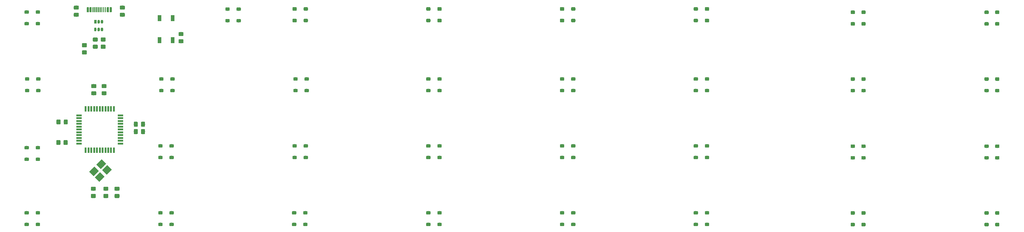
<source format=gbr>
G04 #@! TF.GenerationSoftware,KiCad,Pcbnew,(5.1.2-1)-1*
G04 #@! TF.CreationDate,2020-05-23T14:35:05-05:00*
G04 #@! TF.ProjectId,therick48.16,74686572-6963-46b3-9438-2e31362e6b69,rev?*
G04 #@! TF.SameCoordinates,Original*
G04 #@! TF.FileFunction,Paste,Bot*
G04 #@! TF.FilePolarity,Positive*
%FSLAX46Y46*%
G04 Gerber Fmt 4.6, Leading zero omitted, Abs format (unit mm)*
G04 Created by KiCad (PCBNEW (5.1.2-1)-1) date 2020-05-23 14:35:05*
%MOMM*%
%LPD*%
G04 APERTURE LIST*
%ADD10C,1.800000*%
%ADD11C,0.100000*%
%ADD12C,1.000000*%
%ADD13R,1.100000X1.800000*%
%ADD14C,0.650000*%
%ADD15R,0.650000X1.060000*%
%ADD16C,0.600000*%
%ADD17C,0.300000*%
%ADD18C,1.150000*%
%ADD19R,0.500000X1.500000*%
%ADD20R,1.500000X0.500000*%
G04 APERTURE END LIST*
D10*
X84549632Y-84386522D03*
D11*
G36*
X84655698Y-83007664D02*
G01*
X85928490Y-84280456D01*
X84443566Y-85765380D01*
X83170774Y-84492588D01*
X84655698Y-83007664D01*
X84655698Y-83007664D01*
G37*
D10*
X82499022Y-86437132D03*
D11*
G36*
X82605088Y-85058274D02*
G01*
X83877880Y-86331066D01*
X82392956Y-87815990D01*
X81120164Y-86543198D01*
X82605088Y-85058274D01*
X82605088Y-85058274D01*
G37*
D10*
X84125368Y-88063478D03*
D11*
G36*
X84231434Y-86684620D02*
G01*
X85504226Y-87957412D01*
X84019302Y-89442336D01*
X82746510Y-88169544D01*
X84231434Y-86684620D01*
X84231434Y-86684620D01*
G37*
D10*
X86175978Y-86012868D03*
D11*
G36*
X86282044Y-84634010D02*
G01*
X87554836Y-85906802D01*
X86069912Y-87391726D01*
X84797120Y-86118934D01*
X86282044Y-84634010D01*
X86282044Y-84634010D01*
G37*
G36*
X339334504Y-97790204D02*
G01*
X339358773Y-97793804D01*
X339382571Y-97799765D01*
X339405671Y-97808030D01*
X339427849Y-97818520D01*
X339448893Y-97831133D01*
X339468598Y-97845747D01*
X339486777Y-97862223D01*
X339503253Y-97880402D01*
X339517867Y-97900107D01*
X339530480Y-97921151D01*
X339540970Y-97943329D01*
X339549235Y-97966429D01*
X339555196Y-97990227D01*
X339558796Y-98014496D01*
X339560000Y-98039000D01*
X339560000Y-98539000D01*
X339558796Y-98563504D01*
X339555196Y-98587773D01*
X339549235Y-98611571D01*
X339540970Y-98634671D01*
X339530480Y-98656849D01*
X339517867Y-98677893D01*
X339503253Y-98697598D01*
X339486777Y-98715777D01*
X339468598Y-98732253D01*
X339448893Y-98746867D01*
X339427849Y-98759480D01*
X339405671Y-98769970D01*
X339382571Y-98778235D01*
X339358773Y-98784196D01*
X339334504Y-98787796D01*
X339310000Y-98789000D01*
X338610000Y-98789000D01*
X338585496Y-98787796D01*
X338561227Y-98784196D01*
X338537429Y-98778235D01*
X338514329Y-98769970D01*
X338492151Y-98759480D01*
X338471107Y-98746867D01*
X338451402Y-98732253D01*
X338433223Y-98715777D01*
X338416747Y-98697598D01*
X338402133Y-98677893D01*
X338389520Y-98656849D01*
X338379030Y-98634671D01*
X338370765Y-98611571D01*
X338364804Y-98587773D01*
X338361204Y-98563504D01*
X338360000Y-98539000D01*
X338360000Y-98039000D01*
X338361204Y-98014496D01*
X338364804Y-97990227D01*
X338370765Y-97966429D01*
X338379030Y-97943329D01*
X338389520Y-97921151D01*
X338402133Y-97900107D01*
X338416747Y-97880402D01*
X338433223Y-97862223D01*
X338451402Y-97845747D01*
X338471107Y-97831133D01*
X338492151Y-97818520D01*
X338514329Y-97808030D01*
X338537429Y-97799765D01*
X338561227Y-97793804D01*
X338585496Y-97790204D01*
X338610000Y-97789000D01*
X339310000Y-97789000D01*
X339334504Y-97790204D01*
X339334504Y-97790204D01*
G37*
D12*
X338960000Y-98289000D03*
D11*
G36*
X339334504Y-101090204D02*
G01*
X339358773Y-101093804D01*
X339382571Y-101099765D01*
X339405671Y-101108030D01*
X339427849Y-101118520D01*
X339448893Y-101131133D01*
X339468598Y-101145747D01*
X339486777Y-101162223D01*
X339503253Y-101180402D01*
X339517867Y-101200107D01*
X339530480Y-101221151D01*
X339540970Y-101243329D01*
X339549235Y-101266429D01*
X339555196Y-101290227D01*
X339558796Y-101314496D01*
X339560000Y-101339000D01*
X339560000Y-101839000D01*
X339558796Y-101863504D01*
X339555196Y-101887773D01*
X339549235Y-101911571D01*
X339540970Y-101934671D01*
X339530480Y-101956849D01*
X339517867Y-101977893D01*
X339503253Y-101997598D01*
X339486777Y-102015777D01*
X339468598Y-102032253D01*
X339448893Y-102046867D01*
X339427849Y-102059480D01*
X339405671Y-102069970D01*
X339382571Y-102078235D01*
X339358773Y-102084196D01*
X339334504Y-102087796D01*
X339310000Y-102089000D01*
X338610000Y-102089000D01*
X338585496Y-102087796D01*
X338561227Y-102084196D01*
X338537429Y-102078235D01*
X338514329Y-102069970D01*
X338492151Y-102059480D01*
X338471107Y-102046867D01*
X338451402Y-102032253D01*
X338433223Y-102015777D01*
X338416747Y-101997598D01*
X338402133Y-101977893D01*
X338389520Y-101956849D01*
X338379030Y-101934671D01*
X338370765Y-101911571D01*
X338364804Y-101887773D01*
X338361204Y-101863504D01*
X338360000Y-101839000D01*
X338360000Y-101339000D01*
X338361204Y-101314496D01*
X338364804Y-101290227D01*
X338370765Y-101266429D01*
X338379030Y-101243329D01*
X338389520Y-101221151D01*
X338402133Y-101200107D01*
X338416747Y-101180402D01*
X338433223Y-101162223D01*
X338451402Y-101145747D01*
X338471107Y-101131133D01*
X338492151Y-101118520D01*
X338514329Y-101108030D01*
X338537429Y-101099765D01*
X338561227Y-101093804D01*
X338585496Y-101090204D01*
X338610000Y-101089000D01*
X339310000Y-101089000D01*
X339334504Y-101090204D01*
X339334504Y-101090204D01*
G37*
D12*
X338960000Y-101589000D03*
D11*
G36*
X336294504Y-97790204D02*
G01*
X336318773Y-97793804D01*
X336342571Y-97799765D01*
X336365671Y-97808030D01*
X336387849Y-97818520D01*
X336408893Y-97831133D01*
X336428598Y-97845747D01*
X336446777Y-97862223D01*
X336463253Y-97880402D01*
X336477867Y-97900107D01*
X336490480Y-97921151D01*
X336500970Y-97943329D01*
X336509235Y-97966429D01*
X336515196Y-97990227D01*
X336518796Y-98014496D01*
X336520000Y-98039000D01*
X336520000Y-98539000D01*
X336518796Y-98563504D01*
X336515196Y-98587773D01*
X336509235Y-98611571D01*
X336500970Y-98634671D01*
X336490480Y-98656849D01*
X336477867Y-98677893D01*
X336463253Y-98697598D01*
X336446777Y-98715777D01*
X336428598Y-98732253D01*
X336408893Y-98746867D01*
X336387849Y-98759480D01*
X336365671Y-98769970D01*
X336342571Y-98778235D01*
X336318773Y-98784196D01*
X336294504Y-98787796D01*
X336270000Y-98789000D01*
X335570000Y-98789000D01*
X335545496Y-98787796D01*
X335521227Y-98784196D01*
X335497429Y-98778235D01*
X335474329Y-98769970D01*
X335452151Y-98759480D01*
X335431107Y-98746867D01*
X335411402Y-98732253D01*
X335393223Y-98715777D01*
X335376747Y-98697598D01*
X335362133Y-98677893D01*
X335349520Y-98656849D01*
X335339030Y-98634671D01*
X335330765Y-98611571D01*
X335324804Y-98587773D01*
X335321204Y-98563504D01*
X335320000Y-98539000D01*
X335320000Y-98039000D01*
X335321204Y-98014496D01*
X335324804Y-97990227D01*
X335330765Y-97966429D01*
X335339030Y-97943329D01*
X335349520Y-97921151D01*
X335362133Y-97900107D01*
X335376747Y-97880402D01*
X335393223Y-97862223D01*
X335411402Y-97845747D01*
X335431107Y-97831133D01*
X335452151Y-97818520D01*
X335474329Y-97808030D01*
X335497429Y-97799765D01*
X335521227Y-97793804D01*
X335545496Y-97790204D01*
X335570000Y-97789000D01*
X336270000Y-97789000D01*
X336294504Y-97790204D01*
X336294504Y-97790204D01*
G37*
D12*
X335920000Y-98289000D03*
D11*
G36*
X336294504Y-101090204D02*
G01*
X336318773Y-101093804D01*
X336342571Y-101099765D01*
X336365671Y-101108030D01*
X336387849Y-101118520D01*
X336408893Y-101131133D01*
X336428598Y-101145747D01*
X336446777Y-101162223D01*
X336463253Y-101180402D01*
X336477867Y-101200107D01*
X336490480Y-101221151D01*
X336500970Y-101243329D01*
X336509235Y-101266429D01*
X336515196Y-101290227D01*
X336518796Y-101314496D01*
X336520000Y-101339000D01*
X336520000Y-101839000D01*
X336518796Y-101863504D01*
X336515196Y-101887773D01*
X336509235Y-101911571D01*
X336500970Y-101934671D01*
X336490480Y-101956849D01*
X336477867Y-101977893D01*
X336463253Y-101997598D01*
X336446777Y-102015777D01*
X336428598Y-102032253D01*
X336408893Y-102046867D01*
X336387849Y-102059480D01*
X336365671Y-102069970D01*
X336342571Y-102078235D01*
X336318773Y-102084196D01*
X336294504Y-102087796D01*
X336270000Y-102089000D01*
X335570000Y-102089000D01*
X335545496Y-102087796D01*
X335521227Y-102084196D01*
X335497429Y-102078235D01*
X335474329Y-102069970D01*
X335452151Y-102059480D01*
X335431107Y-102046867D01*
X335411402Y-102032253D01*
X335393223Y-102015777D01*
X335376747Y-101997598D01*
X335362133Y-101977893D01*
X335349520Y-101956849D01*
X335339030Y-101934671D01*
X335330765Y-101911571D01*
X335324804Y-101887773D01*
X335321204Y-101863504D01*
X335320000Y-101839000D01*
X335320000Y-101339000D01*
X335321204Y-101314496D01*
X335324804Y-101290227D01*
X335330765Y-101266429D01*
X335339030Y-101243329D01*
X335349520Y-101221151D01*
X335362133Y-101200107D01*
X335376747Y-101180402D01*
X335393223Y-101162223D01*
X335411402Y-101145747D01*
X335431107Y-101131133D01*
X335452151Y-101118520D01*
X335474329Y-101108030D01*
X335497429Y-101099765D01*
X335521227Y-101093804D01*
X335545496Y-101090204D01*
X335570000Y-101089000D01*
X336270000Y-101089000D01*
X336294504Y-101090204D01*
X336294504Y-101090204D01*
G37*
D12*
X335920000Y-101589000D03*
D11*
G36*
X301334504Y-97790204D02*
G01*
X301358773Y-97793804D01*
X301382571Y-97799765D01*
X301405671Y-97808030D01*
X301427849Y-97818520D01*
X301448893Y-97831133D01*
X301468598Y-97845747D01*
X301486777Y-97862223D01*
X301503253Y-97880402D01*
X301517867Y-97900107D01*
X301530480Y-97921151D01*
X301540970Y-97943329D01*
X301549235Y-97966429D01*
X301555196Y-97990227D01*
X301558796Y-98014496D01*
X301560000Y-98039000D01*
X301560000Y-98539000D01*
X301558796Y-98563504D01*
X301555196Y-98587773D01*
X301549235Y-98611571D01*
X301540970Y-98634671D01*
X301530480Y-98656849D01*
X301517867Y-98677893D01*
X301503253Y-98697598D01*
X301486777Y-98715777D01*
X301468598Y-98732253D01*
X301448893Y-98746867D01*
X301427849Y-98759480D01*
X301405671Y-98769970D01*
X301382571Y-98778235D01*
X301358773Y-98784196D01*
X301334504Y-98787796D01*
X301310000Y-98789000D01*
X300610000Y-98789000D01*
X300585496Y-98787796D01*
X300561227Y-98784196D01*
X300537429Y-98778235D01*
X300514329Y-98769970D01*
X300492151Y-98759480D01*
X300471107Y-98746867D01*
X300451402Y-98732253D01*
X300433223Y-98715777D01*
X300416747Y-98697598D01*
X300402133Y-98677893D01*
X300389520Y-98656849D01*
X300379030Y-98634671D01*
X300370765Y-98611571D01*
X300364804Y-98587773D01*
X300361204Y-98563504D01*
X300360000Y-98539000D01*
X300360000Y-98039000D01*
X300361204Y-98014496D01*
X300364804Y-97990227D01*
X300370765Y-97966429D01*
X300379030Y-97943329D01*
X300389520Y-97921151D01*
X300402133Y-97900107D01*
X300416747Y-97880402D01*
X300433223Y-97862223D01*
X300451402Y-97845747D01*
X300471107Y-97831133D01*
X300492151Y-97818520D01*
X300514329Y-97808030D01*
X300537429Y-97799765D01*
X300561227Y-97793804D01*
X300585496Y-97790204D01*
X300610000Y-97789000D01*
X301310000Y-97789000D01*
X301334504Y-97790204D01*
X301334504Y-97790204D01*
G37*
D12*
X300960000Y-98289000D03*
D11*
G36*
X301334504Y-101090204D02*
G01*
X301358773Y-101093804D01*
X301382571Y-101099765D01*
X301405671Y-101108030D01*
X301427849Y-101118520D01*
X301448893Y-101131133D01*
X301468598Y-101145747D01*
X301486777Y-101162223D01*
X301503253Y-101180402D01*
X301517867Y-101200107D01*
X301530480Y-101221151D01*
X301540970Y-101243329D01*
X301549235Y-101266429D01*
X301555196Y-101290227D01*
X301558796Y-101314496D01*
X301560000Y-101339000D01*
X301560000Y-101839000D01*
X301558796Y-101863504D01*
X301555196Y-101887773D01*
X301549235Y-101911571D01*
X301540970Y-101934671D01*
X301530480Y-101956849D01*
X301517867Y-101977893D01*
X301503253Y-101997598D01*
X301486777Y-102015777D01*
X301468598Y-102032253D01*
X301448893Y-102046867D01*
X301427849Y-102059480D01*
X301405671Y-102069970D01*
X301382571Y-102078235D01*
X301358773Y-102084196D01*
X301334504Y-102087796D01*
X301310000Y-102089000D01*
X300610000Y-102089000D01*
X300585496Y-102087796D01*
X300561227Y-102084196D01*
X300537429Y-102078235D01*
X300514329Y-102069970D01*
X300492151Y-102059480D01*
X300471107Y-102046867D01*
X300451402Y-102032253D01*
X300433223Y-102015777D01*
X300416747Y-101997598D01*
X300402133Y-101977893D01*
X300389520Y-101956849D01*
X300379030Y-101934671D01*
X300370765Y-101911571D01*
X300364804Y-101887773D01*
X300361204Y-101863504D01*
X300360000Y-101839000D01*
X300360000Y-101339000D01*
X300361204Y-101314496D01*
X300364804Y-101290227D01*
X300370765Y-101266429D01*
X300379030Y-101243329D01*
X300389520Y-101221151D01*
X300402133Y-101200107D01*
X300416747Y-101180402D01*
X300433223Y-101162223D01*
X300451402Y-101145747D01*
X300471107Y-101131133D01*
X300492151Y-101118520D01*
X300514329Y-101108030D01*
X300537429Y-101099765D01*
X300561227Y-101093804D01*
X300585496Y-101090204D01*
X300610000Y-101089000D01*
X301310000Y-101089000D01*
X301334504Y-101090204D01*
X301334504Y-101090204D01*
G37*
D12*
X300960000Y-101589000D03*
D11*
G36*
X298294504Y-97790204D02*
G01*
X298318773Y-97793804D01*
X298342571Y-97799765D01*
X298365671Y-97808030D01*
X298387849Y-97818520D01*
X298408893Y-97831133D01*
X298428598Y-97845747D01*
X298446777Y-97862223D01*
X298463253Y-97880402D01*
X298477867Y-97900107D01*
X298490480Y-97921151D01*
X298500970Y-97943329D01*
X298509235Y-97966429D01*
X298515196Y-97990227D01*
X298518796Y-98014496D01*
X298520000Y-98039000D01*
X298520000Y-98539000D01*
X298518796Y-98563504D01*
X298515196Y-98587773D01*
X298509235Y-98611571D01*
X298500970Y-98634671D01*
X298490480Y-98656849D01*
X298477867Y-98677893D01*
X298463253Y-98697598D01*
X298446777Y-98715777D01*
X298428598Y-98732253D01*
X298408893Y-98746867D01*
X298387849Y-98759480D01*
X298365671Y-98769970D01*
X298342571Y-98778235D01*
X298318773Y-98784196D01*
X298294504Y-98787796D01*
X298270000Y-98789000D01*
X297570000Y-98789000D01*
X297545496Y-98787796D01*
X297521227Y-98784196D01*
X297497429Y-98778235D01*
X297474329Y-98769970D01*
X297452151Y-98759480D01*
X297431107Y-98746867D01*
X297411402Y-98732253D01*
X297393223Y-98715777D01*
X297376747Y-98697598D01*
X297362133Y-98677893D01*
X297349520Y-98656849D01*
X297339030Y-98634671D01*
X297330765Y-98611571D01*
X297324804Y-98587773D01*
X297321204Y-98563504D01*
X297320000Y-98539000D01*
X297320000Y-98039000D01*
X297321204Y-98014496D01*
X297324804Y-97990227D01*
X297330765Y-97966429D01*
X297339030Y-97943329D01*
X297349520Y-97921151D01*
X297362133Y-97900107D01*
X297376747Y-97880402D01*
X297393223Y-97862223D01*
X297411402Y-97845747D01*
X297431107Y-97831133D01*
X297452151Y-97818520D01*
X297474329Y-97808030D01*
X297497429Y-97799765D01*
X297521227Y-97793804D01*
X297545496Y-97790204D01*
X297570000Y-97789000D01*
X298270000Y-97789000D01*
X298294504Y-97790204D01*
X298294504Y-97790204D01*
G37*
D12*
X297920000Y-98289000D03*
D11*
G36*
X298294504Y-101090204D02*
G01*
X298318773Y-101093804D01*
X298342571Y-101099765D01*
X298365671Y-101108030D01*
X298387849Y-101118520D01*
X298408893Y-101131133D01*
X298428598Y-101145747D01*
X298446777Y-101162223D01*
X298463253Y-101180402D01*
X298477867Y-101200107D01*
X298490480Y-101221151D01*
X298500970Y-101243329D01*
X298509235Y-101266429D01*
X298515196Y-101290227D01*
X298518796Y-101314496D01*
X298520000Y-101339000D01*
X298520000Y-101839000D01*
X298518796Y-101863504D01*
X298515196Y-101887773D01*
X298509235Y-101911571D01*
X298500970Y-101934671D01*
X298490480Y-101956849D01*
X298477867Y-101977893D01*
X298463253Y-101997598D01*
X298446777Y-102015777D01*
X298428598Y-102032253D01*
X298408893Y-102046867D01*
X298387849Y-102059480D01*
X298365671Y-102069970D01*
X298342571Y-102078235D01*
X298318773Y-102084196D01*
X298294504Y-102087796D01*
X298270000Y-102089000D01*
X297570000Y-102089000D01*
X297545496Y-102087796D01*
X297521227Y-102084196D01*
X297497429Y-102078235D01*
X297474329Y-102069970D01*
X297452151Y-102059480D01*
X297431107Y-102046867D01*
X297411402Y-102032253D01*
X297393223Y-102015777D01*
X297376747Y-101997598D01*
X297362133Y-101977893D01*
X297349520Y-101956849D01*
X297339030Y-101934671D01*
X297330765Y-101911571D01*
X297324804Y-101887773D01*
X297321204Y-101863504D01*
X297320000Y-101839000D01*
X297320000Y-101339000D01*
X297321204Y-101314496D01*
X297324804Y-101290227D01*
X297330765Y-101266429D01*
X297339030Y-101243329D01*
X297349520Y-101221151D01*
X297362133Y-101200107D01*
X297376747Y-101180402D01*
X297393223Y-101162223D01*
X297411402Y-101145747D01*
X297431107Y-101131133D01*
X297452151Y-101118520D01*
X297474329Y-101108030D01*
X297497429Y-101099765D01*
X297521227Y-101093804D01*
X297545496Y-101090204D01*
X297570000Y-101089000D01*
X298270000Y-101089000D01*
X298294504Y-101090204D01*
X298294504Y-101090204D01*
G37*
D12*
X297920000Y-101589000D03*
D11*
G36*
X339334504Y-78791204D02*
G01*
X339358773Y-78794804D01*
X339382571Y-78800765D01*
X339405671Y-78809030D01*
X339427849Y-78819520D01*
X339448893Y-78832133D01*
X339468598Y-78846747D01*
X339486777Y-78863223D01*
X339503253Y-78881402D01*
X339517867Y-78901107D01*
X339530480Y-78922151D01*
X339540970Y-78944329D01*
X339549235Y-78967429D01*
X339555196Y-78991227D01*
X339558796Y-79015496D01*
X339560000Y-79040000D01*
X339560000Y-79540000D01*
X339558796Y-79564504D01*
X339555196Y-79588773D01*
X339549235Y-79612571D01*
X339540970Y-79635671D01*
X339530480Y-79657849D01*
X339517867Y-79678893D01*
X339503253Y-79698598D01*
X339486777Y-79716777D01*
X339468598Y-79733253D01*
X339448893Y-79747867D01*
X339427849Y-79760480D01*
X339405671Y-79770970D01*
X339382571Y-79779235D01*
X339358773Y-79785196D01*
X339334504Y-79788796D01*
X339310000Y-79790000D01*
X338610000Y-79790000D01*
X338585496Y-79788796D01*
X338561227Y-79785196D01*
X338537429Y-79779235D01*
X338514329Y-79770970D01*
X338492151Y-79760480D01*
X338471107Y-79747867D01*
X338451402Y-79733253D01*
X338433223Y-79716777D01*
X338416747Y-79698598D01*
X338402133Y-79678893D01*
X338389520Y-79657849D01*
X338379030Y-79635671D01*
X338370765Y-79612571D01*
X338364804Y-79588773D01*
X338361204Y-79564504D01*
X338360000Y-79540000D01*
X338360000Y-79040000D01*
X338361204Y-79015496D01*
X338364804Y-78991227D01*
X338370765Y-78967429D01*
X338379030Y-78944329D01*
X338389520Y-78922151D01*
X338402133Y-78901107D01*
X338416747Y-78881402D01*
X338433223Y-78863223D01*
X338451402Y-78846747D01*
X338471107Y-78832133D01*
X338492151Y-78819520D01*
X338514329Y-78809030D01*
X338537429Y-78800765D01*
X338561227Y-78794804D01*
X338585496Y-78791204D01*
X338610000Y-78790000D01*
X339310000Y-78790000D01*
X339334504Y-78791204D01*
X339334504Y-78791204D01*
G37*
D12*
X338960000Y-79290000D03*
D11*
G36*
X339334504Y-82091204D02*
G01*
X339358773Y-82094804D01*
X339382571Y-82100765D01*
X339405671Y-82109030D01*
X339427849Y-82119520D01*
X339448893Y-82132133D01*
X339468598Y-82146747D01*
X339486777Y-82163223D01*
X339503253Y-82181402D01*
X339517867Y-82201107D01*
X339530480Y-82222151D01*
X339540970Y-82244329D01*
X339549235Y-82267429D01*
X339555196Y-82291227D01*
X339558796Y-82315496D01*
X339560000Y-82340000D01*
X339560000Y-82840000D01*
X339558796Y-82864504D01*
X339555196Y-82888773D01*
X339549235Y-82912571D01*
X339540970Y-82935671D01*
X339530480Y-82957849D01*
X339517867Y-82978893D01*
X339503253Y-82998598D01*
X339486777Y-83016777D01*
X339468598Y-83033253D01*
X339448893Y-83047867D01*
X339427849Y-83060480D01*
X339405671Y-83070970D01*
X339382571Y-83079235D01*
X339358773Y-83085196D01*
X339334504Y-83088796D01*
X339310000Y-83090000D01*
X338610000Y-83090000D01*
X338585496Y-83088796D01*
X338561227Y-83085196D01*
X338537429Y-83079235D01*
X338514329Y-83070970D01*
X338492151Y-83060480D01*
X338471107Y-83047867D01*
X338451402Y-83033253D01*
X338433223Y-83016777D01*
X338416747Y-82998598D01*
X338402133Y-82978893D01*
X338389520Y-82957849D01*
X338379030Y-82935671D01*
X338370765Y-82912571D01*
X338364804Y-82888773D01*
X338361204Y-82864504D01*
X338360000Y-82840000D01*
X338360000Y-82340000D01*
X338361204Y-82315496D01*
X338364804Y-82291227D01*
X338370765Y-82267429D01*
X338379030Y-82244329D01*
X338389520Y-82222151D01*
X338402133Y-82201107D01*
X338416747Y-82181402D01*
X338433223Y-82163223D01*
X338451402Y-82146747D01*
X338471107Y-82132133D01*
X338492151Y-82119520D01*
X338514329Y-82109030D01*
X338537429Y-82100765D01*
X338561227Y-82094804D01*
X338585496Y-82091204D01*
X338610000Y-82090000D01*
X339310000Y-82090000D01*
X339334504Y-82091204D01*
X339334504Y-82091204D01*
G37*
D12*
X338960000Y-82590000D03*
D11*
G36*
X336294504Y-78791204D02*
G01*
X336318773Y-78794804D01*
X336342571Y-78800765D01*
X336365671Y-78809030D01*
X336387849Y-78819520D01*
X336408893Y-78832133D01*
X336428598Y-78846747D01*
X336446777Y-78863223D01*
X336463253Y-78881402D01*
X336477867Y-78901107D01*
X336490480Y-78922151D01*
X336500970Y-78944329D01*
X336509235Y-78967429D01*
X336515196Y-78991227D01*
X336518796Y-79015496D01*
X336520000Y-79040000D01*
X336520000Y-79540000D01*
X336518796Y-79564504D01*
X336515196Y-79588773D01*
X336509235Y-79612571D01*
X336500970Y-79635671D01*
X336490480Y-79657849D01*
X336477867Y-79678893D01*
X336463253Y-79698598D01*
X336446777Y-79716777D01*
X336428598Y-79733253D01*
X336408893Y-79747867D01*
X336387849Y-79760480D01*
X336365671Y-79770970D01*
X336342571Y-79779235D01*
X336318773Y-79785196D01*
X336294504Y-79788796D01*
X336270000Y-79790000D01*
X335570000Y-79790000D01*
X335545496Y-79788796D01*
X335521227Y-79785196D01*
X335497429Y-79779235D01*
X335474329Y-79770970D01*
X335452151Y-79760480D01*
X335431107Y-79747867D01*
X335411402Y-79733253D01*
X335393223Y-79716777D01*
X335376747Y-79698598D01*
X335362133Y-79678893D01*
X335349520Y-79657849D01*
X335339030Y-79635671D01*
X335330765Y-79612571D01*
X335324804Y-79588773D01*
X335321204Y-79564504D01*
X335320000Y-79540000D01*
X335320000Y-79040000D01*
X335321204Y-79015496D01*
X335324804Y-78991227D01*
X335330765Y-78967429D01*
X335339030Y-78944329D01*
X335349520Y-78922151D01*
X335362133Y-78901107D01*
X335376747Y-78881402D01*
X335393223Y-78863223D01*
X335411402Y-78846747D01*
X335431107Y-78832133D01*
X335452151Y-78819520D01*
X335474329Y-78809030D01*
X335497429Y-78800765D01*
X335521227Y-78794804D01*
X335545496Y-78791204D01*
X335570000Y-78790000D01*
X336270000Y-78790000D01*
X336294504Y-78791204D01*
X336294504Y-78791204D01*
G37*
D12*
X335920000Y-79290000D03*
D11*
G36*
X336294504Y-82091204D02*
G01*
X336318773Y-82094804D01*
X336342571Y-82100765D01*
X336365671Y-82109030D01*
X336387849Y-82119520D01*
X336408893Y-82132133D01*
X336428598Y-82146747D01*
X336446777Y-82163223D01*
X336463253Y-82181402D01*
X336477867Y-82201107D01*
X336490480Y-82222151D01*
X336500970Y-82244329D01*
X336509235Y-82267429D01*
X336515196Y-82291227D01*
X336518796Y-82315496D01*
X336520000Y-82340000D01*
X336520000Y-82840000D01*
X336518796Y-82864504D01*
X336515196Y-82888773D01*
X336509235Y-82912571D01*
X336500970Y-82935671D01*
X336490480Y-82957849D01*
X336477867Y-82978893D01*
X336463253Y-82998598D01*
X336446777Y-83016777D01*
X336428598Y-83033253D01*
X336408893Y-83047867D01*
X336387849Y-83060480D01*
X336365671Y-83070970D01*
X336342571Y-83079235D01*
X336318773Y-83085196D01*
X336294504Y-83088796D01*
X336270000Y-83090000D01*
X335570000Y-83090000D01*
X335545496Y-83088796D01*
X335521227Y-83085196D01*
X335497429Y-83079235D01*
X335474329Y-83070970D01*
X335452151Y-83060480D01*
X335431107Y-83047867D01*
X335411402Y-83033253D01*
X335393223Y-83016777D01*
X335376747Y-82998598D01*
X335362133Y-82978893D01*
X335349520Y-82957849D01*
X335339030Y-82935671D01*
X335330765Y-82912571D01*
X335324804Y-82888773D01*
X335321204Y-82864504D01*
X335320000Y-82840000D01*
X335320000Y-82340000D01*
X335321204Y-82315496D01*
X335324804Y-82291227D01*
X335330765Y-82267429D01*
X335339030Y-82244329D01*
X335349520Y-82222151D01*
X335362133Y-82201107D01*
X335376747Y-82181402D01*
X335393223Y-82163223D01*
X335411402Y-82146747D01*
X335431107Y-82132133D01*
X335452151Y-82119520D01*
X335474329Y-82109030D01*
X335497429Y-82100765D01*
X335521227Y-82094804D01*
X335545496Y-82091204D01*
X335570000Y-82090000D01*
X336270000Y-82090000D01*
X336294504Y-82091204D01*
X336294504Y-82091204D01*
G37*
D12*
X335920000Y-82590000D03*
D11*
G36*
X301334504Y-78791204D02*
G01*
X301358773Y-78794804D01*
X301382571Y-78800765D01*
X301405671Y-78809030D01*
X301427849Y-78819520D01*
X301448893Y-78832133D01*
X301468598Y-78846747D01*
X301486777Y-78863223D01*
X301503253Y-78881402D01*
X301517867Y-78901107D01*
X301530480Y-78922151D01*
X301540970Y-78944329D01*
X301549235Y-78967429D01*
X301555196Y-78991227D01*
X301558796Y-79015496D01*
X301560000Y-79040000D01*
X301560000Y-79540000D01*
X301558796Y-79564504D01*
X301555196Y-79588773D01*
X301549235Y-79612571D01*
X301540970Y-79635671D01*
X301530480Y-79657849D01*
X301517867Y-79678893D01*
X301503253Y-79698598D01*
X301486777Y-79716777D01*
X301468598Y-79733253D01*
X301448893Y-79747867D01*
X301427849Y-79760480D01*
X301405671Y-79770970D01*
X301382571Y-79779235D01*
X301358773Y-79785196D01*
X301334504Y-79788796D01*
X301310000Y-79790000D01*
X300610000Y-79790000D01*
X300585496Y-79788796D01*
X300561227Y-79785196D01*
X300537429Y-79779235D01*
X300514329Y-79770970D01*
X300492151Y-79760480D01*
X300471107Y-79747867D01*
X300451402Y-79733253D01*
X300433223Y-79716777D01*
X300416747Y-79698598D01*
X300402133Y-79678893D01*
X300389520Y-79657849D01*
X300379030Y-79635671D01*
X300370765Y-79612571D01*
X300364804Y-79588773D01*
X300361204Y-79564504D01*
X300360000Y-79540000D01*
X300360000Y-79040000D01*
X300361204Y-79015496D01*
X300364804Y-78991227D01*
X300370765Y-78967429D01*
X300379030Y-78944329D01*
X300389520Y-78922151D01*
X300402133Y-78901107D01*
X300416747Y-78881402D01*
X300433223Y-78863223D01*
X300451402Y-78846747D01*
X300471107Y-78832133D01*
X300492151Y-78819520D01*
X300514329Y-78809030D01*
X300537429Y-78800765D01*
X300561227Y-78794804D01*
X300585496Y-78791204D01*
X300610000Y-78790000D01*
X301310000Y-78790000D01*
X301334504Y-78791204D01*
X301334504Y-78791204D01*
G37*
D12*
X300960000Y-79290000D03*
D11*
G36*
X301334504Y-82091204D02*
G01*
X301358773Y-82094804D01*
X301382571Y-82100765D01*
X301405671Y-82109030D01*
X301427849Y-82119520D01*
X301448893Y-82132133D01*
X301468598Y-82146747D01*
X301486777Y-82163223D01*
X301503253Y-82181402D01*
X301517867Y-82201107D01*
X301530480Y-82222151D01*
X301540970Y-82244329D01*
X301549235Y-82267429D01*
X301555196Y-82291227D01*
X301558796Y-82315496D01*
X301560000Y-82340000D01*
X301560000Y-82840000D01*
X301558796Y-82864504D01*
X301555196Y-82888773D01*
X301549235Y-82912571D01*
X301540970Y-82935671D01*
X301530480Y-82957849D01*
X301517867Y-82978893D01*
X301503253Y-82998598D01*
X301486777Y-83016777D01*
X301468598Y-83033253D01*
X301448893Y-83047867D01*
X301427849Y-83060480D01*
X301405671Y-83070970D01*
X301382571Y-83079235D01*
X301358773Y-83085196D01*
X301334504Y-83088796D01*
X301310000Y-83090000D01*
X300610000Y-83090000D01*
X300585496Y-83088796D01*
X300561227Y-83085196D01*
X300537429Y-83079235D01*
X300514329Y-83070970D01*
X300492151Y-83060480D01*
X300471107Y-83047867D01*
X300451402Y-83033253D01*
X300433223Y-83016777D01*
X300416747Y-82998598D01*
X300402133Y-82978893D01*
X300389520Y-82957849D01*
X300379030Y-82935671D01*
X300370765Y-82912571D01*
X300364804Y-82888773D01*
X300361204Y-82864504D01*
X300360000Y-82840000D01*
X300360000Y-82340000D01*
X300361204Y-82315496D01*
X300364804Y-82291227D01*
X300370765Y-82267429D01*
X300379030Y-82244329D01*
X300389520Y-82222151D01*
X300402133Y-82201107D01*
X300416747Y-82181402D01*
X300433223Y-82163223D01*
X300451402Y-82146747D01*
X300471107Y-82132133D01*
X300492151Y-82119520D01*
X300514329Y-82109030D01*
X300537429Y-82100765D01*
X300561227Y-82094804D01*
X300585496Y-82091204D01*
X300610000Y-82090000D01*
X301310000Y-82090000D01*
X301334504Y-82091204D01*
X301334504Y-82091204D01*
G37*
D12*
X300960000Y-82590000D03*
D11*
G36*
X298294504Y-78791204D02*
G01*
X298318773Y-78794804D01*
X298342571Y-78800765D01*
X298365671Y-78809030D01*
X298387849Y-78819520D01*
X298408893Y-78832133D01*
X298428598Y-78846747D01*
X298446777Y-78863223D01*
X298463253Y-78881402D01*
X298477867Y-78901107D01*
X298490480Y-78922151D01*
X298500970Y-78944329D01*
X298509235Y-78967429D01*
X298515196Y-78991227D01*
X298518796Y-79015496D01*
X298520000Y-79040000D01*
X298520000Y-79540000D01*
X298518796Y-79564504D01*
X298515196Y-79588773D01*
X298509235Y-79612571D01*
X298500970Y-79635671D01*
X298490480Y-79657849D01*
X298477867Y-79678893D01*
X298463253Y-79698598D01*
X298446777Y-79716777D01*
X298428598Y-79733253D01*
X298408893Y-79747867D01*
X298387849Y-79760480D01*
X298365671Y-79770970D01*
X298342571Y-79779235D01*
X298318773Y-79785196D01*
X298294504Y-79788796D01*
X298270000Y-79790000D01*
X297570000Y-79790000D01*
X297545496Y-79788796D01*
X297521227Y-79785196D01*
X297497429Y-79779235D01*
X297474329Y-79770970D01*
X297452151Y-79760480D01*
X297431107Y-79747867D01*
X297411402Y-79733253D01*
X297393223Y-79716777D01*
X297376747Y-79698598D01*
X297362133Y-79678893D01*
X297349520Y-79657849D01*
X297339030Y-79635671D01*
X297330765Y-79612571D01*
X297324804Y-79588773D01*
X297321204Y-79564504D01*
X297320000Y-79540000D01*
X297320000Y-79040000D01*
X297321204Y-79015496D01*
X297324804Y-78991227D01*
X297330765Y-78967429D01*
X297339030Y-78944329D01*
X297349520Y-78922151D01*
X297362133Y-78901107D01*
X297376747Y-78881402D01*
X297393223Y-78863223D01*
X297411402Y-78846747D01*
X297431107Y-78832133D01*
X297452151Y-78819520D01*
X297474329Y-78809030D01*
X297497429Y-78800765D01*
X297521227Y-78794804D01*
X297545496Y-78791204D01*
X297570000Y-78790000D01*
X298270000Y-78790000D01*
X298294504Y-78791204D01*
X298294504Y-78791204D01*
G37*
D12*
X297920000Y-79290000D03*
D11*
G36*
X298294504Y-82091204D02*
G01*
X298318773Y-82094804D01*
X298342571Y-82100765D01*
X298365671Y-82109030D01*
X298387849Y-82119520D01*
X298408893Y-82132133D01*
X298428598Y-82146747D01*
X298446777Y-82163223D01*
X298463253Y-82181402D01*
X298477867Y-82201107D01*
X298490480Y-82222151D01*
X298500970Y-82244329D01*
X298509235Y-82267429D01*
X298515196Y-82291227D01*
X298518796Y-82315496D01*
X298520000Y-82340000D01*
X298520000Y-82840000D01*
X298518796Y-82864504D01*
X298515196Y-82888773D01*
X298509235Y-82912571D01*
X298500970Y-82935671D01*
X298490480Y-82957849D01*
X298477867Y-82978893D01*
X298463253Y-82998598D01*
X298446777Y-83016777D01*
X298428598Y-83033253D01*
X298408893Y-83047867D01*
X298387849Y-83060480D01*
X298365671Y-83070970D01*
X298342571Y-83079235D01*
X298318773Y-83085196D01*
X298294504Y-83088796D01*
X298270000Y-83090000D01*
X297570000Y-83090000D01*
X297545496Y-83088796D01*
X297521227Y-83085196D01*
X297497429Y-83079235D01*
X297474329Y-83070970D01*
X297452151Y-83060480D01*
X297431107Y-83047867D01*
X297411402Y-83033253D01*
X297393223Y-83016777D01*
X297376747Y-82998598D01*
X297362133Y-82978893D01*
X297349520Y-82957849D01*
X297339030Y-82935671D01*
X297330765Y-82912571D01*
X297324804Y-82888773D01*
X297321204Y-82864504D01*
X297320000Y-82840000D01*
X297320000Y-82340000D01*
X297321204Y-82315496D01*
X297324804Y-82291227D01*
X297330765Y-82267429D01*
X297339030Y-82244329D01*
X297349520Y-82222151D01*
X297362133Y-82201107D01*
X297376747Y-82181402D01*
X297393223Y-82163223D01*
X297411402Y-82146747D01*
X297431107Y-82132133D01*
X297452151Y-82119520D01*
X297474329Y-82109030D01*
X297497429Y-82100765D01*
X297521227Y-82094804D01*
X297545496Y-82091204D01*
X297570000Y-82090000D01*
X298270000Y-82090000D01*
X298294504Y-82091204D01*
X298294504Y-82091204D01*
G37*
D12*
X297920000Y-82590000D03*
D11*
G36*
X339334504Y-59663204D02*
G01*
X339358773Y-59666804D01*
X339382571Y-59672765D01*
X339405671Y-59681030D01*
X339427849Y-59691520D01*
X339448893Y-59704133D01*
X339468598Y-59718747D01*
X339486777Y-59735223D01*
X339503253Y-59753402D01*
X339517867Y-59773107D01*
X339530480Y-59794151D01*
X339540970Y-59816329D01*
X339549235Y-59839429D01*
X339555196Y-59863227D01*
X339558796Y-59887496D01*
X339560000Y-59912000D01*
X339560000Y-60412000D01*
X339558796Y-60436504D01*
X339555196Y-60460773D01*
X339549235Y-60484571D01*
X339540970Y-60507671D01*
X339530480Y-60529849D01*
X339517867Y-60550893D01*
X339503253Y-60570598D01*
X339486777Y-60588777D01*
X339468598Y-60605253D01*
X339448893Y-60619867D01*
X339427849Y-60632480D01*
X339405671Y-60642970D01*
X339382571Y-60651235D01*
X339358773Y-60657196D01*
X339334504Y-60660796D01*
X339310000Y-60662000D01*
X338610000Y-60662000D01*
X338585496Y-60660796D01*
X338561227Y-60657196D01*
X338537429Y-60651235D01*
X338514329Y-60642970D01*
X338492151Y-60632480D01*
X338471107Y-60619867D01*
X338451402Y-60605253D01*
X338433223Y-60588777D01*
X338416747Y-60570598D01*
X338402133Y-60550893D01*
X338389520Y-60529849D01*
X338379030Y-60507671D01*
X338370765Y-60484571D01*
X338364804Y-60460773D01*
X338361204Y-60436504D01*
X338360000Y-60412000D01*
X338360000Y-59912000D01*
X338361204Y-59887496D01*
X338364804Y-59863227D01*
X338370765Y-59839429D01*
X338379030Y-59816329D01*
X338389520Y-59794151D01*
X338402133Y-59773107D01*
X338416747Y-59753402D01*
X338433223Y-59735223D01*
X338451402Y-59718747D01*
X338471107Y-59704133D01*
X338492151Y-59691520D01*
X338514329Y-59681030D01*
X338537429Y-59672765D01*
X338561227Y-59666804D01*
X338585496Y-59663204D01*
X338610000Y-59662000D01*
X339310000Y-59662000D01*
X339334504Y-59663204D01*
X339334504Y-59663204D01*
G37*
D12*
X338960000Y-60162000D03*
D11*
G36*
X339334504Y-62963204D02*
G01*
X339358773Y-62966804D01*
X339382571Y-62972765D01*
X339405671Y-62981030D01*
X339427849Y-62991520D01*
X339448893Y-63004133D01*
X339468598Y-63018747D01*
X339486777Y-63035223D01*
X339503253Y-63053402D01*
X339517867Y-63073107D01*
X339530480Y-63094151D01*
X339540970Y-63116329D01*
X339549235Y-63139429D01*
X339555196Y-63163227D01*
X339558796Y-63187496D01*
X339560000Y-63212000D01*
X339560000Y-63712000D01*
X339558796Y-63736504D01*
X339555196Y-63760773D01*
X339549235Y-63784571D01*
X339540970Y-63807671D01*
X339530480Y-63829849D01*
X339517867Y-63850893D01*
X339503253Y-63870598D01*
X339486777Y-63888777D01*
X339468598Y-63905253D01*
X339448893Y-63919867D01*
X339427849Y-63932480D01*
X339405671Y-63942970D01*
X339382571Y-63951235D01*
X339358773Y-63957196D01*
X339334504Y-63960796D01*
X339310000Y-63962000D01*
X338610000Y-63962000D01*
X338585496Y-63960796D01*
X338561227Y-63957196D01*
X338537429Y-63951235D01*
X338514329Y-63942970D01*
X338492151Y-63932480D01*
X338471107Y-63919867D01*
X338451402Y-63905253D01*
X338433223Y-63888777D01*
X338416747Y-63870598D01*
X338402133Y-63850893D01*
X338389520Y-63829849D01*
X338379030Y-63807671D01*
X338370765Y-63784571D01*
X338364804Y-63760773D01*
X338361204Y-63736504D01*
X338360000Y-63712000D01*
X338360000Y-63212000D01*
X338361204Y-63187496D01*
X338364804Y-63163227D01*
X338370765Y-63139429D01*
X338379030Y-63116329D01*
X338389520Y-63094151D01*
X338402133Y-63073107D01*
X338416747Y-63053402D01*
X338433223Y-63035223D01*
X338451402Y-63018747D01*
X338471107Y-63004133D01*
X338492151Y-62991520D01*
X338514329Y-62981030D01*
X338537429Y-62972765D01*
X338561227Y-62966804D01*
X338585496Y-62963204D01*
X338610000Y-62962000D01*
X339310000Y-62962000D01*
X339334504Y-62963204D01*
X339334504Y-62963204D01*
G37*
D12*
X338960000Y-63462000D03*
D11*
G36*
X336294504Y-59663204D02*
G01*
X336318773Y-59666804D01*
X336342571Y-59672765D01*
X336365671Y-59681030D01*
X336387849Y-59691520D01*
X336408893Y-59704133D01*
X336428598Y-59718747D01*
X336446777Y-59735223D01*
X336463253Y-59753402D01*
X336477867Y-59773107D01*
X336490480Y-59794151D01*
X336500970Y-59816329D01*
X336509235Y-59839429D01*
X336515196Y-59863227D01*
X336518796Y-59887496D01*
X336520000Y-59912000D01*
X336520000Y-60412000D01*
X336518796Y-60436504D01*
X336515196Y-60460773D01*
X336509235Y-60484571D01*
X336500970Y-60507671D01*
X336490480Y-60529849D01*
X336477867Y-60550893D01*
X336463253Y-60570598D01*
X336446777Y-60588777D01*
X336428598Y-60605253D01*
X336408893Y-60619867D01*
X336387849Y-60632480D01*
X336365671Y-60642970D01*
X336342571Y-60651235D01*
X336318773Y-60657196D01*
X336294504Y-60660796D01*
X336270000Y-60662000D01*
X335570000Y-60662000D01*
X335545496Y-60660796D01*
X335521227Y-60657196D01*
X335497429Y-60651235D01*
X335474329Y-60642970D01*
X335452151Y-60632480D01*
X335431107Y-60619867D01*
X335411402Y-60605253D01*
X335393223Y-60588777D01*
X335376747Y-60570598D01*
X335362133Y-60550893D01*
X335349520Y-60529849D01*
X335339030Y-60507671D01*
X335330765Y-60484571D01*
X335324804Y-60460773D01*
X335321204Y-60436504D01*
X335320000Y-60412000D01*
X335320000Y-59912000D01*
X335321204Y-59887496D01*
X335324804Y-59863227D01*
X335330765Y-59839429D01*
X335339030Y-59816329D01*
X335349520Y-59794151D01*
X335362133Y-59773107D01*
X335376747Y-59753402D01*
X335393223Y-59735223D01*
X335411402Y-59718747D01*
X335431107Y-59704133D01*
X335452151Y-59691520D01*
X335474329Y-59681030D01*
X335497429Y-59672765D01*
X335521227Y-59666804D01*
X335545496Y-59663204D01*
X335570000Y-59662000D01*
X336270000Y-59662000D01*
X336294504Y-59663204D01*
X336294504Y-59663204D01*
G37*
D12*
X335920000Y-60162000D03*
D11*
G36*
X336294504Y-62963204D02*
G01*
X336318773Y-62966804D01*
X336342571Y-62972765D01*
X336365671Y-62981030D01*
X336387849Y-62991520D01*
X336408893Y-63004133D01*
X336428598Y-63018747D01*
X336446777Y-63035223D01*
X336463253Y-63053402D01*
X336477867Y-63073107D01*
X336490480Y-63094151D01*
X336500970Y-63116329D01*
X336509235Y-63139429D01*
X336515196Y-63163227D01*
X336518796Y-63187496D01*
X336520000Y-63212000D01*
X336520000Y-63712000D01*
X336518796Y-63736504D01*
X336515196Y-63760773D01*
X336509235Y-63784571D01*
X336500970Y-63807671D01*
X336490480Y-63829849D01*
X336477867Y-63850893D01*
X336463253Y-63870598D01*
X336446777Y-63888777D01*
X336428598Y-63905253D01*
X336408893Y-63919867D01*
X336387849Y-63932480D01*
X336365671Y-63942970D01*
X336342571Y-63951235D01*
X336318773Y-63957196D01*
X336294504Y-63960796D01*
X336270000Y-63962000D01*
X335570000Y-63962000D01*
X335545496Y-63960796D01*
X335521227Y-63957196D01*
X335497429Y-63951235D01*
X335474329Y-63942970D01*
X335452151Y-63932480D01*
X335431107Y-63919867D01*
X335411402Y-63905253D01*
X335393223Y-63888777D01*
X335376747Y-63870598D01*
X335362133Y-63850893D01*
X335349520Y-63829849D01*
X335339030Y-63807671D01*
X335330765Y-63784571D01*
X335324804Y-63760773D01*
X335321204Y-63736504D01*
X335320000Y-63712000D01*
X335320000Y-63212000D01*
X335321204Y-63187496D01*
X335324804Y-63163227D01*
X335330765Y-63139429D01*
X335339030Y-63116329D01*
X335349520Y-63094151D01*
X335362133Y-63073107D01*
X335376747Y-63053402D01*
X335393223Y-63035223D01*
X335411402Y-63018747D01*
X335431107Y-63004133D01*
X335452151Y-62991520D01*
X335474329Y-62981030D01*
X335497429Y-62972765D01*
X335521227Y-62966804D01*
X335545496Y-62963204D01*
X335570000Y-62962000D01*
X336270000Y-62962000D01*
X336294504Y-62963204D01*
X336294504Y-62963204D01*
G37*
D12*
X335920000Y-63462000D03*
D11*
G36*
X301334504Y-59663204D02*
G01*
X301358773Y-59666804D01*
X301382571Y-59672765D01*
X301405671Y-59681030D01*
X301427849Y-59691520D01*
X301448893Y-59704133D01*
X301468598Y-59718747D01*
X301486777Y-59735223D01*
X301503253Y-59753402D01*
X301517867Y-59773107D01*
X301530480Y-59794151D01*
X301540970Y-59816329D01*
X301549235Y-59839429D01*
X301555196Y-59863227D01*
X301558796Y-59887496D01*
X301560000Y-59912000D01*
X301560000Y-60412000D01*
X301558796Y-60436504D01*
X301555196Y-60460773D01*
X301549235Y-60484571D01*
X301540970Y-60507671D01*
X301530480Y-60529849D01*
X301517867Y-60550893D01*
X301503253Y-60570598D01*
X301486777Y-60588777D01*
X301468598Y-60605253D01*
X301448893Y-60619867D01*
X301427849Y-60632480D01*
X301405671Y-60642970D01*
X301382571Y-60651235D01*
X301358773Y-60657196D01*
X301334504Y-60660796D01*
X301310000Y-60662000D01*
X300610000Y-60662000D01*
X300585496Y-60660796D01*
X300561227Y-60657196D01*
X300537429Y-60651235D01*
X300514329Y-60642970D01*
X300492151Y-60632480D01*
X300471107Y-60619867D01*
X300451402Y-60605253D01*
X300433223Y-60588777D01*
X300416747Y-60570598D01*
X300402133Y-60550893D01*
X300389520Y-60529849D01*
X300379030Y-60507671D01*
X300370765Y-60484571D01*
X300364804Y-60460773D01*
X300361204Y-60436504D01*
X300360000Y-60412000D01*
X300360000Y-59912000D01*
X300361204Y-59887496D01*
X300364804Y-59863227D01*
X300370765Y-59839429D01*
X300379030Y-59816329D01*
X300389520Y-59794151D01*
X300402133Y-59773107D01*
X300416747Y-59753402D01*
X300433223Y-59735223D01*
X300451402Y-59718747D01*
X300471107Y-59704133D01*
X300492151Y-59691520D01*
X300514329Y-59681030D01*
X300537429Y-59672765D01*
X300561227Y-59666804D01*
X300585496Y-59663204D01*
X300610000Y-59662000D01*
X301310000Y-59662000D01*
X301334504Y-59663204D01*
X301334504Y-59663204D01*
G37*
D12*
X300960000Y-60162000D03*
D11*
G36*
X301334504Y-62963204D02*
G01*
X301358773Y-62966804D01*
X301382571Y-62972765D01*
X301405671Y-62981030D01*
X301427849Y-62991520D01*
X301448893Y-63004133D01*
X301468598Y-63018747D01*
X301486777Y-63035223D01*
X301503253Y-63053402D01*
X301517867Y-63073107D01*
X301530480Y-63094151D01*
X301540970Y-63116329D01*
X301549235Y-63139429D01*
X301555196Y-63163227D01*
X301558796Y-63187496D01*
X301560000Y-63212000D01*
X301560000Y-63712000D01*
X301558796Y-63736504D01*
X301555196Y-63760773D01*
X301549235Y-63784571D01*
X301540970Y-63807671D01*
X301530480Y-63829849D01*
X301517867Y-63850893D01*
X301503253Y-63870598D01*
X301486777Y-63888777D01*
X301468598Y-63905253D01*
X301448893Y-63919867D01*
X301427849Y-63932480D01*
X301405671Y-63942970D01*
X301382571Y-63951235D01*
X301358773Y-63957196D01*
X301334504Y-63960796D01*
X301310000Y-63962000D01*
X300610000Y-63962000D01*
X300585496Y-63960796D01*
X300561227Y-63957196D01*
X300537429Y-63951235D01*
X300514329Y-63942970D01*
X300492151Y-63932480D01*
X300471107Y-63919867D01*
X300451402Y-63905253D01*
X300433223Y-63888777D01*
X300416747Y-63870598D01*
X300402133Y-63850893D01*
X300389520Y-63829849D01*
X300379030Y-63807671D01*
X300370765Y-63784571D01*
X300364804Y-63760773D01*
X300361204Y-63736504D01*
X300360000Y-63712000D01*
X300360000Y-63212000D01*
X300361204Y-63187496D01*
X300364804Y-63163227D01*
X300370765Y-63139429D01*
X300379030Y-63116329D01*
X300389520Y-63094151D01*
X300402133Y-63073107D01*
X300416747Y-63053402D01*
X300433223Y-63035223D01*
X300451402Y-63018747D01*
X300471107Y-63004133D01*
X300492151Y-62991520D01*
X300514329Y-62981030D01*
X300537429Y-62972765D01*
X300561227Y-62966804D01*
X300585496Y-62963204D01*
X300610000Y-62962000D01*
X301310000Y-62962000D01*
X301334504Y-62963204D01*
X301334504Y-62963204D01*
G37*
D12*
X300960000Y-63462000D03*
D11*
G36*
X298294504Y-59663204D02*
G01*
X298318773Y-59666804D01*
X298342571Y-59672765D01*
X298365671Y-59681030D01*
X298387849Y-59691520D01*
X298408893Y-59704133D01*
X298428598Y-59718747D01*
X298446777Y-59735223D01*
X298463253Y-59753402D01*
X298477867Y-59773107D01*
X298490480Y-59794151D01*
X298500970Y-59816329D01*
X298509235Y-59839429D01*
X298515196Y-59863227D01*
X298518796Y-59887496D01*
X298520000Y-59912000D01*
X298520000Y-60412000D01*
X298518796Y-60436504D01*
X298515196Y-60460773D01*
X298509235Y-60484571D01*
X298500970Y-60507671D01*
X298490480Y-60529849D01*
X298477867Y-60550893D01*
X298463253Y-60570598D01*
X298446777Y-60588777D01*
X298428598Y-60605253D01*
X298408893Y-60619867D01*
X298387849Y-60632480D01*
X298365671Y-60642970D01*
X298342571Y-60651235D01*
X298318773Y-60657196D01*
X298294504Y-60660796D01*
X298270000Y-60662000D01*
X297570000Y-60662000D01*
X297545496Y-60660796D01*
X297521227Y-60657196D01*
X297497429Y-60651235D01*
X297474329Y-60642970D01*
X297452151Y-60632480D01*
X297431107Y-60619867D01*
X297411402Y-60605253D01*
X297393223Y-60588777D01*
X297376747Y-60570598D01*
X297362133Y-60550893D01*
X297349520Y-60529849D01*
X297339030Y-60507671D01*
X297330765Y-60484571D01*
X297324804Y-60460773D01*
X297321204Y-60436504D01*
X297320000Y-60412000D01*
X297320000Y-59912000D01*
X297321204Y-59887496D01*
X297324804Y-59863227D01*
X297330765Y-59839429D01*
X297339030Y-59816329D01*
X297349520Y-59794151D01*
X297362133Y-59773107D01*
X297376747Y-59753402D01*
X297393223Y-59735223D01*
X297411402Y-59718747D01*
X297431107Y-59704133D01*
X297452151Y-59691520D01*
X297474329Y-59681030D01*
X297497429Y-59672765D01*
X297521227Y-59666804D01*
X297545496Y-59663204D01*
X297570000Y-59662000D01*
X298270000Y-59662000D01*
X298294504Y-59663204D01*
X298294504Y-59663204D01*
G37*
D12*
X297920000Y-60162000D03*
D11*
G36*
X298294504Y-62963204D02*
G01*
X298318773Y-62966804D01*
X298342571Y-62972765D01*
X298365671Y-62981030D01*
X298387849Y-62991520D01*
X298408893Y-63004133D01*
X298428598Y-63018747D01*
X298446777Y-63035223D01*
X298463253Y-63053402D01*
X298477867Y-63073107D01*
X298490480Y-63094151D01*
X298500970Y-63116329D01*
X298509235Y-63139429D01*
X298515196Y-63163227D01*
X298518796Y-63187496D01*
X298520000Y-63212000D01*
X298520000Y-63712000D01*
X298518796Y-63736504D01*
X298515196Y-63760773D01*
X298509235Y-63784571D01*
X298500970Y-63807671D01*
X298490480Y-63829849D01*
X298477867Y-63850893D01*
X298463253Y-63870598D01*
X298446777Y-63888777D01*
X298428598Y-63905253D01*
X298408893Y-63919867D01*
X298387849Y-63932480D01*
X298365671Y-63942970D01*
X298342571Y-63951235D01*
X298318773Y-63957196D01*
X298294504Y-63960796D01*
X298270000Y-63962000D01*
X297570000Y-63962000D01*
X297545496Y-63960796D01*
X297521227Y-63957196D01*
X297497429Y-63951235D01*
X297474329Y-63942970D01*
X297452151Y-63932480D01*
X297431107Y-63919867D01*
X297411402Y-63905253D01*
X297393223Y-63888777D01*
X297376747Y-63870598D01*
X297362133Y-63850893D01*
X297349520Y-63829849D01*
X297339030Y-63807671D01*
X297330765Y-63784571D01*
X297324804Y-63760773D01*
X297321204Y-63736504D01*
X297320000Y-63712000D01*
X297320000Y-63212000D01*
X297321204Y-63187496D01*
X297324804Y-63163227D01*
X297330765Y-63139429D01*
X297339030Y-63116329D01*
X297349520Y-63094151D01*
X297362133Y-63073107D01*
X297376747Y-63053402D01*
X297393223Y-63035223D01*
X297411402Y-63018747D01*
X297431107Y-63004133D01*
X297452151Y-62991520D01*
X297474329Y-62981030D01*
X297497429Y-62972765D01*
X297521227Y-62966804D01*
X297545496Y-62963204D01*
X297570000Y-62962000D01*
X298270000Y-62962000D01*
X298294504Y-62963204D01*
X298294504Y-62963204D01*
G37*
D12*
X297920000Y-63462000D03*
D11*
G36*
X339334504Y-40663204D02*
G01*
X339358773Y-40666804D01*
X339382571Y-40672765D01*
X339405671Y-40681030D01*
X339427849Y-40691520D01*
X339448893Y-40704133D01*
X339468598Y-40718747D01*
X339486777Y-40735223D01*
X339503253Y-40753402D01*
X339517867Y-40773107D01*
X339530480Y-40794151D01*
X339540970Y-40816329D01*
X339549235Y-40839429D01*
X339555196Y-40863227D01*
X339558796Y-40887496D01*
X339560000Y-40912000D01*
X339560000Y-41412000D01*
X339558796Y-41436504D01*
X339555196Y-41460773D01*
X339549235Y-41484571D01*
X339540970Y-41507671D01*
X339530480Y-41529849D01*
X339517867Y-41550893D01*
X339503253Y-41570598D01*
X339486777Y-41588777D01*
X339468598Y-41605253D01*
X339448893Y-41619867D01*
X339427849Y-41632480D01*
X339405671Y-41642970D01*
X339382571Y-41651235D01*
X339358773Y-41657196D01*
X339334504Y-41660796D01*
X339310000Y-41662000D01*
X338610000Y-41662000D01*
X338585496Y-41660796D01*
X338561227Y-41657196D01*
X338537429Y-41651235D01*
X338514329Y-41642970D01*
X338492151Y-41632480D01*
X338471107Y-41619867D01*
X338451402Y-41605253D01*
X338433223Y-41588777D01*
X338416747Y-41570598D01*
X338402133Y-41550893D01*
X338389520Y-41529849D01*
X338379030Y-41507671D01*
X338370765Y-41484571D01*
X338364804Y-41460773D01*
X338361204Y-41436504D01*
X338360000Y-41412000D01*
X338360000Y-40912000D01*
X338361204Y-40887496D01*
X338364804Y-40863227D01*
X338370765Y-40839429D01*
X338379030Y-40816329D01*
X338389520Y-40794151D01*
X338402133Y-40773107D01*
X338416747Y-40753402D01*
X338433223Y-40735223D01*
X338451402Y-40718747D01*
X338471107Y-40704133D01*
X338492151Y-40691520D01*
X338514329Y-40681030D01*
X338537429Y-40672765D01*
X338561227Y-40666804D01*
X338585496Y-40663204D01*
X338610000Y-40662000D01*
X339310000Y-40662000D01*
X339334504Y-40663204D01*
X339334504Y-40663204D01*
G37*
D12*
X338960000Y-41162000D03*
D11*
G36*
X339334504Y-43963204D02*
G01*
X339358773Y-43966804D01*
X339382571Y-43972765D01*
X339405671Y-43981030D01*
X339427849Y-43991520D01*
X339448893Y-44004133D01*
X339468598Y-44018747D01*
X339486777Y-44035223D01*
X339503253Y-44053402D01*
X339517867Y-44073107D01*
X339530480Y-44094151D01*
X339540970Y-44116329D01*
X339549235Y-44139429D01*
X339555196Y-44163227D01*
X339558796Y-44187496D01*
X339560000Y-44212000D01*
X339560000Y-44712000D01*
X339558796Y-44736504D01*
X339555196Y-44760773D01*
X339549235Y-44784571D01*
X339540970Y-44807671D01*
X339530480Y-44829849D01*
X339517867Y-44850893D01*
X339503253Y-44870598D01*
X339486777Y-44888777D01*
X339468598Y-44905253D01*
X339448893Y-44919867D01*
X339427849Y-44932480D01*
X339405671Y-44942970D01*
X339382571Y-44951235D01*
X339358773Y-44957196D01*
X339334504Y-44960796D01*
X339310000Y-44962000D01*
X338610000Y-44962000D01*
X338585496Y-44960796D01*
X338561227Y-44957196D01*
X338537429Y-44951235D01*
X338514329Y-44942970D01*
X338492151Y-44932480D01*
X338471107Y-44919867D01*
X338451402Y-44905253D01*
X338433223Y-44888777D01*
X338416747Y-44870598D01*
X338402133Y-44850893D01*
X338389520Y-44829849D01*
X338379030Y-44807671D01*
X338370765Y-44784571D01*
X338364804Y-44760773D01*
X338361204Y-44736504D01*
X338360000Y-44712000D01*
X338360000Y-44212000D01*
X338361204Y-44187496D01*
X338364804Y-44163227D01*
X338370765Y-44139429D01*
X338379030Y-44116329D01*
X338389520Y-44094151D01*
X338402133Y-44073107D01*
X338416747Y-44053402D01*
X338433223Y-44035223D01*
X338451402Y-44018747D01*
X338471107Y-44004133D01*
X338492151Y-43991520D01*
X338514329Y-43981030D01*
X338537429Y-43972765D01*
X338561227Y-43966804D01*
X338585496Y-43963204D01*
X338610000Y-43962000D01*
X339310000Y-43962000D01*
X339334504Y-43963204D01*
X339334504Y-43963204D01*
G37*
D12*
X338960000Y-44462000D03*
D11*
G36*
X336294504Y-40663204D02*
G01*
X336318773Y-40666804D01*
X336342571Y-40672765D01*
X336365671Y-40681030D01*
X336387849Y-40691520D01*
X336408893Y-40704133D01*
X336428598Y-40718747D01*
X336446777Y-40735223D01*
X336463253Y-40753402D01*
X336477867Y-40773107D01*
X336490480Y-40794151D01*
X336500970Y-40816329D01*
X336509235Y-40839429D01*
X336515196Y-40863227D01*
X336518796Y-40887496D01*
X336520000Y-40912000D01*
X336520000Y-41412000D01*
X336518796Y-41436504D01*
X336515196Y-41460773D01*
X336509235Y-41484571D01*
X336500970Y-41507671D01*
X336490480Y-41529849D01*
X336477867Y-41550893D01*
X336463253Y-41570598D01*
X336446777Y-41588777D01*
X336428598Y-41605253D01*
X336408893Y-41619867D01*
X336387849Y-41632480D01*
X336365671Y-41642970D01*
X336342571Y-41651235D01*
X336318773Y-41657196D01*
X336294504Y-41660796D01*
X336270000Y-41662000D01*
X335570000Y-41662000D01*
X335545496Y-41660796D01*
X335521227Y-41657196D01*
X335497429Y-41651235D01*
X335474329Y-41642970D01*
X335452151Y-41632480D01*
X335431107Y-41619867D01*
X335411402Y-41605253D01*
X335393223Y-41588777D01*
X335376747Y-41570598D01*
X335362133Y-41550893D01*
X335349520Y-41529849D01*
X335339030Y-41507671D01*
X335330765Y-41484571D01*
X335324804Y-41460773D01*
X335321204Y-41436504D01*
X335320000Y-41412000D01*
X335320000Y-40912000D01*
X335321204Y-40887496D01*
X335324804Y-40863227D01*
X335330765Y-40839429D01*
X335339030Y-40816329D01*
X335349520Y-40794151D01*
X335362133Y-40773107D01*
X335376747Y-40753402D01*
X335393223Y-40735223D01*
X335411402Y-40718747D01*
X335431107Y-40704133D01*
X335452151Y-40691520D01*
X335474329Y-40681030D01*
X335497429Y-40672765D01*
X335521227Y-40666804D01*
X335545496Y-40663204D01*
X335570000Y-40662000D01*
X336270000Y-40662000D01*
X336294504Y-40663204D01*
X336294504Y-40663204D01*
G37*
D12*
X335920000Y-41162000D03*
D11*
G36*
X336294504Y-43963204D02*
G01*
X336318773Y-43966804D01*
X336342571Y-43972765D01*
X336365671Y-43981030D01*
X336387849Y-43991520D01*
X336408893Y-44004133D01*
X336428598Y-44018747D01*
X336446777Y-44035223D01*
X336463253Y-44053402D01*
X336477867Y-44073107D01*
X336490480Y-44094151D01*
X336500970Y-44116329D01*
X336509235Y-44139429D01*
X336515196Y-44163227D01*
X336518796Y-44187496D01*
X336520000Y-44212000D01*
X336520000Y-44712000D01*
X336518796Y-44736504D01*
X336515196Y-44760773D01*
X336509235Y-44784571D01*
X336500970Y-44807671D01*
X336490480Y-44829849D01*
X336477867Y-44850893D01*
X336463253Y-44870598D01*
X336446777Y-44888777D01*
X336428598Y-44905253D01*
X336408893Y-44919867D01*
X336387849Y-44932480D01*
X336365671Y-44942970D01*
X336342571Y-44951235D01*
X336318773Y-44957196D01*
X336294504Y-44960796D01*
X336270000Y-44962000D01*
X335570000Y-44962000D01*
X335545496Y-44960796D01*
X335521227Y-44957196D01*
X335497429Y-44951235D01*
X335474329Y-44942970D01*
X335452151Y-44932480D01*
X335431107Y-44919867D01*
X335411402Y-44905253D01*
X335393223Y-44888777D01*
X335376747Y-44870598D01*
X335362133Y-44850893D01*
X335349520Y-44829849D01*
X335339030Y-44807671D01*
X335330765Y-44784571D01*
X335324804Y-44760773D01*
X335321204Y-44736504D01*
X335320000Y-44712000D01*
X335320000Y-44212000D01*
X335321204Y-44187496D01*
X335324804Y-44163227D01*
X335330765Y-44139429D01*
X335339030Y-44116329D01*
X335349520Y-44094151D01*
X335362133Y-44073107D01*
X335376747Y-44053402D01*
X335393223Y-44035223D01*
X335411402Y-44018747D01*
X335431107Y-44004133D01*
X335452151Y-43991520D01*
X335474329Y-43981030D01*
X335497429Y-43972765D01*
X335521227Y-43966804D01*
X335545496Y-43963204D01*
X335570000Y-43962000D01*
X336270000Y-43962000D01*
X336294504Y-43963204D01*
X336294504Y-43963204D01*
G37*
D12*
X335920000Y-44462000D03*
D11*
G36*
X301334504Y-40663204D02*
G01*
X301358773Y-40666804D01*
X301382571Y-40672765D01*
X301405671Y-40681030D01*
X301427849Y-40691520D01*
X301448893Y-40704133D01*
X301468598Y-40718747D01*
X301486777Y-40735223D01*
X301503253Y-40753402D01*
X301517867Y-40773107D01*
X301530480Y-40794151D01*
X301540970Y-40816329D01*
X301549235Y-40839429D01*
X301555196Y-40863227D01*
X301558796Y-40887496D01*
X301560000Y-40912000D01*
X301560000Y-41412000D01*
X301558796Y-41436504D01*
X301555196Y-41460773D01*
X301549235Y-41484571D01*
X301540970Y-41507671D01*
X301530480Y-41529849D01*
X301517867Y-41550893D01*
X301503253Y-41570598D01*
X301486777Y-41588777D01*
X301468598Y-41605253D01*
X301448893Y-41619867D01*
X301427849Y-41632480D01*
X301405671Y-41642970D01*
X301382571Y-41651235D01*
X301358773Y-41657196D01*
X301334504Y-41660796D01*
X301310000Y-41662000D01*
X300610000Y-41662000D01*
X300585496Y-41660796D01*
X300561227Y-41657196D01*
X300537429Y-41651235D01*
X300514329Y-41642970D01*
X300492151Y-41632480D01*
X300471107Y-41619867D01*
X300451402Y-41605253D01*
X300433223Y-41588777D01*
X300416747Y-41570598D01*
X300402133Y-41550893D01*
X300389520Y-41529849D01*
X300379030Y-41507671D01*
X300370765Y-41484571D01*
X300364804Y-41460773D01*
X300361204Y-41436504D01*
X300360000Y-41412000D01*
X300360000Y-40912000D01*
X300361204Y-40887496D01*
X300364804Y-40863227D01*
X300370765Y-40839429D01*
X300379030Y-40816329D01*
X300389520Y-40794151D01*
X300402133Y-40773107D01*
X300416747Y-40753402D01*
X300433223Y-40735223D01*
X300451402Y-40718747D01*
X300471107Y-40704133D01*
X300492151Y-40691520D01*
X300514329Y-40681030D01*
X300537429Y-40672765D01*
X300561227Y-40666804D01*
X300585496Y-40663204D01*
X300610000Y-40662000D01*
X301310000Y-40662000D01*
X301334504Y-40663204D01*
X301334504Y-40663204D01*
G37*
D12*
X300960000Y-41162000D03*
D11*
G36*
X301334504Y-43963204D02*
G01*
X301358773Y-43966804D01*
X301382571Y-43972765D01*
X301405671Y-43981030D01*
X301427849Y-43991520D01*
X301448893Y-44004133D01*
X301468598Y-44018747D01*
X301486777Y-44035223D01*
X301503253Y-44053402D01*
X301517867Y-44073107D01*
X301530480Y-44094151D01*
X301540970Y-44116329D01*
X301549235Y-44139429D01*
X301555196Y-44163227D01*
X301558796Y-44187496D01*
X301560000Y-44212000D01*
X301560000Y-44712000D01*
X301558796Y-44736504D01*
X301555196Y-44760773D01*
X301549235Y-44784571D01*
X301540970Y-44807671D01*
X301530480Y-44829849D01*
X301517867Y-44850893D01*
X301503253Y-44870598D01*
X301486777Y-44888777D01*
X301468598Y-44905253D01*
X301448893Y-44919867D01*
X301427849Y-44932480D01*
X301405671Y-44942970D01*
X301382571Y-44951235D01*
X301358773Y-44957196D01*
X301334504Y-44960796D01*
X301310000Y-44962000D01*
X300610000Y-44962000D01*
X300585496Y-44960796D01*
X300561227Y-44957196D01*
X300537429Y-44951235D01*
X300514329Y-44942970D01*
X300492151Y-44932480D01*
X300471107Y-44919867D01*
X300451402Y-44905253D01*
X300433223Y-44888777D01*
X300416747Y-44870598D01*
X300402133Y-44850893D01*
X300389520Y-44829849D01*
X300379030Y-44807671D01*
X300370765Y-44784571D01*
X300364804Y-44760773D01*
X300361204Y-44736504D01*
X300360000Y-44712000D01*
X300360000Y-44212000D01*
X300361204Y-44187496D01*
X300364804Y-44163227D01*
X300370765Y-44139429D01*
X300379030Y-44116329D01*
X300389520Y-44094151D01*
X300402133Y-44073107D01*
X300416747Y-44053402D01*
X300433223Y-44035223D01*
X300451402Y-44018747D01*
X300471107Y-44004133D01*
X300492151Y-43991520D01*
X300514329Y-43981030D01*
X300537429Y-43972765D01*
X300561227Y-43966804D01*
X300585496Y-43963204D01*
X300610000Y-43962000D01*
X301310000Y-43962000D01*
X301334504Y-43963204D01*
X301334504Y-43963204D01*
G37*
D12*
X300960000Y-44462000D03*
D11*
G36*
X298294504Y-40663204D02*
G01*
X298318773Y-40666804D01*
X298342571Y-40672765D01*
X298365671Y-40681030D01*
X298387849Y-40691520D01*
X298408893Y-40704133D01*
X298428598Y-40718747D01*
X298446777Y-40735223D01*
X298463253Y-40753402D01*
X298477867Y-40773107D01*
X298490480Y-40794151D01*
X298500970Y-40816329D01*
X298509235Y-40839429D01*
X298515196Y-40863227D01*
X298518796Y-40887496D01*
X298520000Y-40912000D01*
X298520000Y-41412000D01*
X298518796Y-41436504D01*
X298515196Y-41460773D01*
X298509235Y-41484571D01*
X298500970Y-41507671D01*
X298490480Y-41529849D01*
X298477867Y-41550893D01*
X298463253Y-41570598D01*
X298446777Y-41588777D01*
X298428598Y-41605253D01*
X298408893Y-41619867D01*
X298387849Y-41632480D01*
X298365671Y-41642970D01*
X298342571Y-41651235D01*
X298318773Y-41657196D01*
X298294504Y-41660796D01*
X298270000Y-41662000D01*
X297570000Y-41662000D01*
X297545496Y-41660796D01*
X297521227Y-41657196D01*
X297497429Y-41651235D01*
X297474329Y-41642970D01*
X297452151Y-41632480D01*
X297431107Y-41619867D01*
X297411402Y-41605253D01*
X297393223Y-41588777D01*
X297376747Y-41570598D01*
X297362133Y-41550893D01*
X297349520Y-41529849D01*
X297339030Y-41507671D01*
X297330765Y-41484571D01*
X297324804Y-41460773D01*
X297321204Y-41436504D01*
X297320000Y-41412000D01*
X297320000Y-40912000D01*
X297321204Y-40887496D01*
X297324804Y-40863227D01*
X297330765Y-40839429D01*
X297339030Y-40816329D01*
X297349520Y-40794151D01*
X297362133Y-40773107D01*
X297376747Y-40753402D01*
X297393223Y-40735223D01*
X297411402Y-40718747D01*
X297431107Y-40704133D01*
X297452151Y-40691520D01*
X297474329Y-40681030D01*
X297497429Y-40672765D01*
X297521227Y-40666804D01*
X297545496Y-40663204D01*
X297570000Y-40662000D01*
X298270000Y-40662000D01*
X298294504Y-40663204D01*
X298294504Y-40663204D01*
G37*
D12*
X297920000Y-41162000D03*
D11*
G36*
X298294504Y-43963204D02*
G01*
X298318773Y-43966804D01*
X298342571Y-43972765D01*
X298365671Y-43981030D01*
X298387849Y-43991520D01*
X298408893Y-44004133D01*
X298428598Y-44018747D01*
X298446777Y-44035223D01*
X298463253Y-44053402D01*
X298477867Y-44073107D01*
X298490480Y-44094151D01*
X298500970Y-44116329D01*
X298509235Y-44139429D01*
X298515196Y-44163227D01*
X298518796Y-44187496D01*
X298520000Y-44212000D01*
X298520000Y-44712000D01*
X298518796Y-44736504D01*
X298515196Y-44760773D01*
X298509235Y-44784571D01*
X298500970Y-44807671D01*
X298490480Y-44829849D01*
X298477867Y-44850893D01*
X298463253Y-44870598D01*
X298446777Y-44888777D01*
X298428598Y-44905253D01*
X298408893Y-44919867D01*
X298387849Y-44932480D01*
X298365671Y-44942970D01*
X298342571Y-44951235D01*
X298318773Y-44957196D01*
X298294504Y-44960796D01*
X298270000Y-44962000D01*
X297570000Y-44962000D01*
X297545496Y-44960796D01*
X297521227Y-44957196D01*
X297497429Y-44951235D01*
X297474329Y-44942970D01*
X297452151Y-44932480D01*
X297431107Y-44919867D01*
X297411402Y-44905253D01*
X297393223Y-44888777D01*
X297376747Y-44870598D01*
X297362133Y-44850893D01*
X297349520Y-44829849D01*
X297339030Y-44807671D01*
X297330765Y-44784571D01*
X297324804Y-44760773D01*
X297321204Y-44736504D01*
X297320000Y-44712000D01*
X297320000Y-44212000D01*
X297321204Y-44187496D01*
X297324804Y-44163227D01*
X297330765Y-44139429D01*
X297339030Y-44116329D01*
X297349520Y-44094151D01*
X297362133Y-44073107D01*
X297376747Y-44053402D01*
X297393223Y-44035223D01*
X297411402Y-44018747D01*
X297431107Y-44004133D01*
X297452151Y-43991520D01*
X297474329Y-43981030D01*
X297497429Y-43972765D01*
X297521227Y-43966804D01*
X297545496Y-43963204D01*
X297570000Y-43962000D01*
X298270000Y-43962000D01*
X298294504Y-43963204D01*
X298294504Y-43963204D01*
G37*
D12*
X297920000Y-44462000D03*
D13*
X101130000Y-49080000D03*
X104830000Y-42880000D03*
X104830000Y-49080000D03*
X101130000Y-42880000D03*
D11*
G36*
X83836857Y-45529565D02*
G01*
X83868405Y-45534245D01*
X83899344Y-45541994D01*
X83929373Y-45552739D01*
X83958205Y-45566376D01*
X83985561Y-45582772D01*
X84011179Y-45601772D01*
X84034811Y-45623190D01*
X84056229Y-45646822D01*
X84075229Y-45672440D01*
X84091625Y-45699796D01*
X84105262Y-45728628D01*
X84116007Y-45758657D01*
X84123756Y-45789596D01*
X84128436Y-45821144D01*
X84130001Y-45853000D01*
X84130001Y-46263000D01*
X84128436Y-46294856D01*
X84123756Y-46326404D01*
X84116007Y-46357343D01*
X84105262Y-46387372D01*
X84091625Y-46416204D01*
X84075229Y-46443560D01*
X84056229Y-46469178D01*
X84034811Y-46492810D01*
X84011179Y-46514228D01*
X83985561Y-46533228D01*
X83958205Y-46549624D01*
X83929373Y-46563261D01*
X83899344Y-46574006D01*
X83868405Y-46581755D01*
X83836857Y-46586435D01*
X83805001Y-46588000D01*
X83804999Y-46588000D01*
X83773143Y-46586435D01*
X83741595Y-46581755D01*
X83710656Y-46574006D01*
X83680627Y-46563261D01*
X83651795Y-46549624D01*
X83624439Y-46533228D01*
X83598821Y-46514228D01*
X83575189Y-46492810D01*
X83553771Y-46469178D01*
X83534771Y-46443560D01*
X83518375Y-46416204D01*
X83504738Y-46387372D01*
X83493993Y-46357343D01*
X83486244Y-46326404D01*
X83481564Y-46294856D01*
X83479999Y-46263000D01*
X83479999Y-45853000D01*
X83481564Y-45821144D01*
X83486244Y-45789596D01*
X83493993Y-45758657D01*
X83504738Y-45728628D01*
X83518375Y-45699796D01*
X83534771Y-45672440D01*
X83553771Y-45646822D01*
X83575189Y-45623190D01*
X83598821Y-45601772D01*
X83624439Y-45582772D01*
X83651795Y-45566376D01*
X83680627Y-45552739D01*
X83710656Y-45541994D01*
X83741595Y-45534245D01*
X83773143Y-45529565D01*
X83804999Y-45528000D01*
X83805001Y-45528000D01*
X83836857Y-45529565D01*
X83836857Y-45529565D01*
G37*
D14*
X83805000Y-46058000D03*
D11*
G36*
X82886857Y-45529565D02*
G01*
X82918405Y-45534245D01*
X82949344Y-45541994D01*
X82979373Y-45552739D01*
X83008205Y-45566376D01*
X83035561Y-45582772D01*
X83061179Y-45601772D01*
X83084811Y-45623190D01*
X83106229Y-45646822D01*
X83125229Y-45672440D01*
X83141625Y-45699796D01*
X83155262Y-45728628D01*
X83166007Y-45758657D01*
X83173756Y-45789596D01*
X83178436Y-45821144D01*
X83180001Y-45853000D01*
X83180001Y-46263000D01*
X83178436Y-46294856D01*
X83173756Y-46326404D01*
X83166007Y-46357343D01*
X83155262Y-46387372D01*
X83141625Y-46416204D01*
X83125229Y-46443560D01*
X83106229Y-46469178D01*
X83084811Y-46492810D01*
X83061179Y-46514228D01*
X83035561Y-46533228D01*
X83008205Y-46549624D01*
X82979373Y-46563261D01*
X82949344Y-46574006D01*
X82918405Y-46581755D01*
X82886857Y-46586435D01*
X82855001Y-46588000D01*
X82854999Y-46588000D01*
X82823143Y-46586435D01*
X82791595Y-46581755D01*
X82760656Y-46574006D01*
X82730627Y-46563261D01*
X82701795Y-46549624D01*
X82674439Y-46533228D01*
X82648821Y-46514228D01*
X82625189Y-46492810D01*
X82603771Y-46469178D01*
X82584771Y-46443560D01*
X82568375Y-46416204D01*
X82554738Y-46387372D01*
X82543993Y-46357343D01*
X82536244Y-46326404D01*
X82531564Y-46294856D01*
X82529999Y-46263000D01*
X82529999Y-45853000D01*
X82531564Y-45821144D01*
X82536244Y-45789596D01*
X82543993Y-45758657D01*
X82554738Y-45728628D01*
X82568375Y-45699796D01*
X82584771Y-45672440D01*
X82603771Y-45646822D01*
X82625189Y-45623190D01*
X82648821Y-45601772D01*
X82674439Y-45582772D01*
X82701795Y-45566376D01*
X82730627Y-45552739D01*
X82760656Y-45541994D01*
X82791595Y-45534245D01*
X82823143Y-45529565D01*
X82854999Y-45528000D01*
X82855001Y-45528000D01*
X82886857Y-45529565D01*
X82886857Y-45529565D01*
G37*
D14*
X82855000Y-46058000D03*
D11*
G36*
X84786857Y-45529565D02*
G01*
X84818405Y-45534245D01*
X84849344Y-45541994D01*
X84879373Y-45552739D01*
X84908205Y-45566376D01*
X84935561Y-45582772D01*
X84961179Y-45601772D01*
X84984811Y-45623190D01*
X85006229Y-45646822D01*
X85025229Y-45672440D01*
X85041625Y-45699796D01*
X85055262Y-45728628D01*
X85066007Y-45758657D01*
X85073756Y-45789596D01*
X85078436Y-45821144D01*
X85080001Y-45853000D01*
X85080001Y-46263000D01*
X85078436Y-46294856D01*
X85073756Y-46326404D01*
X85066007Y-46357343D01*
X85055262Y-46387372D01*
X85041625Y-46416204D01*
X85025229Y-46443560D01*
X85006229Y-46469178D01*
X84984811Y-46492810D01*
X84961179Y-46514228D01*
X84935561Y-46533228D01*
X84908205Y-46549624D01*
X84879373Y-46563261D01*
X84849344Y-46574006D01*
X84818405Y-46581755D01*
X84786857Y-46586435D01*
X84755001Y-46588000D01*
X84754999Y-46588000D01*
X84723143Y-46586435D01*
X84691595Y-46581755D01*
X84660656Y-46574006D01*
X84630627Y-46563261D01*
X84601795Y-46549624D01*
X84574439Y-46533228D01*
X84548821Y-46514228D01*
X84525189Y-46492810D01*
X84503771Y-46469178D01*
X84484771Y-46443560D01*
X84468375Y-46416204D01*
X84454738Y-46387372D01*
X84443993Y-46357343D01*
X84436244Y-46326404D01*
X84431564Y-46294856D01*
X84429999Y-46263000D01*
X84429999Y-45853000D01*
X84431564Y-45821144D01*
X84436244Y-45789596D01*
X84443993Y-45758657D01*
X84454738Y-45728628D01*
X84468375Y-45699796D01*
X84484771Y-45672440D01*
X84503771Y-45646822D01*
X84525189Y-45623190D01*
X84548821Y-45601772D01*
X84574439Y-45582772D01*
X84601795Y-45566376D01*
X84630627Y-45552739D01*
X84660656Y-45541994D01*
X84691595Y-45534245D01*
X84723143Y-45529565D01*
X84754999Y-45528000D01*
X84755001Y-45528000D01*
X84786857Y-45529565D01*
X84786857Y-45529565D01*
G37*
D14*
X84755000Y-46058000D03*
D11*
G36*
X84786857Y-43329565D02*
G01*
X84818405Y-43334245D01*
X84849344Y-43341994D01*
X84879373Y-43352739D01*
X84908205Y-43366376D01*
X84935561Y-43382772D01*
X84961179Y-43401772D01*
X84984811Y-43423190D01*
X85006229Y-43446822D01*
X85025229Y-43472440D01*
X85041625Y-43499796D01*
X85055262Y-43528628D01*
X85066007Y-43558657D01*
X85073756Y-43589596D01*
X85078436Y-43621144D01*
X85080001Y-43653000D01*
X85080001Y-44063000D01*
X85078436Y-44094856D01*
X85073756Y-44126404D01*
X85066007Y-44157343D01*
X85055262Y-44187372D01*
X85041625Y-44216204D01*
X85025229Y-44243560D01*
X85006229Y-44269178D01*
X84984811Y-44292810D01*
X84961179Y-44314228D01*
X84935561Y-44333228D01*
X84908205Y-44349624D01*
X84879373Y-44363261D01*
X84849344Y-44374006D01*
X84818405Y-44381755D01*
X84786857Y-44386435D01*
X84755001Y-44388000D01*
X84754999Y-44388000D01*
X84723143Y-44386435D01*
X84691595Y-44381755D01*
X84660656Y-44374006D01*
X84630627Y-44363261D01*
X84601795Y-44349624D01*
X84574439Y-44333228D01*
X84548821Y-44314228D01*
X84525189Y-44292810D01*
X84503771Y-44269178D01*
X84484771Y-44243560D01*
X84468375Y-44216204D01*
X84454738Y-44187372D01*
X84443993Y-44157343D01*
X84436244Y-44126404D01*
X84431564Y-44094856D01*
X84429999Y-44063000D01*
X84429999Y-43653000D01*
X84431564Y-43621144D01*
X84436244Y-43589596D01*
X84443993Y-43558657D01*
X84454738Y-43528628D01*
X84468375Y-43499796D01*
X84484771Y-43472440D01*
X84503771Y-43446822D01*
X84525189Y-43423190D01*
X84548821Y-43401772D01*
X84574439Y-43382772D01*
X84601795Y-43366376D01*
X84630627Y-43352739D01*
X84660656Y-43341994D01*
X84691595Y-43334245D01*
X84723143Y-43329565D01*
X84754999Y-43328000D01*
X84755001Y-43328000D01*
X84786857Y-43329565D01*
X84786857Y-43329565D01*
G37*
D14*
X84755000Y-43858000D03*
D11*
G36*
X83836857Y-43329565D02*
G01*
X83868405Y-43334245D01*
X83899344Y-43341994D01*
X83929373Y-43352739D01*
X83958205Y-43366376D01*
X83985561Y-43382772D01*
X84011179Y-43401772D01*
X84034811Y-43423190D01*
X84056229Y-43446822D01*
X84075229Y-43472440D01*
X84091625Y-43499796D01*
X84105262Y-43528628D01*
X84116007Y-43558657D01*
X84123756Y-43589596D01*
X84128436Y-43621144D01*
X84130001Y-43653000D01*
X84130001Y-44063000D01*
X84128436Y-44094856D01*
X84123756Y-44126404D01*
X84116007Y-44157343D01*
X84105262Y-44187372D01*
X84091625Y-44216204D01*
X84075229Y-44243560D01*
X84056229Y-44269178D01*
X84034811Y-44292810D01*
X84011179Y-44314228D01*
X83985561Y-44333228D01*
X83958205Y-44349624D01*
X83929373Y-44363261D01*
X83899344Y-44374006D01*
X83868405Y-44381755D01*
X83836857Y-44386435D01*
X83805001Y-44388000D01*
X83804999Y-44388000D01*
X83773143Y-44386435D01*
X83741595Y-44381755D01*
X83710656Y-44374006D01*
X83680627Y-44363261D01*
X83651795Y-44349624D01*
X83624439Y-44333228D01*
X83598821Y-44314228D01*
X83575189Y-44292810D01*
X83553771Y-44269178D01*
X83534771Y-44243560D01*
X83518375Y-44216204D01*
X83504738Y-44187372D01*
X83493993Y-44157343D01*
X83486244Y-44126404D01*
X83481564Y-44094856D01*
X83479999Y-44063000D01*
X83479999Y-43653000D01*
X83481564Y-43621144D01*
X83486244Y-43589596D01*
X83493993Y-43558657D01*
X83504738Y-43528628D01*
X83518375Y-43499796D01*
X83534771Y-43472440D01*
X83553771Y-43446822D01*
X83575189Y-43423190D01*
X83598821Y-43401772D01*
X83624439Y-43382772D01*
X83651795Y-43366376D01*
X83680627Y-43352739D01*
X83710656Y-43341994D01*
X83741595Y-43334245D01*
X83773143Y-43329565D01*
X83804999Y-43328000D01*
X83805001Y-43328000D01*
X83836857Y-43329565D01*
X83836857Y-43329565D01*
G37*
D14*
X83805000Y-43858000D03*
D15*
X82855000Y-43858000D03*
D11*
G36*
X86594703Y-39719347D02*
G01*
X86609264Y-39721507D01*
X86623543Y-39725084D01*
X86637403Y-39730043D01*
X86650710Y-39736337D01*
X86663336Y-39743905D01*
X86675159Y-39752673D01*
X86686066Y-39762559D01*
X86695952Y-39773466D01*
X86704720Y-39785289D01*
X86712288Y-39797915D01*
X86718582Y-39811222D01*
X86723541Y-39825082D01*
X86727118Y-39839361D01*
X86729278Y-39853922D01*
X86730000Y-39868625D01*
X86730000Y-41018625D01*
X86729278Y-41033328D01*
X86727118Y-41047889D01*
X86723541Y-41062168D01*
X86718582Y-41076028D01*
X86712288Y-41089335D01*
X86704720Y-41101961D01*
X86695952Y-41113784D01*
X86686066Y-41124691D01*
X86675159Y-41134577D01*
X86663336Y-41143345D01*
X86650710Y-41150913D01*
X86637403Y-41157207D01*
X86623543Y-41162166D01*
X86609264Y-41165743D01*
X86594703Y-41167903D01*
X86580000Y-41168625D01*
X86280000Y-41168625D01*
X86265297Y-41167903D01*
X86250736Y-41165743D01*
X86236457Y-41162166D01*
X86222597Y-41157207D01*
X86209290Y-41150913D01*
X86196664Y-41143345D01*
X86184841Y-41134577D01*
X86173934Y-41124691D01*
X86164048Y-41113784D01*
X86155280Y-41101961D01*
X86147712Y-41089335D01*
X86141418Y-41076028D01*
X86136459Y-41062168D01*
X86132882Y-41047889D01*
X86130722Y-41033328D01*
X86130000Y-41018625D01*
X86130000Y-39868625D01*
X86130722Y-39853922D01*
X86132882Y-39839361D01*
X86136459Y-39825082D01*
X86141418Y-39811222D01*
X86147712Y-39797915D01*
X86155280Y-39785289D01*
X86164048Y-39773466D01*
X86173934Y-39762559D01*
X86184841Y-39752673D01*
X86196664Y-39743905D01*
X86209290Y-39736337D01*
X86222597Y-39730043D01*
X86236457Y-39725084D01*
X86250736Y-39721507D01*
X86265297Y-39719347D01*
X86280000Y-39718625D01*
X86580000Y-39718625D01*
X86594703Y-39719347D01*
X86594703Y-39719347D01*
G37*
D16*
X86430000Y-40443625D03*
D11*
G36*
X87394703Y-39719347D02*
G01*
X87409264Y-39721507D01*
X87423543Y-39725084D01*
X87437403Y-39730043D01*
X87450710Y-39736337D01*
X87463336Y-39743905D01*
X87475159Y-39752673D01*
X87486066Y-39762559D01*
X87495952Y-39773466D01*
X87504720Y-39785289D01*
X87512288Y-39797915D01*
X87518582Y-39811222D01*
X87523541Y-39825082D01*
X87527118Y-39839361D01*
X87529278Y-39853922D01*
X87530000Y-39868625D01*
X87530000Y-41018625D01*
X87529278Y-41033328D01*
X87527118Y-41047889D01*
X87523541Y-41062168D01*
X87518582Y-41076028D01*
X87512288Y-41089335D01*
X87504720Y-41101961D01*
X87495952Y-41113784D01*
X87486066Y-41124691D01*
X87475159Y-41134577D01*
X87463336Y-41143345D01*
X87450710Y-41150913D01*
X87437403Y-41157207D01*
X87423543Y-41162166D01*
X87409264Y-41165743D01*
X87394703Y-41167903D01*
X87380000Y-41168625D01*
X87080000Y-41168625D01*
X87065297Y-41167903D01*
X87050736Y-41165743D01*
X87036457Y-41162166D01*
X87022597Y-41157207D01*
X87009290Y-41150913D01*
X86996664Y-41143345D01*
X86984841Y-41134577D01*
X86973934Y-41124691D01*
X86964048Y-41113784D01*
X86955280Y-41101961D01*
X86947712Y-41089335D01*
X86941418Y-41076028D01*
X86936459Y-41062168D01*
X86932882Y-41047889D01*
X86930722Y-41033328D01*
X86930000Y-41018625D01*
X86930000Y-39868625D01*
X86930722Y-39853922D01*
X86932882Y-39839361D01*
X86936459Y-39825082D01*
X86941418Y-39811222D01*
X86947712Y-39797915D01*
X86955280Y-39785289D01*
X86964048Y-39773466D01*
X86973934Y-39762559D01*
X86984841Y-39752673D01*
X86996664Y-39743905D01*
X87009290Y-39736337D01*
X87022597Y-39730043D01*
X87036457Y-39725084D01*
X87050736Y-39721507D01*
X87065297Y-39719347D01*
X87080000Y-39718625D01*
X87380000Y-39718625D01*
X87394703Y-39719347D01*
X87394703Y-39719347D01*
G37*
D16*
X87230000Y-40443625D03*
D11*
G36*
X81694703Y-39719347D02*
G01*
X81709264Y-39721507D01*
X81723543Y-39725084D01*
X81737403Y-39730043D01*
X81750710Y-39736337D01*
X81763336Y-39743905D01*
X81775159Y-39752673D01*
X81786066Y-39762559D01*
X81795952Y-39773466D01*
X81804720Y-39785289D01*
X81812288Y-39797915D01*
X81818582Y-39811222D01*
X81823541Y-39825082D01*
X81827118Y-39839361D01*
X81829278Y-39853922D01*
X81830000Y-39868625D01*
X81830000Y-41018625D01*
X81829278Y-41033328D01*
X81827118Y-41047889D01*
X81823541Y-41062168D01*
X81818582Y-41076028D01*
X81812288Y-41089335D01*
X81804720Y-41101961D01*
X81795952Y-41113784D01*
X81786066Y-41124691D01*
X81775159Y-41134577D01*
X81763336Y-41143345D01*
X81750710Y-41150913D01*
X81737403Y-41157207D01*
X81723543Y-41162166D01*
X81709264Y-41165743D01*
X81694703Y-41167903D01*
X81680000Y-41168625D01*
X81380000Y-41168625D01*
X81365297Y-41167903D01*
X81350736Y-41165743D01*
X81336457Y-41162166D01*
X81322597Y-41157207D01*
X81309290Y-41150913D01*
X81296664Y-41143345D01*
X81284841Y-41134577D01*
X81273934Y-41124691D01*
X81264048Y-41113784D01*
X81255280Y-41101961D01*
X81247712Y-41089335D01*
X81241418Y-41076028D01*
X81236459Y-41062168D01*
X81232882Y-41047889D01*
X81230722Y-41033328D01*
X81230000Y-41018625D01*
X81230000Y-39868625D01*
X81230722Y-39853922D01*
X81232882Y-39839361D01*
X81236459Y-39825082D01*
X81241418Y-39811222D01*
X81247712Y-39797915D01*
X81255280Y-39785289D01*
X81264048Y-39773466D01*
X81273934Y-39762559D01*
X81284841Y-39752673D01*
X81296664Y-39743905D01*
X81309290Y-39736337D01*
X81322597Y-39730043D01*
X81336457Y-39725084D01*
X81350736Y-39721507D01*
X81365297Y-39719347D01*
X81380000Y-39718625D01*
X81680000Y-39718625D01*
X81694703Y-39719347D01*
X81694703Y-39719347D01*
G37*
D16*
X81530000Y-40443625D03*
D11*
G36*
X84312351Y-39718986D02*
G01*
X84319632Y-39720066D01*
X84326771Y-39721854D01*
X84333701Y-39724334D01*
X84340355Y-39727481D01*
X84346668Y-39731265D01*
X84352579Y-39735649D01*
X84358033Y-39740592D01*
X84362976Y-39746046D01*
X84367360Y-39751957D01*
X84371144Y-39758270D01*
X84374291Y-39764924D01*
X84376771Y-39771854D01*
X84378559Y-39778993D01*
X84379639Y-39786274D01*
X84380000Y-39793625D01*
X84380000Y-41093625D01*
X84379639Y-41100976D01*
X84378559Y-41108257D01*
X84376771Y-41115396D01*
X84374291Y-41122326D01*
X84371144Y-41128980D01*
X84367360Y-41135293D01*
X84362976Y-41141204D01*
X84358033Y-41146658D01*
X84352579Y-41151601D01*
X84346668Y-41155985D01*
X84340355Y-41159769D01*
X84333701Y-41162916D01*
X84326771Y-41165396D01*
X84319632Y-41167184D01*
X84312351Y-41168264D01*
X84305000Y-41168625D01*
X84155000Y-41168625D01*
X84147649Y-41168264D01*
X84140368Y-41167184D01*
X84133229Y-41165396D01*
X84126299Y-41162916D01*
X84119645Y-41159769D01*
X84113332Y-41155985D01*
X84107421Y-41151601D01*
X84101967Y-41146658D01*
X84097024Y-41141204D01*
X84092640Y-41135293D01*
X84088856Y-41128980D01*
X84085709Y-41122326D01*
X84083229Y-41115396D01*
X84081441Y-41108257D01*
X84080361Y-41100976D01*
X84080000Y-41093625D01*
X84080000Y-39793625D01*
X84080361Y-39786274D01*
X84081441Y-39778993D01*
X84083229Y-39771854D01*
X84085709Y-39764924D01*
X84088856Y-39758270D01*
X84092640Y-39751957D01*
X84097024Y-39746046D01*
X84101967Y-39740592D01*
X84107421Y-39735649D01*
X84113332Y-39731265D01*
X84119645Y-39727481D01*
X84126299Y-39724334D01*
X84133229Y-39721854D01*
X84140368Y-39720066D01*
X84147649Y-39718986D01*
X84155000Y-39718625D01*
X84305000Y-39718625D01*
X84312351Y-39718986D01*
X84312351Y-39718986D01*
G37*
D17*
X84230000Y-40443625D03*
D11*
G36*
X84812351Y-39718986D02*
G01*
X84819632Y-39720066D01*
X84826771Y-39721854D01*
X84833701Y-39724334D01*
X84840355Y-39727481D01*
X84846668Y-39731265D01*
X84852579Y-39735649D01*
X84858033Y-39740592D01*
X84862976Y-39746046D01*
X84867360Y-39751957D01*
X84871144Y-39758270D01*
X84874291Y-39764924D01*
X84876771Y-39771854D01*
X84878559Y-39778993D01*
X84879639Y-39786274D01*
X84880000Y-39793625D01*
X84880000Y-41093625D01*
X84879639Y-41100976D01*
X84878559Y-41108257D01*
X84876771Y-41115396D01*
X84874291Y-41122326D01*
X84871144Y-41128980D01*
X84867360Y-41135293D01*
X84862976Y-41141204D01*
X84858033Y-41146658D01*
X84852579Y-41151601D01*
X84846668Y-41155985D01*
X84840355Y-41159769D01*
X84833701Y-41162916D01*
X84826771Y-41165396D01*
X84819632Y-41167184D01*
X84812351Y-41168264D01*
X84805000Y-41168625D01*
X84655000Y-41168625D01*
X84647649Y-41168264D01*
X84640368Y-41167184D01*
X84633229Y-41165396D01*
X84626299Y-41162916D01*
X84619645Y-41159769D01*
X84613332Y-41155985D01*
X84607421Y-41151601D01*
X84601967Y-41146658D01*
X84597024Y-41141204D01*
X84592640Y-41135293D01*
X84588856Y-41128980D01*
X84585709Y-41122326D01*
X84583229Y-41115396D01*
X84581441Y-41108257D01*
X84580361Y-41100976D01*
X84580000Y-41093625D01*
X84580000Y-39793625D01*
X84580361Y-39786274D01*
X84581441Y-39778993D01*
X84583229Y-39771854D01*
X84585709Y-39764924D01*
X84588856Y-39758270D01*
X84592640Y-39751957D01*
X84597024Y-39746046D01*
X84601967Y-39740592D01*
X84607421Y-39735649D01*
X84613332Y-39731265D01*
X84619645Y-39727481D01*
X84626299Y-39724334D01*
X84633229Y-39721854D01*
X84640368Y-39720066D01*
X84647649Y-39718986D01*
X84655000Y-39718625D01*
X84805000Y-39718625D01*
X84812351Y-39718986D01*
X84812351Y-39718986D01*
G37*
D17*
X84730000Y-40443625D03*
D11*
G36*
X85312351Y-39718986D02*
G01*
X85319632Y-39720066D01*
X85326771Y-39721854D01*
X85333701Y-39724334D01*
X85340355Y-39727481D01*
X85346668Y-39731265D01*
X85352579Y-39735649D01*
X85358033Y-39740592D01*
X85362976Y-39746046D01*
X85367360Y-39751957D01*
X85371144Y-39758270D01*
X85374291Y-39764924D01*
X85376771Y-39771854D01*
X85378559Y-39778993D01*
X85379639Y-39786274D01*
X85380000Y-39793625D01*
X85380000Y-41093625D01*
X85379639Y-41100976D01*
X85378559Y-41108257D01*
X85376771Y-41115396D01*
X85374291Y-41122326D01*
X85371144Y-41128980D01*
X85367360Y-41135293D01*
X85362976Y-41141204D01*
X85358033Y-41146658D01*
X85352579Y-41151601D01*
X85346668Y-41155985D01*
X85340355Y-41159769D01*
X85333701Y-41162916D01*
X85326771Y-41165396D01*
X85319632Y-41167184D01*
X85312351Y-41168264D01*
X85305000Y-41168625D01*
X85155000Y-41168625D01*
X85147649Y-41168264D01*
X85140368Y-41167184D01*
X85133229Y-41165396D01*
X85126299Y-41162916D01*
X85119645Y-41159769D01*
X85113332Y-41155985D01*
X85107421Y-41151601D01*
X85101967Y-41146658D01*
X85097024Y-41141204D01*
X85092640Y-41135293D01*
X85088856Y-41128980D01*
X85085709Y-41122326D01*
X85083229Y-41115396D01*
X85081441Y-41108257D01*
X85080361Y-41100976D01*
X85080000Y-41093625D01*
X85080000Y-39793625D01*
X85080361Y-39786274D01*
X85081441Y-39778993D01*
X85083229Y-39771854D01*
X85085709Y-39764924D01*
X85088856Y-39758270D01*
X85092640Y-39751957D01*
X85097024Y-39746046D01*
X85101967Y-39740592D01*
X85107421Y-39735649D01*
X85113332Y-39731265D01*
X85119645Y-39727481D01*
X85126299Y-39724334D01*
X85133229Y-39721854D01*
X85140368Y-39720066D01*
X85147649Y-39718986D01*
X85155000Y-39718625D01*
X85305000Y-39718625D01*
X85312351Y-39718986D01*
X85312351Y-39718986D01*
G37*
D17*
X85230000Y-40443625D03*
D11*
G36*
X85812351Y-39718986D02*
G01*
X85819632Y-39720066D01*
X85826771Y-39721854D01*
X85833701Y-39724334D01*
X85840355Y-39727481D01*
X85846668Y-39731265D01*
X85852579Y-39735649D01*
X85858033Y-39740592D01*
X85862976Y-39746046D01*
X85867360Y-39751957D01*
X85871144Y-39758270D01*
X85874291Y-39764924D01*
X85876771Y-39771854D01*
X85878559Y-39778993D01*
X85879639Y-39786274D01*
X85880000Y-39793625D01*
X85880000Y-41093625D01*
X85879639Y-41100976D01*
X85878559Y-41108257D01*
X85876771Y-41115396D01*
X85874291Y-41122326D01*
X85871144Y-41128980D01*
X85867360Y-41135293D01*
X85862976Y-41141204D01*
X85858033Y-41146658D01*
X85852579Y-41151601D01*
X85846668Y-41155985D01*
X85840355Y-41159769D01*
X85833701Y-41162916D01*
X85826771Y-41165396D01*
X85819632Y-41167184D01*
X85812351Y-41168264D01*
X85805000Y-41168625D01*
X85655000Y-41168625D01*
X85647649Y-41168264D01*
X85640368Y-41167184D01*
X85633229Y-41165396D01*
X85626299Y-41162916D01*
X85619645Y-41159769D01*
X85613332Y-41155985D01*
X85607421Y-41151601D01*
X85601967Y-41146658D01*
X85597024Y-41141204D01*
X85592640Y-41135293D01*
X85588856Y-41128980D01*
X85585709Y-41122326D01*
X85583229Y-41115396D01*
X85581441Y-41108257D01*
X85580361Y-41100976D01*
X85580000Y-41093625D01*
X85580000Y-39793625D01*
X85580361Y-39786274D01*
X85581441Y-39778993D01*
X85583229Y-39771854D01*
X85585709Y-39764924D01*
X85588856Y-39758270D01*
X85592640Y-39751957D01*
X85597024Y-39746046D01*
X85601967Y-39740592D01*
X85607421Y-39735649D01*
X85613332Y-39731265D01*
X85619645Y-39727481D01*
X85626299Y-39724334D01*
X85633229Y-39721854D01*
X85640368Y-39720066D01*
X85647649Y-39718986D01*
X85655000Y-39718625D01*
X85805000Y-39718625D01*
X85812351Y-39718986D01*
X85812351Y-39718986D01*
G37*
D17*
X85730000Y-40443625D03*
D11*
G36*
X83808351Y-39718986D02*
G01*
X83815632Y-39720066D01*
X83822771Y-39721854D01*
X83829701Y-39724334D01*
X83836355Y-39727481D01*
X83842668Y-39731265D01*
X83848579Y-39735649D01*
X83854033Y-39740592D01*
X83858976Y-39746046D01*
X83863360Y-39751957D01*
X83867144Y-39758270D01*
X83870291Y-39764924D01*
X83872771Y-39771854D01*
X83874559Y-39778993D01*
X83875639Y-39786274D01*
X83876000Y-39793625D01*
X83876000Y-41093625D01*
X83875639Y-41100976D01*
X83874559Y-41108257D01*
X83872771Y-41115396D01*
X83870291Y-41122326D01*
X83867144Y-41128980D01*
X83863360Y-41135293D01*
X83858976Y-41141204D01*
X83854033Y-41146658D01*
X83848579Y-41151601D01*
X83842668Y-41155985D01*
X83836355Y-41159769D01*
X83829701Y-41162916D01*
X83822771Y-41165396D01*
X83815632Y-41167184D01*
X83808351Y-41168264D01*
X83801000Y-41168625D01*
X83651000Y-41168625D01*
X83643649Y-41168264D01*
X83636368Y-41167184D01*
X83629229Y-41165396D01*
X83622299Y-41162916D01*
X83615645Y-41159769D01*
X83609332Y-41155985D01*
X83603421Y-41151601D01*
X83597967Y-41146658D01*
X83593024Y-41141204D01*
X83588640Y-41135293D01*
X83584856Y-41128980D01*
X83581709Y-41122326D01*
X83579229Y-41115396D01*
X83577441Y-41108257D01*
X83576361Y-41100976D01*
X83576000Y-41093625D01*
X83576000Y-39793625D01*
X83576361Y-39786274D01*
X83577441Y-39778993D01*
X83579229Y-39771854D01*
X83581709Y-39764924D01*
X83584856Y-39758270D01*
X83588640Y-39751957D01*
X83593024Y-39746046D01*
X83597967Y-39740592D01*
X83603421Y-39735649D01*
X83609332Y-39731265D01*
X83615645Y-39727481D01*
X83622299Y-39724334D01*
X83629229Y-39721854D01*
X83636368Y-39720066D01*
X83643649Y-39718986D01*
X83651000Y-39718625D01*
X83801000Y-39718625D01*
X83808351Y-39718986D01*
X83808351Y-39718986D01*
G37*
D17*
X83726000Y-40443625D03*
D11*
G36*
X83312351Y-39718986D02*
G01*
X83319632Y-39720066D01*
X83326771Y-39721854D01*
X83333701Y-39724334D01*
X83340355Y-39727481D01*
X83346668Y-39731265D01*
X83352579Y-39735649D01*
X83358033Y-39740592D01*
X83362976Y-39746046D01*
X83367360Y-39751957D01*
X83371144Y-39758270D01*
X83374291Y-39764924D01*
X83376771Y-39771854D01*
X83378559Y-39778993D01*
X83379639Y-39786274D01*
X83380000Y-39793625D01*
X83380000Y-41093625D01*
X83379639Y-41100976D01*
X83378559Y-41108257D01*
X83376771Y-41115396D01*
X83374291Y-41122326D01*
X83371144Y-41128980D01*
X83367360Y-41135293D01*
X83362976Y-41141204D01*
X83358033Y-41146658D01*
X83352579Y-41151601D01*
X83346668Y-41155985D01*
X83340355Y-41159769D01*
X83333701Y-41162916D01*
X83326771Y-41165396D01*
X83319632Y-41167184D01*
X83312351Y-41168264D01*
X83305000Y-41168625D01*
X83155000Y-41168625D01*
X83147649Y-41168264D01*
X83140368Y-41167184D01*
X83133229Y-41165396D01*
X83126299Y-41162916D01*
X83119645Y-41159769D01*
X83113332Y-41155985D01*
X83107421Y-41151601D01*
X83101967Y-41146658D01*
X83097024Y-41141204D01*
X83092640Y-41135293D01*
X83088856Y-41128980D01*
X83085709Y-41122326D01*
X83083229Y-41115396D01*
X83081441Y-41108257D01*
X83080361Y-41100976D01*
X83080000Y-41093625D01*
X83080000Y-39793625D01*
X83080361Y-39786274D01*
X83081441Y-39778993D01*
X83083229Y-39771854D01*
X83085709Y-39764924D01*
X83088856Y-39758270D01*
X83092640Y-39751957D01*
X83097024Y-39746046D01*
X83101967Y-39740592D01*
X83107421Y-39735649D01*
X83113332Y-39731265D01*
X83119645Y-39727481D01*
X83126299Y-39724334D01*
X83133229Y-39721854D01*
X83140368Y-39720066D01*
X83147649Y-39718986D01*
X83155000Y-39718625D01*
X83305000Y-39718625D01*
X83312351Y-39718986D01*
X83312351Y-39718986D01*
G37*
D17*
X83230000Y-40443625D03*
D11*
G36*
X82812351Y-39718986D02*
G01*
X82819632Y-39720066D01*
X82826771Y-39721854D01*
X82833701Y-39724334D01*
X82840355Y-39727481D01*
X82846668Y-39731265D01*
X82852579Y-39735649D01*
X82858033Y-39740592D01*
X82862976Y-39746046D01*
X82867360Y-39751957D01*
X82871144Y-39758270D01*
X82874291Y-39764924D01*
X82876771Y-39771854D01*
X82878559Y-39778993D01*
X82879639Y-39786274D01*
X82880000Y-39793625D01*
X82880000Y-41093625D01*
X82879639Y-41100976D01*
X82878559Y-41108257D01*
X82876771Y-41115396D01*
X82874291Y-41122326D01*
X82871144Y-41128980D01*
X82867360Y-41135293D01*
X82862976Y-41141204D01*
X82858033Y-41146658D01*
X82852579Y-41151601D01*
X82846668Y-41155985D01*
X82840355Y-41159769D01*
X82833701Y-41162916D01*
X82826771Y-41165396D01*
X82819632Y-41167184D01*
X82812351Y-41168264D01*
X82805000Y-41168625D01*
X82655000Y-41168625D01*
X82647649Y-41168264D01*
X82640368Y-41167184D01*
X82633229Y-41165396D01*
X82626299Y-41162916D01*
X82619645Y-41159769D01*
X82613332Y-41155985D01*
X82607421Y-41151601D01*
X82601967Y-41146658D01*
X82597024Y-41141204D01*
X82592640Y-41135293D01*
X82588856Y-41128980D01*
X82585709Y-41122326D01*
X82583229Y-41115396D01*
X82581441Y-41108257D01*
X82580361Y-41100976D01*
X82580000Y-41093625D01*
X82580000Y-39793625D01*
X82580361Y-39786274D01*
X82581441Y-39778993D01*
X82583229Y-39771854D01*
X82585709Y-39764924D01*
X82588856Y-39758270D01*
X82592640Y-39751957D01*
X82597024Y-39746046D01*
X82601967Y-39740592D01*
X82607421Y-39735649D01*
X82613332Y-39731265D01*
X82619645Y-39727481D01*
X82626299Y-39724334D01*
X82633229Y-39721854D01*
X82640368Y-39720066D01*
X82647649Y-39718986D01*
X82655000Y-39718625D01*
X82805000Y-39718625D01*
X82812351Y-39718986D01*
X82812351Y-39718986D01*
G37*
D17*
X82730000Y-40443625D03*
D11*
G36*
X82312351Y-39718986D02*
G01*
X82319632Y-39720066D01*
X82326771Y-39721854D01*
X82333701Y-39724334D01*
X82340355Y-39727481D01*
X82346668Y-39731265D01*
X82352579Y-39735649D01*
X82358033Y-39740592D01*
X82362976Y-39746046D01*
X82367360Y-39751957D01*
X82371144Y-39758270D01*
X82374291Y-39764924D01*
X82376771Y-39771854D01*
X82378559Y-39778993D01*
X82379639Y-39786274D01*
X82380000Y-39793625D01*
X82380000Y-41093625D01*
X82379639Y-41100976D01*
X82378559Y-41108257D01*
X82376771Y-41115396D01*
X82374291Y-41122326D01*
X82371144Y-41128980D01*
X82367360Y-41135293D01*
X82362976Y-41141204D01*
X82358033Y-41146658D01*
X82352579Y-41151601D01*
X82346668Y-41155985D01*
X82340355Y-41159769D01*
X82333701Y-41162916D01*
X82326771Y-41165396D01*
X82319632Y-41167184D01*
X82312351Y-41168264D01*
X82305000Y-41168625D01*
X82155000Y-41168625D01*
X82147649Y-41168264D01*
X82140368Y-41167184D01*
X82133229Y-41165396D01*
X82126299Y-41162916D01*
X82119645Y-41159769D01*
X82113332Y-41155985D01*
X82107421Y-41151601D01*
X82101967Y-41146658D01*
X82097024Y-41141204D01*
X82092640Y-41135293D01*
X82088856Y-41128980D01*
X82085709Y-41122326D01*
X82083229Y-41115396D01*
X82081441Y-41108257D01*
X82080361Y-41100976D01*
X82080000Y-41093625D01*
X82080000Y-39793625D01*
X82080361Y-39786274D01*
X82081441Y-39778993D01*
X82083229Y-39771854D01*
X82085709Y-39764924D01*
X82088856Y-39758270D01*
X82092640Y-39751957D01*
X82097024Y-39746046D01*
X82101967Y-39740592D01*
X82107421Y-39735649D01*
X82113332Y-39731265D01*
X82119645Y-39727481D01*
X82126299Y-39724334D01*
X82133229Y-39721854D01*
X82140368Y-39720066D01*
X82147649Y-39718986D01*
X82155000Y-39718625D01*
X82305000Y-39718625D01*
X82312351Y-39718986D01*
X82312351Y-39718986D01*
G37*
D17*
X82230000Y-40443625D03*
D11*
G36*
X80894703Y-39719347D02*
G01*
X80909264Y-39721507D01*
X80923543Y-39725084D01*
X80937403Y-39730043D01*
X80950710Y-39736337D01*
X80963336Y-39743905D01*
X80975159Y-39752673D01*
X80986066Y-39762559D01*
X80995952Y-39773466D01*
X81004720Y-39785289D01*
X81012288Y-39797915D01*
X81018582Y-39811222D01*
X81023541Y-39825082D01*
X81027118Y-39839361D01*
X81029278Y-39853922D01*
X81030000Y-39868625D01*
X81030000Y-41018625D01*
X81029278Y-41033328D01*
X81027118Y-41047889D01*
X81023541Y-41062168D01*
X81018582Y-41076028D01*
X81012288Y-41089335D01*
X81004720Y-41101961D01*
X80995952Y-41113784D01*
X80986066Y-41124691D01*
X80975159Y-41134577D01*
X80963336Y-41143345D01*
X80950710Y-41150913D01*
X80937403Y-41157207D01*
X80923543Y-41162166D01*
X80909264Y-41165743D01*
X80894703Y-41167903D01*
X80880000Y-41168625D01*
X80580000Y-41168625D01*
X80565297Y-41167903D01*
X80550736Y-41165743D01*
X80536457Y-41162166D01*
X80522597Y-41157207D01*
X80509290Y-41150913D01*
X80496664Y-41143345D01*
X80484841Y-41134577D01*
X80473934Y-41124691D01*
X80464048Y-41113784D01*
X80455280Y-41101961D01*
X80447712Y-41089335D01*
X80441418Y-41076028D01*
X80436459Y-41062168D01*
X80432882Y-41047889D01*
X80430722Y-41033328D01*
X80430000Y-41018625D01*
X80430000Y-39868625D01*
X80430722Y-39853922D01*
X80432882Y-39839361D01*
X80436459Y-39825082D01*
X80441418Y-39811222D01*
X80447712Y-39797915D01*
X80455280Y-39785289D01*
X80464048Y-39773466D01*
X80473934Y-39762559D01*
X80484841Y-39752673D01*
X80496664Y-39743905D01*
X80509290Y-39736337D01*
X80522597Y-39730043D01*
X80536457Y-39725084D01*
X80550736Y-39721507D01*
X80565297Y-39719347D01*
X80580000Y-39718625D01*
X80880000Y-39718625D01*
X80894703Y-39719347D01*
X80894703Y-39719347D01*
G37*
D16*
X80730000Y-40443625D03*
D11*
G36*
X256914504Y-101052579D02*
G01*
X256938773Y-101056179D01*
X256962571Y-101062140D01*
X256985671Y-101070405D01*
X257007849Y-101080895D01*
X257028893Y-101093508D01*
X257048598Y-101108122D01*
X257066777Y-101124598D01*
X257083253Y-101142777D01*
X257097867Y-101162482D01*
X257110480Y-101183526D01*
X257120970Y-101205704D01*
X257129235Y-101228804D01*
X257135196Y-101252602D01*
X257138796Y-101276871D01*
X257140000Y-101301375D01*
X257140000Y-101801375D01*
X257138796Y-101825879D01*
X257135196Y-101850148D01*
X257129235Y-101873946D01*
X257120970Y-101897046D01*
X257110480Y-101919224D01*
X257097867Y-101940268D01*
X257083253Y-101959973D01*
X257066777Y-101978152D01*
X257048598Y-101994628D01*
X257028893Y-102009242D01*
X257007849Y-102021855D01*
X256985671Y-102032345D01*
X256962571Y-102040610D01*
X256938773Y-102046571D01*
X256914504Y-102050171D01*
X256890000Y-102051375D01*
X256190000Y-102051375D01*
X256165496Y-102050171D01*
X256141227Y-102046571D01*
X256117429Y-102040610D01*
X256094329Y-102032345D01*
X256072151Y-102021855D01*
X256051107Y-102009242D01*
X256031402Y-101994628D01*
X256013223Y-101978152D01*
X255996747Y-101959973D01*
X255982133Y-101940268D01*
X255969520Y-101919224D01*
X255959030Y-101897046D01*
X255950765Y-101873946D01*
X255944804Y-101850148D01*
X255941204Y-101825879D01*
X255940000Y-101801375D01*
X255940000Y-101301375D01*
X255941204Y-101276871D01*
X255944804Y-101252602D01*
X255950765Y-101228804D01*
X255959030Y-101205704D01*
X255969520Y-101183526D01*
X255982133Y-101162482D01*
X255996747Y-101142777D01*
X256013223Y-101124598D01*
X256031402Y-101108122D01*
X256051107Y-101093508D01*
X256072151Y-101080895D01*
X256094329Y-101070405D01*
X256117429Y-101062140D01*
X256141227Y-101056179D01*
X256165496Y-101052579D01*
X256190000Y-101051375D01*
X256890000Y-101051375D01*
X256914504Y-101052579D01*
X256914504Y-101052579D01*
G37*
D12*
X256540000Y-101551375D03*
D11*
G36*
X256914504Y-97752579D02*
G01*
X256938773Y-97756179D01*
X256962571Y-97762140D01*
X256985671Y-97770405D01*
X257007849Y-97780895D01*
X257028893Y-97793508D01*
X257048598Y-97808122D01*
X257066777Y-97824598D01*
X257083253Y-97842777D01*
X257097867Y-97862482D01*
X257110480Y-97883526D01*
X257120970Y-97905704D01*
X257129235Y-97928804D01*
X257135196Y-97952602D01*
X257138796Y-97976871D01*
X257140000Y-98001375D01*
X257140000Y-98501375D01*
X257138796Y-98525879D01*
X257135196Y-98550148D01*
X257129235Y-98573946D01*
X257120970Y-98597046D01*
X257110480Y-98619224D01*
X257097867Y-98640268D01*
X257083253Y-98659973D01*
X257066777Y-98678152D01*
X257048598Y-98694628D01*
X257028893Y-98709242D01*
X257007849Y-98721855D01*
X256985671Y-98732345D01*
X256962571Y-98740610D01*
X256938773Y-98746571D01*
X256914504Y-98750171D01*
X256890000Y-98751375D01*
X256190000Y-98751375D01*
X256165496Y-98750171D01*
X256141227Y-98746571D01*
X256117429Y-98740610D01*
X256094329Y-98732345D01*
X256072151Y-98721855D01*
X256051107Y-98709242D01*
X256031402Y-98694628D01*
X256013223Y-98678152D01*
X255996747Y-98659973D01*
X255982133Y-98640268D01*
X255969520Y-98619224D01*
X255959030Y-98597046D01*
X255950765Y-98573946D01*
X255944804Y-98550148D01*
X255941204Y-98525879D01*
X255940000Y-98501375D01*
X255940000Y-98001375D01*
X255941204Y-97976871D01*
X255944804Y-97952602D01*
X255950765Y-97928804D01*
X255959030Y-97905704D01*
X255969520Y-97883526D01*
X255982133Y-97862482D01*
X255996747Y-97842777D01*
X256013223Y-97824598D01*
X256031402Y-97808122D01*
X256051107Y-97793508D01*
X256072151Y-97780895D01*
X256094329Y-97770405D01*
X256117429Y-97762140D01*
X256141227Y-97756179D01*
X256165496Y-97752579D01*
X256190000Y-97751375D01*
X256890000Y-97751375D01*
X256914504Y-97752579D01*
X256914504Y-97752579D01*
G37*
D12*
X256540000Y-98251375D03*
D11*
G36*
X253739504Y-101052579D02*
G01*
X253763773Y-101056179D01*
X253787571Y-101062140D01*
X253810671Y-101070405D01*
X253832849Y-101080895D01*
X253853893Y-101093508D01*
X253873598Y-101108122D01*
X253891777Y-101124598D01*
X253908253Y-101142777D01*
X253922867Y-101162482D01*
X253935480Y-101183526D01*
X253945970Y-101205704D01*
X253954235Y-101228804D01*
X253960196Y-101252602D01*
X253963796Y-101276871D01*
X253965000Y-101301375D01*
X253965000Y-101801375D01*
X253963796Y-101825879D01*
X253960196Y-101850148D01*
X253954235Y-101873946D01*
X253945970Y-101897046D01*
X253935480Y-101919224D01*
X253922867Y-101940268D01*
X253908253Y-101959973D01*
X253891777Y-101978152D01*
X253873598Y-101994628D01*
X253853893Y-102009242D01*
X253832849Y-102021855D01*
X253810671Y-102032345D01*
X253787571Y-102040610D01*
X253763773Y-102046571D01*
X253739504Y-102050171D01*
X253715000Y-102051375D01*
X253015000Y-102051375D01*
X252990496Y-102050171D01*
X252966227Y-102046571D01*
X252942429Y-102040610D01*
X252919329Y-102032345D01*
X252897151Y-102021855D01*
X252876107Y-102009242D01*
X252856402Y-101994628D01*
X252838223Y-101978152D01*
X252821747Y-101959973D01*
X252807133Y-101940268D01*
X252794520Y-101919224D01*
X252784030Y-101897046D01*
X252775765Y-101873946D01*
X252769804Y-101850148D01*
X252766204Y-101825879D01*
X252765000Y-101801375D01*
X252765000Y-101301375D01*
X252766204Y-101276871D01*
X252769804Y-101252602D01*
X252775765Y-101228804D01*
X252784030Y-101205704D01*
X252794520Y-101183526D01*
X252807133Y-101162482D01*
X252821747Y-101142777D01*
X252838223Y-101124598D01*
X252856402Y-101108122D01*
X252876107Y-101093508D01*
X252897151Y-101080895D01*
X252919329Y-101070405D01*
X252942429Y-101062140D01*
X252966227Y-101056179D01*
X252990496Y-101052579D01*
X253015000Y-101051375D01*
X253715000Y-101051375D01*
X253739504Y-101052579D01*
X253739504Y-101052579D01*
G37*
D12*
X253365000Y-101551375D03*
D11*
G36*
X253739504Y-97752579D02*
G01*
X253763773Y-97756179D01*
X253787571Y-97762140D01*
X253810671Y-97770405D01*
X253832849Y-97780895D01*
X253853893Y-97793508D01*
X253873598Y-97808122D01*
X253891777Y-97824598D01*
X253908253Y-97842777D01*
X253922867Y-97862482D01*
X253935480Y-97883526D01*
X253945970Y-97905704D01*
X253954235Y-97928804D01*
X253960196Y-97952602D01*
X253963796Y-97976871D01*
X253965000Y-98001375D01*
X253965000Y-98501375D01*
X253963796Y-98525879D01*
X253960196Y-98550148D01*
X253954235Y-98573946D01*
X253945970Y-98597046D01*
X253935480Y-98619224D01*
X253922867Y-98640268D01*
X253908253Y-98659973D01*
X253891777Y-98678152D01*
X253873598Y-98694628D01*
X253853893Y-98709242D01*
X253832849Y-98721855D01*
X253810671Y-98732345D01*
X253787571Y-98740610D01*
X253763773Y-98746571D01*
X253739504Y-98750171D01*
X253715000Y-98751375D01*
X253015000Y-98751375D01*
X252990496Y-98750171D01*
X252966227Y-98746571D01*
X252942429Y-98740610D01*
X252919329Y-98732345D01*
X252897151Y-98721855D01*
X252876107Y-98709242D01*
X252856402Y-98694628D01*
X252838223Y-98678152D01*
X252821747Y-98659973D01*
X252807133Y-98640268D01*
X252794520Y-98619224D01*
X252784030Y-98597046D01*
X252775765Y-98573946D01*
X252769804Y-98550148D01*
X252766204Y-98525879D01*
X252765000Y-98501375D01*
X252765000Y-98001375D01*
X252766204Y-97976871D01*
X252769804Y-97952602D01*
X252775765Y-97928804D01*
X252784030Y-97905704D01*
X252794520Y-97883526D01*
X252807133Y-97862482D01*
X252821747Y-97842777D01*
X252838223Y-97824598D01*
X252856402Y-97808122D01*
X252876107Y-97793508D01*
X252897151Y-97780895D01*
X252919329Y-97770405D01*
X252942429Y-97762140D01*
X252966227Y-97756179D01*
X252990496Y-97752579D01*
X253015000Y-97751375D01*
X253715000Y-97751375D01*
X253739504Y-97752579D01*
X253739504Y-97752579D01*
G37*
D12*
X253365000Y-98251375D03*
D11*
G36*
X218941504Y-101052579D02*
G01*
X218965773Y-101056179D01*
X218989571Y-101062140D01*
X219012671Y-101070405D01*
X219034849Y-101080895D01*
X219055893Y-101093508D01*
X219075598Y-101108122D01*
X219093777Y-101124598D01*
X219110253Y-101142777D01*
X219124867Y-101162482D01*
X219137480Y-101183526D01*
X219147970Y-101205704D01*
X219156235Y-101228804D01*
X219162196Y-101252602D01*
X219165796Y-101276871D01*
X219167000Y-101301375D01*
X219167000Y-101801375D01*
X219165796Y-101825879D01*
X219162196Y-101850148D01*
X219156235Y-101873946D01*
X219147970Y-101897046D01*
X219137480Y-101919224D01*
X219124867Y-101940268D01*
X219110253Y-101959973D01*
X219093777Y-101978152D01*
X219075598Y-101994628D01*
X219055893Y-102009242D01*
X219034849Y-102021855D01*
X219012671Y-102032345D01*
X218989571Y-102040610D01*
X218965773Y-102046571D01*
X218941504Y-102050171D01*
X218917000Y-102051375D01*
X218217000Y-102051375D01*
X218192496Y-102050171D01*
X218168227Y-102046571D01*
X218144429Y-102040610D01*
X218121329Y-102032345D01*
X218099151Y-102021855D01*
X218078107Y-102009242D01*
X218058402Y-101994628D01*
X218040223Y-101978152D01*
X218023747Y-101959973D01*
X218009133Y-101940268D01*
X217996520Y-101919224D01*
X217986030Y-101897046D01*
X217977765Y-101873946D01*
X217971804Y-101850148D01*
X217968204Y-101825879D01*
X217967000Y-101801375D01*
X217967000Y-101301375D01*
X217968204Y-101276871D01*
X217971804Y-101252602D01*
X217977765Y-101228804D01*
X217986030Y-101205704D01*
X217996520Y-101183526D01*
X218009133Y-101162482D01*
X218023747Y-101142777D01*
X218040223Y-101124598D01*
X218058402Y-101108122D01*
X218078107Y-101093508D01*
X218099151Y-101080895D01*
X218121329Y-101070405D01*
X218144429Y-101062140D01*
X218168227Y-101056179D01*
X218192496Y-101052579D01*
X218217000Y-101051375D01*
X218917000Y-101051375D01*
X218941504Y-101052579D01*
X218941504Y-101052579D01*
G37*
D12*
X218567000Y-101551375D03*
D11*
G36*
X218941504Y-97752579D02*
G01*
X218965773Y-97756179D01*
X218989571Y-97762140D01*
X219012671Y-97770405D01*
X219034849Y-97780895D01*
X219055893Y-97793508D01*
X219075598Y-97808122D01*
X219093777Y-97824598D01*
X219110253Y-97842777D01*
X219124867Y-97862482D01*
X219137480Y-97883526D01*
X219147970Y-97905704D01*
X219156235Y-97928804D01*
X219162196Y-97952602D01*
X219165796Y-97976871D01*
X219167000Y-98001375D01*
X219167000Y-98501375D01*
X219165796Y-98525879D01*
X219162196Y-98550148D01*
X219156235Y-98573946D01*
X219147970Y-98597046D01*
X219137480Y-98619224D01*
X219124867Y-98640268D01*
X219110253Y-98659973D01*
X219093777Y-98678152D01*
X219075598Y-98694628D01*
X219055893Y-98709242D01*
X219034849Y-98721855D01*
X219012671Y-98732345D01*
X218989571Y-98740610D01*
X218965773Y-98746571D01*
X218941504Y-98750171D01*
X218917000Y-98751375D01*
X218217000Y-98751375D01*
X218192496Y-98750171D01*
X218168227Y-98746571D01*
X218144429Y-98740610D01*
X218121329Y-98732345D01*
X218099151Y-98721855D01*
X218078107Y-98709242D01*
X218058402Y-98694628D01*
X218040223Y-98678152D01*
X218023747Y-98659973D01*
X218009133Y-98640268D01*
X217996520Y-98619224D01*
X217986030Y-98597046D01*
X217977765Y-98573946D01*
X217971804Y-98550148D01*
X217968204Y-98525879D01*
X217967000Y-98501375D01*
X217967000Y-98001375D01*
X217968204Y-97976871D01*
X217971804Y-97952602D01*
X217977765Y-97928804D01*
X217986030Y-97905704D01*
X217996520Y-97883526D01*
X218009133Y-97862482D01*
X218023747Y-97842777D01*
X218040223Y-97824598D01*
X218058402Y-97808122D01*
X218078107Y-97793508D01*
X218099151Y-97780895D01*
X218121329Y-97770405D01*
X218144429Y-97762140D01*
X218168227Y-97756179D01*
X218192496Y-97752579D01*
X218217000Y-97751375D01*
X218917000Y-97751375D01*
X218941504Y-97752579D01*
X218941504Y-97752579D01*
G37*
D12*
X218567000Y-98251375D03*
D11*
G36*
X215766504Y-101052579D02*
G01*
X215790773Y-101056179D01*
X215814571Y-101062140D01*
X215837671Y-101070405D01*
X215859849Y-101080895D01*
X215880893Y-101093508D01*
X215900598Y-101108122D01*
X215918777Y-101124598D01*
X215935253Y-101142777D01*
X215949867Y-101162482D01*
X215962480Y-101183526D01*
X215972970Y-101205704D01*
X215981235Y-101228804D01*
X215987196Y-101252602D01*
X215990796Y-101276871D01*
X215992000Y-101301375D01*
X215992000Y-101801375D01*
X215990796Y-101825879D01*
X215987196Y-101850148D01*
X215981235Y-101873946D01*
X215972970Y-101897046D01*
X215962480Y-101919224D01*
X215949867Y-101940268D01*
X215935253Y-101959973D01*
X215918777Y-101978152D01*
X215900598Y-101994628D01*
X215880893Y-102009242D01*
X215859849Y-102021855D01*
X215837671Y-102032345D01*
X215814571Y-102040610D01*
X215790773Y-102046571D01*
X215766504Y-102050171D01*
X215742000Y-102051375D01*
X215042000Y-102051375D01*
X215017496Y-102050171D01*
X214993227Y-102046571D01*
X214969429Y-102040610D01*
X214946329Y-102032345D01*
X214924151Y-102021855D01*
X214903107Y-102009242D01*
X214883402Y-101994628D01*
X214865223Y-101978152D01*
X214848747Y-101959973D01*
X214834133Y-101940268D01*
X214821520Y-101919224D01*
X214811030Y-101897046D01*
X214802765Y-101873946D01*
X214796804Y-101850148D01*
X214793204Y-101825879D01*
X214792000Y-101801375D01*
X214792000Y-101301375D01*
X214793204Y-101276871D01*
X214796804Y-101252602D01*
X214802765Y-101228804D01*
X214811030Y-101205704D01*
X214821520Y-101183526D01*
X214834133Y-101162482D01*
X214848747Y-101142777D01*
X214865223Y-101124598D01*
X214883402Y-101108122D01*
X214903107Y-101093508D01*
X214924151Y-101080895D01*
X214946329Y-101070405D01*
X214969429Y-101062140D01*
X214993227Y-101056179D01*
X215017496Y-101052579D01*
X215042000Y-101051375D01*
X215742000Y-101051375D01*
X215766504Y-101052579D01*
X215766504Y-101052579D01*
G37*
D12*
X215392000Y-101551375D03*
D11*
G36*
X215766504Y-97752579D02*
G01*
X215790773Y-97756179D01*
X215814571Y-97762140D01*
X215837671Y-97770405D01*
X215859849Y-97780895D01*
X215880893Y-97793508D01*
X215900598Y-97808122D01*
X215918777Y-97824598D01*
X215935253Y-97842777D01*
X215949867Y-97862482D01*
X215962480Y-97883526D01*
X215972970Y-97905704D01*
X215981235Y-97928804D01*
X215987196Y-97952602D01*
X215990796Y-97976871D01*
X215992000Y-98001375D01*
X215992000Y-98501375D01*
X215990796Y-98525879D01*
X215987196Y-98550148D01*
X215981235Y-98573946D01*
X215972970Y-98597046D01*
X215962480Y-98619224D01*
X215949867Y-98640268D01*
X215935253Y-98659973D01*
X215918777Y-98678152D01*
X215900598Y-98694628D01*
X215880893Y-98709242D01*
X215859849Y-98721855D01*
X215837671Y-98732345D01*
X215814571Y-98740610D01*
X215790773Y-98746571D01*
X215766504Y-98750171D01*
X215742000Y-98751375D01*
X215042000Y-98751375D01*
X215017496Y-98750171D01*
X214993227Y-98746571D01*
X214969429Y-98740610D01*
X214946329Y-98732345D01*
X214924151Y-98721855D01*
X214903107Y-98709242D01*
X214883402Y-98694628D01*
X214865223Y-98678152D01*
X214848747Y-98659973D01*
X214834133Y-98640268D01*
X214821520Y-98619224D01*
X214811030Y-98597046D01*
X214802765Y-98573946D01*
X214796804Y-98550148D01*
X214793204Y-98525879D01*
X214792000Y-98501375D01*
X214792000Y-98001375D01*
X214793204Y-97976871D01*
X214796804Y-97952602D01*
X214802765Y-97928804D01*
X214811030Y-97905704D01*
X214821520Y-97883526D01*
X214834133Y-97862482D01*
X214848747Y-97842777D01*
X214865223Y-97824598D01*
X214883402Y-97808122D01*
X214903107Y-97793508D01*
X214924151Y-97780895D01*
X214946329Y-97770405D01*
X214969429Y-97762140D01*
X214993227Y-97756179D01*
X215017496Y-97752579D01*
X215042000Y-97751375D01*
X215742000Y-97751375D01*
X215766504Y-97752579D01*
X215766504Y-97752579D01*
G37*
D12*
X215392000Y-98251375D03*
D11*
G36*
X180968504Y-101052579D02*
G01*
X180992773Y-101056179D01*
X181016571Y-101062140D01*
X181039671Y-101070405D01*
X181061849Y-101080895D01*
X181082893Y-101093508D01*
X181102598Y-101108122D01*
X181120777Y-101124598D01*
X181137253Y-101142777D01*
X181151867Y-101162482D01*
X181164480Y-101183526D01*
X181174970Y-101205704D01*
X181183235Y-101228804D01*
X181189196Y-101252602D01*
X181192796Y-101276871D01*
X181194000Y-101301375D01*
X181194000Y-101801375D01*
X181192796Y-101825879D01*
X181189196Y-101850148D01*
X181183235Y-101873946D01*
X181174970Y-101897046D01*
X181164480Y-101919224D01*
X181151867Y-101940268D01*
X181137253Y-101959973D01*
X181120777Y-101978152D01*
X181102598Y-101994628D01*
X181082893Y-102009242D01*
X181061849Y-102021855D01*
X181039671Y-102032345D01*
X181016571Y-102040610D01*
X180992773Y-102046571D01*
X180968504Y-102050171D01*
X180944000Y-102051375D01*
X180244000Y-102051375D01*
X180219496Y-102050171D01*
X180195227Y-102046571D01*
X180171429Y-102040610D01*
X180148329Y-102032345D01*
X180126151Y-102021855D01*
X180105107Y-102009242D01*
X180085402Y-101994628D01*
X180067223Y-101978152D01*
X180050747Y-101959973D01*
X180036133Y-101940268D01*
X180023520Y-101919224D01*
X180013030Y-101897046D01*
X180004765Y-101873946D01*
X179998804Y-101850148D01*
X179995204Y-101825879D01*
X179994000Y-101801375D01*
X179994000Y-101301375D01*
X179995204Y-101276871D01*
X179998804Y-101252602D01*
X180004765Y-101228804D01*
X180013030Y-101205704D01*
X180023520Y-101183526D01*
X180036133Y-101162482D01*
X180050747Y-101142777D01*
X180067223Y-101124598D01*
X180085402Y-101108122D01*
X180105107Y-101093508D01*
X180126151Y-101080895D01*
X180148329Y-101070405D01*
X180171429Y-101062140D01*
X180195227Y-101056179D01*
X180219496Y-101052579D01*
X180244000Y-101051375D01*
X180944000Y-101051375D01*
X180968504Y-101052579D01*
X180968504Y-101052579D01*
G37*
D12*
X180594000Y-101551375D03*
D11*
G36*
X180968504Y-97752579D02*
G01*
X180992773Y-97756179D01*
X181016571Y-97762140D01*
X181039671Y-97770405D01*
X181061849Y-97780895D01*
X181082893Y-97793508D01*
X181102598Y-97808122D01*
X181120777Y-97824598D01*
X181137253Y-97842777D01*
X181151867Y-97862482D01*
X181164480Y-97883526D01*
X181174970Y-97905704D01*
X181183235Y-97928804D01*
X181189196Y-97952602D01*
X181192796Y-97976871D01*
X181194000Y-98001375D01*
X181194000Y-98501375D01*
X181192796Y-98525879D01*
X181189196Y-98550148D01*
X181183235Y-98573946D01*
X181174970Y-98597046D01*
X181164480Y-98619224D01*
X181151867Y-98640268D01*
X181137253Y-98659973D01*
X181120777Y-98678152D01*
X181102598Y-98694628D01*
X181082893Y-98709242D01*
X181061849Y-98721855D01*
X181039671Y-98732345D01*
X181016571Y-98740610D01*
X180992773Y-98746571D01*
X180968504Y-98750171D01*
X180944000Y-98751375D01*
X180244000Y-98751375D01*
X180219496Y-98750171D01*
X180195227Y-98746571D01*
X180171429Y-98740610D01*
X180148329Y-98732345D01*
X180126151Y-98721855D01*
X180105107Y-98709242D01*
X180085402Y-98694628D01*
X180067223Y-98678152D01*
X180050747Y-98659973D01*
X180036133Y-98640268D01*
X180023520Y-98619224D01*
X180013030Y-98597046D01*
X180004765Y-98573946D01*
X179998804Y-98550148D01*
X179995204Y-98525879D01*
X179994000Y-98501375D01*
X179994000Y-98001375D01*
X179995204Y-97976871D01*
X179998804Y-97952602D01*
X180004765Y-97928804D01*
X180013030Y-97905704D01*
X180023520Y-97883526D01*
X180036133Y-97862482D01*
X180050747Y-97842777D01*
X180067223Y-97824598D01*
X180085402Y-97808122D01*
X180105107Y-97793508D01*
X180126151Y-97780895D01*
X180148329Y-97770405D01*
X180171429Y-97762140D01*
X180195227Y-97756179D01*
X180219496Y-97752579D01*
X180244000Y-97751375D01*
X180944000Y-97751375D01*
X180968504Y-97752579D01*
X180968504Y-97752579D01*
G37*
D12*
X180594000Y-98251375D03*
D11*
G36*
X177793504Y-101052579D02*
G01*
X177817773Y-101056179D01*
X177841571Y-101062140D01*
X177864671Y-101070405D01*
X177886849Y-101080895D01*
X177907893Y-101093508D01*
X177927598Y-101108122D01*
X177945777Y-101124598D01*
X177962253Y-101142777D01*
X177976867Y-101162482D01*
X177989480Y-101183526D01*
X177999970Y-101205704D01*
X178008235Y-101228804D01*
X178014196Y-101252602D01*
X178017796Y-101276871D01*
X178019000Y-101301375D01*
X178019000Y-101801375D01*
X178017796Y-101825879D01*
X178014196Y-101850148D01*
X178008235Y-101873946D01*
X177999970Y-101897046D01*
X177989480Y-101919224D01*
X177976867Y-101940268D01*
X177962253Y-101959973D01*
X177945777Y-101978152D01*
X177927598Y-101994628D01*
X177907893Y-102009242D01*
X177886849Y-102021855D01*
X177864671Y-102032345D01*
X177841571Y-102040610D01*
X177817773Y-102046571D01*
X177793504Y-102050171D01*
X177769000Y-102051375D01*
X177069000Y-102051375D01*
X177044496Y-102050171D01*
X177020227Y-102046571D01*
X176996429Y-102040610D01*
X176973329Y-102032345D01*
X176951151Y-102021855D01*
X176930107Y-102009242D01*
X176910402Y-101994628D01*
X176892223Y-101978152D01*
X176875747Y-101959973D01*
X176861133Y-101940268D01*
X176848520Y-101919224D01*
X176838030Y-101897046D01*
X176829765Y-101873946D01*
X176823804Y-101850148D01*
X176820204Y-101825879D01*
X176819000Y-101801375D01*
X176819000Y-101301375D01*
X176820204Y-101276871D01*
X176823804Y-101252602D01*
X176829765Y-101228804D01*
X176838030Y-101205704D01*
X176848520Y-101183526D01*
X176861133Y-101162482D01*
X176875747Y-101142777D01*
X176892223Y-101124598D01*
X176910402Y-101108122D01*
X176930107Y-101093508D01*
X176951151Y-101080895D01*
X176973329Y-101070405D01*
X176996429Y-101062140D01*
X177020227Y-101056179D01*
X177044496Y-101052579D01*
X177069000Y-101051375D01*
X177769000Y-101051375D01*
X177793504Y-101052579D01*
X177793504Y-101052579D01*
G37*
D12*
X177419000Y-101551375D03*
D11*
G36*
X177793504Y-97752579D02*
G01*
X177817773Y-97756179D01*
X177841571Y-97762140D01*
X177864671Y-97770405D01*
X177886849Y-97780895D01*
X177907893Y-97793508D01*
X177927598Y-97808122D01*
X177945777Y-97824598D01*
X177962253Y-97842777D01*
X177976867Y-97862482D01*
X177989480Y-97883526D01*
X177999970Y-97905704D01*
X178008235Y-97928804D01*
X178014196Y-97952602D01*
X178017796Y-97976871D01*
X178019000Y-98001375D01*
X178019000Y-98501375D01*
X178017796Y-98525879D01*
X178014196Y-98550148D01*
X178008235Y-98573946D01*
X177999970Y-98597046D01*
X177989480Y-98619224D01*
X177976867Y-98640268D01*
X177962253Y-98659973D01*
X177945777Y-98678152D01*
X177927598Y-98694628D01*
X177907893Y-98709242D01*
X177886849Y-98721855D01*
X177864671Y-98732345D01*
X177841571Y-98740610D01*
X177817773Y-98746571D01*
X177793504Y-98750171D01*
X177769000Y-98751375D01*
X177069000Y-98751375D01*
X177044496Y-98750171D01*
X177020227Y-98746571D01*
X176996429Y-98740610D01*
X176973329Y-98732345D01*
X176951151Y-98721855D01*
X176930107Y-98709242D01*
X176910402Y-98694628D01*
X176892223Y-98678152D01*
X176875747Y-98659973D01*
X176861133Y-98640268D01*
X176848520Y-98619224D01*
X176838030Y-98597046D01*
X176829765Y-98573946D01*
X176823804Y-98550148D01*
X176820204Y-98525879D01*
X176819000Y-98501375D01*
X176819000Y-98001375D01*
X176820204Y-97976871D01*
X176823804Y-97952602D01*
X176829765Y-97928804D01*
X176838030Y-97905704D01*
X176848520Y-97883526D01*
X176861133Y-97862482D01*
X176875747Y-97842777D01*
X176892223Y-97824598D01*
X176910402Y-97808122D01*
X176930107Y-97793508D01*
X176951151Y-97780895D01*
X176973329Y-97770405D01*
X176996429Y-97762140D01*
X177020227Y-97756179D01*
X177044496Y-97752579D01*
X177069000Y-97751375D01*
X177769000Y-97751375D01*
X177793504Y-97752579D01*
X177793504Y-97752579D01*
G37*
D12*
X177419000Y-98251375D03*
D11*
G36*
X142868504Y-101052579D02*
G01*
X142892773Y-101056179D01*
X142916571Y-101062140D01*
X142939671Y-101070405D01*
X142961849Y-101080895D01*
X142982893Y-101093508D01*
X143002598Y-101108122D01*
X143020777Y-101124598D01*
X143037253Y-101142777D01*
X143051867Y-101162482D01*
X143064480Y-101183526D01*
X143074970Y-101205704D01*
X143083235Y-101228804D01*
X143089196Y-101252602D01*
X143092796Y-101276871D01*
X143094000Y-101301375D01*
X143094000Y-101801375D01*
X143092796Y-101825879D01*
X143089196Y-101850148D01*
X143083235Y-101873946D01*
X143074970Y-101897046D01*
X143064480Y-101919224D01*
X143051867Y-101940268D01*
X143037253Y-101959973D01*
X143020777Y-101978152D01*
X143002598Y-101994628D01*
X142982893Y-102009242D01*
X142961849Y-102021855D01*
X142939671Y-102032345D01*
X142916571Y-102040610D01*
X142892773Y-102046571D01*
X142868504Y-102050171D01*
X142844000Y-102051375D01*
X142144000Y-102051375D01*
X142119496Y-102050171D01*
X142095227Y-102046571D01*
X142071429Y-102040610D01*
X142048329Y-102032345D01*
X142026151Y-102021855D01*
X142005107Y-102009242D01*
X141985402Y-101994628D01*
X141967223Y-101978152D01*
X141950747Y-101959973D01*
X141936133Y-101940268D01*
X141923520Y-101919224D01*
X141913030Y-101897046D01*
X141904765Y-101873946D01*
X141898804Y-101850148D01*
X141895204Y-101825879D01*
X141894000Y-101801375D01*
X141894000Y-101301375D01*
X141895204Y-101276871D01*
X141898804Y-101252602D01*
X141904765Y-101228804D01*
X141913030Y-101205704D01*
X141923520Y-101183526D01*
X141936133Y-101162482D01*
X141950747Y-101142777D01*
X141967223Y-101124598D01*
X141985402Y-101108122D01*
X142005107Y-101093508D01*
X142026151Y-101080895D01*
X142048329Y-101070405D01*
X142071429Y-101062140D01*
X142095227Y-101056179D01*
X142119496Y-101052579D01*
X142144000Y-101051375D01*
X142844000Y-101051375D01*
X142868504Y-101052579D01*
X142868504Y-101052579D01*
G37*
D12*
X142494000Y-101551375D03*
D11*
G36*
X142868504Y-97752579D02*
G01*
X142892773Y-97756179D01*
X142916571Y-97762140D01*
X142939671Y-97770405D01*
X142961849Y-97780895D01*
X142982893Y-97793508D01*
X143002598Y-97808122D01*
X143020777Y-97824598D01*
X143037253Y-97842777D01*
X143051867Y-97862482D01*
X143064480Y-97883526D01*
X143074970Y-97905704D01*
X143083235Y-97928804D01*
X143089196Y-97952602D01*
X143092796Y-97976871D01*
X143094000Y-98001375D01*
X143094000Y-98501375D01*
X143092796Y-98525879D01*
X143089196Y-98550148D01*
X143083235Y-98573946D01*
X143074970Y-98597046D01*
X143064480Y-98619224D01*
X143051867Y-98640268D01*
X143037253Y-98659973D01*
X143020777Y-98678152D01*
X143002598Y-98694628D01*
X142982893Y-98709242D01*
X142961849Y-98721855D01*
X142939671Y-98732345D01*
X142916571Y-98740610D01*
X142892773Y-98746571D01*
X142868504Y-98750171D01*
X142844000Y-98751375D01*
X142144000Y-98751375D01*
X142119496Y-98750171D01*
X142095227Y-98746571D01*
X142071429Y-98740610D01*
X142048329Y-98732345D01*
X142026151Y-98721855D01*
X142005107Y-98709242D01*
X141985402Y-98694628D01*
X141967223Y-98678152D01*
X141950747Y-98659973D01*
X141936133Y-98640268D01*
X141923520Y-98619224D01*
X141913030Y-98597046D01*
X141904765Y-98573946D01*
X141898804Y-98550148D01*
X141895204Y-98525879D01*
X141894000Y-98501375D01*
X141894000Y-98001375D01*
X141895204Y-97976871D01*
X141898804Y-97952602D01*
X141904765Y-97928804D01*
X141913030Y-97905704D01*
X141923520Y-97883526D01*
X141936133Y-97862482D01*
X141950747Y-97842777D01*
X141967223Y-97824598D01*
X141985402Y-97808122D01*
X142005107Y-97793508D01*
X142026151Y-97780895D01*
X142048329Y-97770405D01*
X142071429Y-97762140D01*
X142095227Y-97756179D01*
X142119496Y-97752579D01*
X142144000Y-97751375D01*
X142844000Y-97751375D01*
X142868504Y-97752579D01*
X142868504Y-97752579D01*
G37*
D12*
X142494000Y-98251375D03*
D11*
G36*
X139693504Y-101052579D02*
G01*
X139717773Y-101056179D01*
X139741571Y-101062140D01*
X139764671Y-101070405D01*
X139786849Y-101080895D01*
X139807893Y-101093508D01*
X139827598Y-101108122D01*
X139845777Y-101124598D01*
X139862253Y-101142777D01*
X139876867Y-101162482D01*
X139889480Y-101183526D01*
X139899970Y-101205704D01*
X139908235Y-101228804D01*
X139914196Y-101252602D01*
X139917796Y-101276871D01*
X139919000Y-101301375D01*
X139919000Y-101801375D01*
X139917796Y-101825879D01*
X139914196Y-101850148D01*
X139908235Y-101873946D01*
X139899970Y-101897046D01*
X139889480Y-101919224D01*
X139876867Y-101940268D01*
X139862253Y-101959973D01*
X139845777Y-101978152D01*
X139827598Y-101994628D01*
X139807893Y-102009242D01*
X139786849Y-102021855D01*
X139764671Y-102032345D01*
X139741571Y-102040610D01*
X139717773Y-102046571D01*
X139693504Y-102050171D01*
X139669000Y-102051375D01*
X138969000Y-102051375D01*
X138944496Y-102050171D01*
X138920227Y-102046571D01*
X138896429Y-102040610D01*
X138873329Y-102032345D01*
X138851151Y-102021855D01*
X138830107Y-102009242D01*
X138810402Y-101994628D01*
X138792223Y-101978152D01*
X138775747Y-101959973D01*
X138761133Y-101940268D01*
X138748520Y-101919224D01*
X138738030Y-101897046D01*
X138729765Y-101873946D01*
X138723804Y-101850148D01*
X138720204Y-101825879D01*
X138719000Y-101801375D01*
X138719000Y-101301375D01*
X138720204Y-101276871D01*
X138723804Y-101252602D01*
X138729765Y-101228804D01*
X138738030Y-101205704D01*
X138748520Y-101183526D01*
X138761133Y-101162482D01*
X138775747Y-101142777D01*
X138792223Y-101124598D01*
X138810402Y-101108122D01*
X138830107Y-101093508D01*
X138851151Y-101080895D01*
X138873329Y-101070405D01*
X138896429Y-101062140D01*
X138920227Y-101056179D01*
X138944496Y-101052579D01*
X138969000Y-101051375D01*
X139669000Y-101051375D01*
X139693504Y-101052579D01*
X139693504Y-101052579D01*
G37*
D12*
X139319000Y-101551375D03*
D11*
G36*
X139693504Y-97752579D02*
G01*
X139717773Y-97756179D01*
X139741571Y-97762140D01*
X139764671Y-97770405D01*
X139786849Y-97780895D01*
X139807893Y-97793508D01*
X139827598Y-97808122D01*
X139845777Y-97824598D01*
X139862253Y-97842777D01*
X139876867Y-97862482D01*
X139889480Y-97883526D01*
X139899970Y-97905704D01*
X139908235Y-97928804D01*
X139914196Y-97952602D01*
X139917796Y-97976871D01*
X139919000Y-98001375D01*
X139919000Y-98501375D01*
X139917796Y-98525879D01*
X139914196Y-98550148D01*
X139908235Y-98573946D01*
X139899970Y-98597046D01*
X139889480Y-98619224D01*
X139876867Y-98640268D01*
X139862253Y-98659973D01*
X139845777Y-98678152D01*
X139827598Y-98694628D01*
X139807893Y-98709242D01*
X139786849Y-98721855D01*
X139764671Y-98732345D01*
X139741571Y-98740610D01*
X139717773Y-98746571D01*
X139693504Y-98750171D01*
X139669000Y-98751375D01*
X138969000Y-98751375D01*
X138944496Y-98750171D01*
X138920227Y-98746571D01*
X138896429Y-98740610D01*
X138873329Y-98732345D01*
X138851151Y-98721855D01*
X138830107Y-98709242D01*
X138810402Y-98694628D01*
X138792223Y-98678152D01*
X138775747Y-98659973D01*
X138761133Y-98640268D01*
X138748520Y-98619224D01*
X138738030Y-98597046D01*
X138729765Y-98573946D01*
X138723804Y-98550148D01*
X138720204Y-98525879D01*
X138719000Y-98501375D01*
X138719000Y-98001375D01*
X138720204Y-97976871D01*
X138723804Y-97952602D01*
X138729765Y-97928804D01*
X138738030Y-97905704D01*
X138748520Y-97883526D01*
X138761133Y-97862482D01*
X138775747Y-97842777D01*
X138792223Y-97824598D01*
X138810402Y-97808122D01*
X138830107Y-97793508D01*
X138851151Y-97780895D01*
X138873329Y-97770405D01*
X138896429Y-97762140D01*
X138920227Y-97756179D01*
X138944496Y-97752579D01*
X138969000Y-97751375D01*
X139669000Y-97751375D01*
X139693504Y-97752579D01*
X139693504Y-97752579D01*
G37*
D12*
X139319000Y-98251375D03*
D11*
G36*
X104895504Y-101052579D02*
G01*
X104919773Y-101056179D01*
X104943571Y-101062140D01*
X104966671Y-101070405D01*
X104988849Y-101080895D01*
X105009893Y-101093508D01*
X105029598Y-101108122D01*
X105047777Y-101124598D01*
X105064253Y-101142777D01*
X105078867Y-101162482D01*
X105091480Y-101183526D01*
X105101970Y-101205704D01*
X105110235Y-101228804D01*
X105116196Y-101252602D01*
X105119796Y-101276871D01*
X105121000Y-101301375D01*
X105121000Y-101801375D01*
X105119796Y-101825879D01*
X105116196Y-101850148D01*
X105110235Y-101873946D01*
X105101970Y-101897046D01*
X105091480Y-101919224D01*
X105078867Y-101940268D01*
X105064253Y-101959973D01*
X105047777Y-101978152D01*
X105029598Y-101994628D01*
X105009893Y-102009242D01*
X104988849Y-102021855D01*
X104966671Y-102032345D01*
X104943571Y-102040610D01*
X104919773Y-102046571D01*
X104895504Y-102050171D01*
X104871000Y-102051375D01*
X104171000Y-102051375D01*
X104146496Y-102050171D01*
X104122227Y-102046571D01*
X104098429Y-102040610D01*
X104075329Y-102032345D01*
X104053151Y-102021855D01*
X104032107Y-102009242D01*
X104012402Y-101994628D01*
X103994223Y-101978152D01*
X103977747Y-101959973D01*
X103963133Y-101940268D01*
X103950520Y-101919224D01*
X103940030Y-101897046D01*
X103931765Y-101873946D01*
X103925804Y-101850148D01*
X103922204Y-101825879D01*
X103921000Y-101801375D01*
X103921000Y-101301375D01*
X103922204Y-101276871D01*
X103925804Y-101252602D01*
X103931765Y-101228804D01*
X103940030Y-101205704D01*
X103950520Y-101183526D01*
X103963133Y-101162482D01*
X103977747Y-101142777D01*
X103994223Y-101124598D01*
X104012402Y-101108122D01*
X104032107Y-101093508D01*
X104053151Y-101080895D01*
X104075329Y-101070405D01*
X104098429Y-101062140D01*
X104122227Y-101056179D01*
X104146496Y-101052579D01*
X104171000Y-101051375D01*
X104871000Y-101051375D01*
X104895504Y-101052579D01*
X104895504Y-101052579D01*
G37*
D12*
X104521000Y-101551375D03*
D11*
G36*
X104895504Y-97752579D02*
G01*
X104919773Y-97756179D01*
X104943571Y-97762140D01*
X104966671Y-97770405D01*
X104988849Y-97780895D01*
X105009893Y-97793508D01*
X105029598Y-97808122D01*
X105047777Y-97824598D01*
X105064253Y-97842777D01*
X105078867Y-97862482D01*
X105091480Y-97883526D01*
X105101970Y-97905704D01*
X105110235Y-97928804D01*
X105116196Y-97952602D01*
X105119796Y-97976871D01*
X105121000Y-98001375D01*
X105121000Y-98501375D01*
X105119796Y-98525879D01*
X105116196Y-98550148D01*
X105110235Y-98573946D01*
X105101970Y-98597046D01*
X105091480Y-98619224D01*
X105078867Y-98640268D01*
X105064253Y-98659973D01*
X105047777Y-98678152D01*
X105029598Y-98694628D01*
X105009893Y-98709242D01*
X104988849Y-98721855D01*
X104966671Y-98732345D01*
X104943571Y-98740610D01*
X104919773Y-98746571D01*
X104895504Y-98750171D01*
X104871000Y-98751375D01*
X104171000Y-98751375D01*
X104146496Y-98750171D01*
X104122227Y-98746571D01*
X104098429Y-98740610D01*
X104075329Y-98732345D01*
X104053151Y-98721855D01*
X104032107Y-98709242D01*
X104012402Y-98694628D01*
X103994223Y-98678152D01*
X103977747Y-98659973D01*
X103963133Y-98640268D01*
X103950520Y-98619224D01*
X103940030Y-98597046D01*
X103931765Y-98573946D01*
X103925804Y-98550148D01*
X103922204Y-98525879D01*
X103921000Y-98501375D01*
X103921000Y-98001375D01*
X103922204Y-97976871D01*
X103925804Y-97952602D01*
X103931765Y-97928804D01*
X103940030Y-97905704D01*
X103950520Y-97883526D01*
X103963133Y-97862482D01*
X103977747Y-97842777D01*
X103994223Y-97824598D01*
X104012402Y-97808122D01*
X104032107Y-97793508D01*
X104053151Y-97780895D01*
X104075329Y-97770405D01*
X104098429Y-97762140D01*
X104122227Y-97756179D01*
X104146496Y-97752579D01*
X104171000Y-97751375D01*
X104871000Y-97751375D01*
X104895504Y-97752579D01*
X104895504Y-97752579D01*
G37*
D12*
X104521000Y-98251375D03*
D11*
G36*
X101720504Y-101052579D02*
G01*
X101744773Y-101056179D01*
X101768571Y-101062140D01*
X101791671Y-101070405D01*
X101813849Y-101080895D01*
X101834893Y-101093508D01*
X101854598Y-101108122D01*
X101872777Y-101124598D01*
X101889253Y-101142777D01*
X101903867Y-101162482D01*
X101916480Y-101183526D01*
X101926970Y-101205704D01*
X101935235Y-101228804D01*
X101941196Y-101252602D01*
X101944796Y-101276871D01*
X101946000Y-101301375D01*
X101946000Y-101801375D01*
X101944796Y-101825879D01*
X101941196Y-101850148D01*
X101935235Y-101873946D01*
X101926970Y-101897046D01*
X101916480Y-101919224D01*
X101903867Y-101940268D01*
X101889253Y-101959973D01*
X101872777Y-101978152D01*
X101854598Y-101994628D01*
X101834893Y-102009242D01*
X101813849Y-102021855D01*
X101791671Y-102032345D01*
X101768571Y-102040610D01*
X101744773Y-102046571D01*
X101720504Y-102050171D01*
X101696000Y-102051375D01*
X100996000Y-102051375D01*
X100971496Y-102050171D01*
X100947227Y-102046571D01*
X100923429Y-102040610D01*
X100900329Y-102032345D01*
X100878151Y-102021855D01*
X100857107Y-102009242D01*
X100837402Y-101994628D01*
X100819223Y-101978152D01*
X100802747Y-101959973D01*
X100788133Y-101940268D01*
X100775520Y-101919224D01*
X100765030Y-101897046D01*
X100756765Y-101873946D01*
X100750804Y-101850148D01*
X100747204Y-101825879D01*
X100746000Y-101801375D01*
X100746000Y-101301375D01*
X100747204Y-101276871D01*
X100750804Y-101252602D01*
X100756765Y-101228804D01*
X100765030Y-101205704D01*
X100775520Y-101183526D01*
X100788133Y-101162482D01*
X100802747Y-101142777D01*
X100819223Y-101124598D01*
X100837402Y-101108122D01*
X100857107Y-101093508D01*
X100878151Y-101080895D01*
X100900329Y-101070405D01*
X100923429Y-101062140D01*
X100947227Y-101056179D01*
X100971496Y-101052579D01*
X100996000Y-101051375D01*
X101696000Y-101051375D01*
X101720504Y-101052579D01*
X101720504Y-101052579D01*
G37*
D12*
X101346000Y-101551375D03*
D11*
G36*
X101720504Y-97752579D02*
G01*
X101744773Y-97756179D01*
X101768571Y-97762140D01*
X101791671Y-97770405D01*
X101813849Y-97780895D01*
X101834893Y-97793508D01*
X101854598Y-97808122D01*
X101872777Y-97824598D01*
X101889253Y-97842777D01*
X101903867Y-97862482D01*
X101916480Y-97883526D01*
X101926970Y-97905704D01*
X101935235Y-97928804D01*
X101941196Y-97952602D01*
X101944796Y-97976871D01*
X101946000Y-98001375D01*
X101946000Y-98501375D01*
X101944796Y-98525879D01*
X101941196Y-98550148D01*
X101935235Y-98573946D01*
X101926970Y-98597046D01*
X101916480Y-98619224D01*
X101903867Y-98640268D01*
X101889253Y-98659973D01*
X101872777Y-98678152D01*
X101854598Y-98694628D01*
X101834893Y-98709242D01*
X101813849Y-98721855D01*
X101791671Y-98732345D01*
X101768571Y-98740610D01*
X101744773Y-98746571D01*
X101720504Y-98750171D01*
X101696000Y-98751375D01*
X100996000Y-98751375D01*
X100971496Y-98750171D01*
X100947227Y-98746571D01*
X100923429Y-98740610D01*
X100900329Y-98732345D01*
X100878151Y-98721855D01*
X100857107Y-98709242D01*
X100837402Y-98694628D01*
X100819223Y-98678152D01*
X100802747Y-98659973D01*
X100788133Y-98640268D01*
X100775520Y-98619224D01*
X100765030Y-98597046D01*
X100756765Y-98573946D01*
X100750804Y-98550148D01*
X100747204Y-98525879D01*
X100746000Y-98501375D01*
X100746000Y-98001375D01*
X100747204Y-97976871D01*
X100750804Y-97952602D01*
X100756765Y-97928804D01*
X100765030Y-97905704D01*
X100775520Y-97883526D01*
X100788133Y-97862482D01*
X100802747Y-97842777D01*
X100819223Y-97824598D01*
X100837402Y-97808122D01*
X100857107Y-97793508D01*
X100878151Y-97780895D01*
X100900329Y-97770405D01*
X100923429Y-97762140D01*
X100947227Y-97756179D01*
X100971496Y-97752579D01*
X100996000Y-97751375D01*
X101696000Y-97751375D01*
X101720504Y-97752579D01*
X101720504Y-97752579D01*
G37*
D12*
X101346000Y-98251375D03*
D11*
G36*
X66922504Y-101052579D02*
G01*
X66946773Y-101056179D01*
X66970571Y-101062140D01*
X66993671Y-101070405D01*
X67015849Y-101080895D01*
X67036893Y-101093508D01*
X67056598Y-101108122D01*
X67074777Y-101124598D01*
X67091253Y-101142777D01*
X67105867Y-101162482D01*
X67118480Y-101183526D01*
X67128970Y-101205704D01*
X67137235Y-101228804D01*
X67143196Y-101252602D01*
X67146796Y-101276871D01*
X67148000Y-101301375D01*
X67148000Y-101801375D01*
X67146796Y-101825879D01*
X67143196Y-101850148D01*
X67137235Y-101873946D01*
X67128970Y-101897046D01*
X67118480Y-101919224D01*
X67105867Y-101940268D01*
X67091253Y-101959973D01*
X67074777Y-101978152D01*
X67056598Y-101994628D01*
X67036893Y-102009242D01*
X67015849Y-102021855D01*
X66993671Y-102032345D01*
X66970571Y-102040610D01*
X66946773Y-102046571D01*
X66922504Y-102050171D01*
X66898000Y-102051375D01*
X66198000Y-102051375D01*
X66173496Y-102050171D01*
X66149227Y-102046571D01*
X66125429Y-102040610D01*
X66102329Y-102032345D01*
X66080151Y-102021855D01*
X66059107Y-102009242D01*
X66039402Y-101994628D01*
X66021223Y-101978152D01*
X66004747Y-101959973D01*
X65990133Y-101940268D01*
X65977520Y-101919224D01*
X65967030Y-101897046D01*
X65958765Y-101873946D01*
X65952804Y-101850148D01*
X65949204Y-101825879D01*
X65948000Y-101801375D01*
X65948000Y-101301375D01*
X65949204Y-101276871D01*
X65952804Y-101252602D01*
X65958765Y-101228804D01*
X65967030Y-101205704D01*
X65977520Y-101183526D01*
X65990133Y-101162482D01*
X66004747Y-101142777D01*
X66021223Y-101124598D01*
X66039402Y-101108122D01*
X66059107Y-101093508D01*
X66080151Y-101080895D01*
X66102329Y-101070405D01*
X66125429Y-101062140D01*
X66149227Y-101056179D01*
X66173496Y-101052579D01*
X66198000Y-101051375D01*
X66898000Y-101051375D01*
X66922504Y-101052579D01*
X66922504Y-101052579D01*
G37*
D12*
X66548000Y-101551375D03*
D11*
G36*
X66922504Y-97752579D02*
G01*
X66946773Y-97756179D01*
X66970571Y-97762140D01*
X66993671Y-97770405D01*
X67015849Y-97780895D01*
X67036893Y-97793508D01*
X67056598Y-97808122D01*
X67074777Y-97824598D01*
X67091253Y-97842777D01*
X67105867Y-97862482D01*
X67118480Y-97883526D01*
X67128970Y-97905704D01*
X67137235Y-97928804D01*
X67143196Y-97952602D01*
X67146796Y-97976871D01*
X67148000Y-98001375D01*
X67148000Y-98501375D01*
X67146796Y-98525879D01*
X67143196Y-98550148D01*
X67137235Y-98573946D01*
X67128970Y-98597046D01*
X67118480Y-98619224D01*
X67105867Y-98640268D01*
X67091253Y-98659973D01*
X67074777Y-98678152D01*
X67056598Y-98694628D01*
X67036893Y-98709242D01*
X67015849Y-98721855D01*
X66993671Y-98732345D01*
X66970571Y-98740610D01*
X66946773Y-98746571D01*
X66922504Y-98750171D01*
X66898000Y-98751375D01*
X66198000Y-98751375D01*
X66173496Y-98750171D01*
X66149227Y-98746571D01*
X66125429Y-98740610D01*
X66102329Y-98732345D01*
X66080151Y-98721855D01*
X66059107Y-98709242D01*
X66039402Y-98694628D01*
X66021223Y-98678152D01*
X66004747Y-98659973D01*
X65990133Y-98640268D01*
X65977520Y-98619224D01*
X65967030Y-98597046D01*
X65958765Y-98573946D01*
X65952804Y-98550148D01*
X65949204Y-98525879D01*
X65948000Y-98501375D01*
X65948000Y-98001375D01*
X65949204Y-97976871D01*
X65952804Y-97952602D01*
X65958765Y-97928804D01*
X65967030Y-97905704D01*
X65977520Y-97883526D01*
X65990133Y-97862482D01*
X66004747Y-97842777D01*
X66021223Y-97824598D01*
X66039402Y-97808122D01*
X66059107Y-97793508D01*
X66080151Y-97780895D01*
X66102329Y-97770405D01*
X66125429Y-97762140D01*
X66149227Y-97756179D01*
X66173496Y-97752579D01*
X66198000Y-97751375D01*
X66898000Y-97751375D01*
X66922504Y-97752579D01*
X66922504Y-97752579D01*
G37*
D12*
X66548000Y-98251375D03*
D11*
G36*
X63748309Y-101052579D02*
G01*
X63772578Y-101056179D01*
X63796376Y-101062140D01*
X63819476Y-101070405D01*
X63841654Y-101080895D01*
X63862698Y-101093508D01*
X63882403Y-101108122D01*
X63900582Y-101124598D01*
X63917058Y-101142777D01*
X63931672Y-101162482D01*
X63944285Y-101183526D01*
X63954775Y-101205704D01*
X63963040Y-101228804D01*
X63969001Y-101252602D01*
X63972601Y-101276871D01*
X63973805Y-101301375D01*
X63973805Y-101801375D01*
X63972601Y-101825879D01*
X63969001Y-101850148D01*
X63963040Y-101873946D01*
X63954775Y-101897046D01*
X63944285Y-101919224D01*
X63931672Y-101940268D01*
X63917058Y-101959973D01*
X63900582Y-101978152D01*
X63882403Y-101994628D01*
X63862698Y-102009242D01*
X63841654Y-102021855D01*
X63819476Y-102032345D01*
X63796376Y-102040610D01*
X63772578Y-102046571D01*
X63748309Y-102050171D01*
X63723805Y-102051375D01*
X63023805Y-102051375D01*
X62999301Y-102050171D01*
X62975032Y-102046571D01*
X62951234Y-102040610D01*
X62928134Y-102032345D01*
X62905956Y-102021855D01*
X62884912Y-102009242D01*
X62865207Y-101994628D01*
X62847028Y-101978152D01*
X62830552Y-101959973D01*
X62815938Y-101940268D01*
X62803325Y-101919224D01*
X62792835Y-101897046D01*
X62784570Y-101873946D01*
X62778609Y-101850148D01*
X62775009Y-101825879D01*
X62773805Y-101801375D01*
X62773805Y-101301375D01*
X62775009Y-101276871D01*
X62778609Y-101252602D01*
X62784570Y-101228804D01*
X62792835Y-101205704D01*
X62803325Y-101183526D01*
X62815938Y-101162482D01*
X62830552Y-101142777D01*
X62847028Y-101124598D01*
X62865207Y-101108122D01*
X62884912Y-101093508D01*
X62905956Y-101080895D01*
X62928134Y-101070405D01*
X62951234Y-101062140D01*
X62975032Y-101056179D01*
X62999301Y-101052579D01*
X63023805Y-101051375D01*
X63723805Y-101051375D01*
X63748309Y-101052579D01*
X63748309Y-101052579D01*
G37*
D12*
X63373805Y-101551375D03*
D11*
G36*
X63748309Y-97752579D02*
G01*
X63772578Y-97756179D01*
X63796376Y-97762140D01*
X63819476Y-97770405D01*
X63841654Y-97780895D01*
X63862698Y-97793508D01*
X63882403Y-97808122D01*
X63900582Y-97824598D01*
X63917058Y-97842777D01*
X63931672Y-97862482D01*
X63944285Y-97883526D01*
X63954775Y-97905704D01*
X63963040Y-97928804D01*
X63969001Y-97952602D01*
X63972601Y-97976871D01*
X63973805Y-98001375D01*
X63973805Y-98501375D01*
X63972601Y-98525879D01*
X63969001Y-98550148D01*
X63963040Y-98573946D01*
X63954775Y-98597046D01*
X63944285Y-98619224D01*
X63931672Y-98640268D01*
X63917058Y-98659973D01*
X63900582Y-98678152D01*
X63882403Y-98694628D01*
X63862698Y-98709242D01*
X63841654Y-98721855D01*
X63819476Y-98732345D01*
X63796376Y-98740610D01*
X63772578Y-98746571D01*
X63748309Y-98750171D01*
X63723805Y-98751375D01*
X63023805Y-98751375D01*
X62999301Y-98750171D01*
X62975032Y-98746571D01*
X62951234Y-98740610D01*
X62928134Y-98732345D01*
X62905956Y-98721855D01*
X62884912Y-98709242D01*
X62865207Y-98694628D01*
X62847028Y-98678152D01*
X62830552Y-98659973D01*
X62815938Y-98640268D01*
X62803325Y-98619224D01*
X62792835Y-98597046D01*
X62784570Y-98573946D01*
X62778609Y-98550148D01*
X62775009Y-98525879D01*
X62773805Y-98501375D01*
X62773805Y-98001375D01*
X62775009Y-97976871D01*
X62778609Y-97952602D01*
X62784570Y-97928804D01*
X62792835Y-97905704D01*
X62803325Y-97883526D01*
X62815938Y-97862482D01*
X62830552Y-97842777D01*
X62847028Y-97824598D01*
X62865207Y-97808122D01*
X62884912Y-97793508D01*
X62905956Y-97780895D01*
X62928134Y-97770405D01*
X62951234Y-97762140D01*
X62975032Y-97756179D01*
X62999301Y-97752579D01*
X63023805Y-97751375D01*
X63723805Y-97751375D01*
X63748309Y-97752579D01*
X63748309Y-97752579D01*
G37*
D12*
X63373805Y-98251375D03*
D11*
G36*
X256914504Y-82002579D02*
G01*
X256938773Y-82006179D01*
X256962571Y-82012140D01*
X256985671Y-82020405D01*
X257007849Y-82030895D01*
X257028893Y-82043508D01*
X257048598Y-82058122D01*
X257066777Y-82074598D01*
X257083253Y-82092777D01*
X257097867Y-82112482D01*
X257110480Y-82133526D01*
X257120970Y-82155704D01*
X257129235Y-82178804D01*
X257135196Y-82202602D01*
X257138796Y-82226871D01*
X257140000Y-82251375D01*
X257140000Y-82751375D01*
X257138796Y-82775879D01*
X257135196Y-82800148D01*
X257129235Y-82823946D01*
X257120970Y-82847046D01*
X257110480Y-82869224D01*
X257097867Y-82890268D01*
X257083253Y-82909973D01*
X257066777Y-82928152D01*
X257048598Y-82944628D01*
X257028893Y-82959242D01*
X257007849Y-82971855D01*
X256985671Y-82982345D01*
X256962571Y-82990610D01*
X256938773Y-82996571D01*
X256914504Y-83000171D01*
X256890000Y-83001375D01*
X256190000Y-83001375D01*
X256165496Y-83000171D01*
X256141227Y-82996571D01*
X256117429Y-82990610D01*
X256094329Y-82982345D01*
X256072151Y-82971855D01*
X256051107Y-82959242D01*
X256031402Y-82944628D01*
X256013223Y-82928152D01*
X255996747Y-82909973D01*
X255982133Y-82890268D01*
X255969520Y-82869224D01*
X255959030Y-82847046D01*
X255950765Y-82823946D01*
X255944804Y-82800148D01*
X255941204Y-82775879D01*
X255940000Y-82751375D01*
X255940000Y-82251375D01*
X255941204Y-82226871D01*
X255944804Y-82202602D01*
X255950765Y-82178804D01*
X255959030Y-82155704D01*
X255969520Y-82133526D01*
X255982133Y-82112482D01*
X255996747Y-82092777D01*
X256013223Y-82074598D01*
X256031402Y-82058122D01*
X256051107Y-82043508D01*
X256072151Y-82030895D01*
X256094329Y-82020405D01*
X256117429Y-82012140D01*
X256141227Y-82006179D01*
X256165496Y-82002579D01*
X256190000Y-82001375D01*
X256890000Y-82001375D01*
X256914504Y-82002579D01*
X256914504Y-82002579D01*
G37*
D12*
X256540000Y-82501375D03*
D11*
G36*
X256914504Y-78702579D02*
G01*
X256938773Y-78706179D01*
X256962571Y-78712140D01*
X256985671Y-78720405D01*
X257007849Y-78730895D01*
X257028893Y-78743508D01*
X257048598Y-78758122D01*
X257066777Y-78774598D01*
X257083253Y-78792777D01*
X257097867Y-78812482D01*
X257110480Y-78833526D01*
X257120970Y-78855704D01*
X257129235Y-78878804D01*
X257135196Y-78902602D01*
X257138796Y-78926871D01*
X257140000Y-78951375D01*
X257140000Y-79451375D01*
X257138796Y-79475879D01*
X257135196Y-79500148D01*
X257129235Y-79523946D01*
X257120970Y-79547046D01*
X257110480Y-79569224D01*
X257097867Y-79590268D01*
X257083253Y-79609973D01*
X257066777Y-79628152D01*
X257048598Y-79644628D01*
X257028893Y-79659242D01*
X257007849Y-79671855D01*
X256985671Y-79682345D01*
X256962571Y-79690610D01*
X256938773Y-79696571D01*
X256914504Y-79700171D01*
X256890000Y-79701375D01*
X256190000Y-79701375D01*
X256165496Y-79700171D01*
X256141227Y-79696571D01*
X256117429Y-79690610D01*
X256094329Y-79682345D01*
X256072151Y-79671855D01*
X256051107Y-79659242D01*
X256031402Y-79644628D01*
X256013223Y-79628152D01*
X255996747Y-79609973D01*
X255982133Y-79590268D01*
X255969520Y-79569224D01*
X255959030Y-79547046D01*
X255950765Y-79523946D01*
X255944804Y-79500148D01*
X255941204Y-79475879D01*
X255940000Y-79451375D01*
X255940000Y-78951375D01*
X255941204Y-78926871D01*
X255944804Y-78902602D01*
X255950765Y-78878804D01*
X255959030Y-78855704D01*
X255969520Y-78833526D01*
X255982133Y-78812482D01*
X255996747Y-78792777D01*
X256013223Y-78774598D01*
X256031402Y-78758122D01*
X256051107Y-78743508D01*
X256072151Y-78730895D01*
X256094329Y-78720405D01*
X256117429Y-78712140D01*
X256141227Y-78706179D01*
X256165496Y-78702579D01*
X256190000Y-78701375D01*
X256890000Y-78701375D01*
X256914504Y-78702579D01*
X256914504Y-78702579D01*
G37*
D12*
X256540000Y-79201375D03*
D11*
G36*
X253739504Y-82002579D02*
G01*
X253763773Y-82006179D01*
X253787571Y-82012140D01*
X253810671Y-82020405D01*
X253832849Y-82030895D01*
X253853893Y-82043508D01*
X253873598Y-82058122D01*
X253891777Y-82074598D01*
X253908253Y-82092777D01*
X253922867Y-82112482D01*
X253935480Y-82133526D01*
X253945970Y-82155704D01*
X253954235Y-82178804D01*
X253960196Y-82202602D01*
X253963796Y-82226871D01*
X253965000Y-82251375D01*
X253965000Y-82751375D01*
X253963796Y-82775879D01*
X253960196Y-82800148D01*
X253954235Y-82823946D01*
X253945970Y-82847046D01*
X253935480Y-82869224D01*
X253922867Y-82890268D01*
X253908253Y-82909973D01*
X253891777Y-82928152D01*
X253873598Y-82944628D01*
X253853893Y-82959242D01*
X253832849Y-82971855D01*
X253810671Y-82982345D01*
X253787571Y-82990610D01*
X253763773Y-82996571D01*
X253739504Y-83000171D01*
X253715000Y-83001375D01*
X253015000Y-83001375D01*
X252990496Y-83000171D01*
X252966227Y-82996571D01*
X252942429Y-82990610D01*
X252919329Y-82982345D01*
X252897151Y-82971855D01*
X252876107Y-82959242D01*
X252856402Y-82944628D01*
X252838223Y-82928152D01*
X252821747Y-82909973D01*
X252807133Y-82890268D01*
X252794520Y-82869224D01*
X252784030Y-82847046D01*
X252775765Y-82823946D01*
X252769804Y-82800148D01*
X252766204Y-82775879D01*
X252765000Y-82751375D01*
X252765000Y-82251375D01*
X252766204Y-82226871D01*
X252769804Y-82202602D01*
X252775765Y-82178804D01*
X252784030Y-82155704D01*
X252794520Y-82133526D01*
X252807133Y-82112482D01*
X252821747Y-82092777D01*
X252838223Y-82074598D01*
X252856402Y-82058122D01*
X252876107Y-82043508D01*
X252897151Y-82030895D01*
X252919329Y-82020405D01*
X252942429Y-82012140D01*
X252966227Y-82006179D01*
X252990496Y-82002579D01*
X253015000Y-82001375D01*
X253715000Y-82001375D01*
X253739504Y-82002579D01*
X253739504Y-82002579D01*
G37*
D12*
X253365000Y-82501375D03*
D11*
G36*
X253739504Y-78702579D02*
G01*
X253763773Y-78706179D01*
X253787571Y-78712140D01*
X253810671Y-78720405D01*
X253832849Y-78730895D01*
X253853893Y-78743508D01*
X253873598Y-78758122D01*
X253891777Y-78774598D01*
X253908253Y-78792777D01*
X253922867Y-78812482D01*
X253935480Y-78833526D01*
X253945970Y-78855704D01*
X253954235Y-78878804D01*
X253960196Y-78902602D01*
X253963796Y-78926871D01*
X253965000Y-78951375D01*
X253965000Y-79451375D01*
X253963796Y-79475879D01*
X253960196Y-79500148D01*
X253954235Y-79523946D01*
X253945970Y-79547046D01*
X253935480Y-79569224D01*
X253922867Y-79590268D01*
X253908253Y-79609973D01*
X253891777Y-79628152D01*
X253873598Y-79644628D01*
X253853893Y-79659242D01*
X253832849Y-79671855D01*
X253810671Y-79682345D01*
X253787571Y-79690610D01*
X253763773Y-79696571D01*
X253739504Y-79700171D01*
X253715000Y-79701375D01*
X253015000Y-79701375D01*
X252990496Y-79700171D01*
X252966227Y-79696571D01*
X252942429Y-79690610D01*
X252919329Y-79682345D01*
X252897151Y-79671855D01*
X252876107Y-79659242D01*
X252856402Y-79644628D01*
X252838223Y-79628152D01*
X252821747Y-79609973D01*
X252807133Y-79590268D01*
X252794520Y-79569224D01*
X252784030Y-79547046D01*
X252775765Y-79523946D01*
X252769804Y-79500148D01*
X252766204Y-79475879D01*
X252765000Y-79451375D01*
X252765000Y-78951375D01*
X252766204Y-78926871D01*
X252769804Y-78902602D01*
X252775765Y-78878804D01*
X252784030Y-78855704D01*
X252794520Y-78833526D01*
X252807133Y-78812482D01*
X252821747Y-78792777D01*
X252838223Y-78774598D01*
X252856402Y-78758122D01*
X252876107Y-78743508D01*
X252897151Y-78730895D01*
X252919329Y-78720405D01*
X252942429Y-78712140D01*
X252966227Y-78706179D01*
X252990496Y-78702579D01*
X253015000Y-78701375D01*
X253715000Y-78701375D01*
X253739504Y-78702579D01*
X253739504Y-78702579D01*
G37*
D12*
X253365000Y-79201375D03*
D11*
G36*
X218941504Y-82002579D02*
G01*
X218965773Y-82006179D01*
X218989571Y-82012140D01*
X219012671Y-82020405D01*
X219034849Y-82030895D01*
X219055893Y-82043508D01*
X219075598Y-82058122D01*
X219093777Y-82074598D01*
X219110253Y-82092777D01*
X219124867Y-82112482D01*
X219137480Y-82133526D01*
X219147970Y-82155704D01*
X219156235Y-82178804D01*
X219162196Y-82202602D01*
X219165796Y-82226871D01*
X219167000Y-82251375D01*
X219167000Y-82751375D01*
X219165796Y-82775879D01*
X219162196Y-82800148D01*
X219156235Y-82823946D01*
X219147970Y-82847046D01*
X219137480Y-82869224D01*
X219124867Y-82890268D01*
X219110253Y-82909973D01*
X219093777Y-82928152D01*
X219075598Y-82944628D01*
X219055893Y-82959242D01*
X219034849Y-82971855D01*
X219012671Y-82982345D01*
X218989571Y-82990610D01*
X218965773Y-82996571D01*
X218941504Y-83000171D01*
X218917000Y-83001375D01*
X218217000Y-83001375D01*
X218192496Y-83000171D01*
X218168227Y-82996571D01*
X218144429Y-82990610D01*
X218121329Y-82982345D01*
X218099151Y-82971855D01*
X218078107Y-82959242D01*
X218058402Y-82944628D01*
X218040223Y-82928152D01*
X218023747Y-82909973D01*
X218009133Y-82890268D01*
X217996520Y-82869224D01*
X217986030Y-82847046D01*
X217977765Y-82823946D01*
X217971804Y-82800148D01*
X217968204Y-82775879D01*
X217967000Y-82751375D01*
X217967000Y-82251375D01*
X217968204Y-82226871D01*
X217971804Y-82202602D01*
X217977765Y-82178804D01*
X217986030Y-82155704D01*
X217996520Y-82133526D01*
X218009133Y-82112482D01*
X218023747Y-82092777D01*
X218040223Y-82074598D01*
X218058402Y-82058122D01*
X218078107Y-82043508D01*
X218099151Y-82030895D01*
X218121329Y-82020405D01*
X218144429Y-82012140D01*
X218168227Y-82006179D01*
X218192496Y-82002579D01*
X218217000Y-82001375D01*
X218917000Y-82001375D01*
X218941504Y-82002579D01*
X218941504Y-82002579D01*
G37*
D12*
X218567000Y-82501375D03*
D11*
G36*
X218941504Y-78702579D02*
G01*
X218965773Y-78706179D01*
X218989571Y-78712140D01*
X219012671Y-78720405D01*
X219034849Y-78730895D01*
X219055893Y-78743508D01*
X219075598Y-78758122D01*
X219093777Y-78774598D01*
X219110253Y-78792777D01*
X219124867Y-78812482D01*
X219137480Y-78833526D01*
X219147970Y-78855704D01*
X219156235Y-78878804D01*
X219162196Y-78902602D01*
X219165796Y-78926871D01*
X219167000Y-78951375D01*
X219167000Y-79451375D01*
X219165796Y-79475879D01*
X219162196Y-79500148D01*
X219156235Y-79523946D01*
X219147970Y-79547046D01*
X219137480Y-79569224D01*
X219124867Y-79590268D01*
X219110253Y-79609973D01*
X219093777Y-79628152D01*
X219075598Y-79644628D01*
X219055893Y-79659242D01*
X219034849Y-79671855D01*
X219012671Y-79682345D01*
X218989571Y-79690610D01*
X218965773Y-79696571D01*
X218941504Y-79700171D01*
X218917000Y-79701375D01*
X218217000Y-79701375D01*
X218192496Y-79700171D01*
X218168227Y-79696571D01*
X218144429Y-79690610D01*
X218121329Y-79682345D01*
X218099151Y-79671855D01*
X218078107Y-79659242D01*
X218058402Y-79644628D01*
X218040223Y-79628152D01*
X218023747Y-79609973D01*
X218009133Y-79590268D01*
X217996520Y-79569224D01*
X217986030Y-79547046D01*
X217977765Y-79523946D01*
X217971804Y-79500148D01*
X217968204Y-79475879D01*
X217967000Y-79451375D01*
X217967000Y-78951375D01*
X217968204Y-78926871D01*
X217971804Y-78902602D01*
X217977765Y-78878804D01*
X217986030Y-78855704D01*
X217996520Y-78833526D01*
X218009133Y-78812482D01*
X218023747Y-78792777D01*
X218040223Y-78774598D01*
X218058402Y-78758122D01*
X218078107Y-78743508D01*
X218099151Y-78730895D01*
X218121329Y-78720405D01*
X218144429Y-78712140D01*
X218168227Y-78706179D01*
X218192496Y-78702579D01*
X218217000Y-78701375D01*
X218917000Y-78701375D01*
X218941504Y-78702579D01*
X218941504Y-78702579D01*
G37*
D12*
X218567000Y-79201375D03*
D11*
G36*
X215766504Y-82002579D02*
G01*
X215790773Y-82006179D01*
X215814571Y-82012140D01*
X215837671Y-82020405D01*
X215859849Y-82030895D01*
X215880893Y-82043508D01*
X215900598Y-82058122D01*
X215918777Y-82074598D01*
X215935253Y-82092777D01*
X215949867Y-82112482D01*
X215962480Y-82133526D01*
X215972970Y-82155704D01*
X215981235Y-82178804D01*
X215987196Y-82202602D01*
X215990796Y-82226871D01*
X215992000Y-82251375D01*
X215992000Y-82751375D01*
X215990796Y-82775879D01*
X215987196Y-82800148D01*
X215981235Y-82823946D01*
X215972970Y-82847046D01*
X215962480Y-82869224D01*
X215949867Y-82890268D01*
X215935253Y-82909973D01*
X215918777Y-82928152D01*
X215900598Y-82944628D01*
X215880893Y-82959242D01*
X215859849Y-82971855D01*
X215837671Y-82982345D01*
X215814571Y-82990610D01*
X215790773Y-82996571D01*
X215766504Y-83000171D01*
X215742000Y-83001375D01*
X215042000Y-83001375D01*
X215017496Y-83000171D01*
X214993227Y-82996571D01*
X214969429Y-82990610D01*
X214946329Y-82982345D01*
X214924151Y-82971855D01*
X214903107Y-82959242D01*
X214883402Y-82944628D01*
X214865223Y-82928152D01*
X214848747Y-82909973D01*
X214834133Y-82890268D01*
X214821520Y-82869224D01*
X214811030Y-82847046D01*
X214802765Y-82823946D01*
X214796804Y-82800148D01*
X214793204Y-82775879D01*
X214792000Y-82751375D01*
X214792000Y-82251375D01*
X214793204Y-82226871D01*
X214796804Y-82202602D01*
X214802765Y-82178804D01*
X214811030Y-82155704D01*
X214821520Y-82133526D01*
X214834133Y-82112482D01*
X214848747Y-82092777D01*
X214865223Y-82074598D01*
X214883402Y-82058122D01*
X214903107Y-82043508D01*
X214924151Y-82030895D01*
X214946329Y-82020405D01*
X214969429Y-82012140D01*
X214993227Y-82006179D01*
X215017496Y-82002579D01*
X215042000Y-82001375D01*
X215742000Y-82001375D01*
X215766504Y-82002579D01*
X215766504Y-82002579D01*
G37*
D12*
X215392000Y-82501375D03*
D11*
G36*
X215766504Y-78702579D02*
G01*
X215790773Y-78706179D01*
X215814571Y-78712140D01*
X215837671Y-78720405D01*
X215859849Y-78730895D01*
X215880893Y-78743508D01*
X215900598Y-78758122D01*
X215918777Y-78774598D01*
X215935253Y-78792777D01*
X215949867Y-78812482D01*
X215962480Y-78833526D01*
X215972970Y-78855704D01*
X215981235Y-78878804D01*
X215987196Y-78902602D01*
X215990796Y-78926871D01*
X215992000Y-78951375D01*
X215992000Y-79451375D01*
X215990796Y-79475879D01*
X215987196Y-79500148D01*
X215981235Y-79523946D01*
X215972970Y-79547046D01*
X215962480Y-79569224D01*
X215949867Y-79590268D01*
X215935253Y-79609973D01*
X215918777Y-79628152D01*
X215900598Y-79644628D01*
X215880893Y-79659242D01*
X215859849Y-79671855D01*
X215837671Y-79682345D01*
X215814571Y-79690610D01*
X215790773Y-79696571D01*
X215766504Y-79700171D01*
X215742000Y-79701375D01*
X215042000Y-79701375D01*
X215017496Y-79700171D01*
X214993227Y-79696571D01*
X214969429Y-79690610D01*
X214946329Y-79682345D01*
X214924151Y-79671855D01*
X214903107Y-79659242D01*
X214883402Y-79644628D01*
X214865223Y-79628152D01*
X214848747Y-79609973D01*
X214834133Y-79590268D01*
X214821520Y-79569224D01*
X214811030Y-79547046D01*
X214802765Y-79523946D01*
X214796804Y-79500148D01*
X214793204Y-79475879D01*
X214792000Y-79451375D01*
X214792000Y-78951375D01*
X214793204Y-78926871D01*
X214796804Y-78902602D01*
X214802765Y-78878804D01*
X214811030Y-78855704D01*
X214821520Y-78833526D01*
X214834133Y-78812482D01*
X214848747Y-78792777D01*
X214865223Y-78774598D01*
X214883402Y-78758122D01*
X214903107Y-78743508D01*
X214924151Y-78730895D01*
X214946329Y-78720405D01*
X214969429Y-78712140D01*
X214993227Y-78706179D01*
X215017496Y-78702579D01*
X215042000Y-78701375D01*
X215742000Y-78701375D01*
X215766504Y-78702579D01*
X215766504Y-78702579D01*
G37*
D12*
X215392000Y-79201375D03*
D11*
G36*
X180968504Y-82002579D02*
G01*
X180992773Y-82006179D01*
X181016571Y-82012140D01*
X181039671Y-82020405D01*
X181061849Y-82030895D01*
X181082893Y-82043508D01*
X181102598Y-82058122D01*
X181120777Y-82074598D01*
X181137253Y-82092777D01*
X181151867Y-82112482D01*
X181164480Y-82133526D01*
X181174970Y-82155704D01*
X181183235Y-82178804D01*
X181189196Y-82202602D01*
X181192796Y-82226871D01*
X181194000Y-82251375D01*
X181194000Y-82751375D01*
X181192796Y-82775879D01*
X181189196Y-82800148D01*
X181183235Y-82823946D01*
X181174970Y-82847046D01*
X181164480Y-82869224D01*
X181151867Y-82890268D01*
X181137253Y-82909973D01*
X181120777Y-82928152D01*
X181102598Y-82944628D01*
X181082893Y-82959242D01*
X181061849Y-82971855D01*
X181039671Y-82982345D01*
X181016571Y-82990610D01*
X180992773Y-82996571D01*
X180968504Y-83000171D01*
X180944000Y-83001375D01*
X180244000Y-83001375D01*
X180219496Y-83000171D01*
X180195227Y-82996571D01*
X180171429Y-82990610D01*
X180148329Y-82982345D01*
X180126151Y-82971855D01*
X180105107Y-82959242D01*
X180085402Y-82944628D01*
X180067223Y-82928152D01*
X180050747Y-82909973D01*
X180036133Y-82890268D01*
X180023520Y-82869224D01*
X180013030Y-82847046D01*
X180004765Y-82823946D01*
X179998804Y-82800148D01*
X179995204Y-82775879D01*
X179994000Y-82751375D01*
X179994000Y-82251375D01*
X179995204Y-82226871D01*
X179998804Y-82202602D01*
X180004765Y-82178804D01*
X180013030Y-82155704D01*
X180023520Y-82133526D01*
X180036133Y-82112482D01*
X180050747Y-82092777D01*
X180067223Y-82074598D01*
X180085402Y-82058122D01*
X180105107Y-82043508D01*
X180126151Y-82030895D01*
X180148329Y-82020405D01*
X180171429Y-82012140D01*
X180195227Y-82006179D01*
X180219496Y-82002579D01*
X180244000Y-82001375D01*
X180944000Y-82001375D01*
X180968504Y-82002579D01*
X180968504Y-82002579D01*
G37*
D12*
X180594000Y-82501375D03*
D11*
G36*
X180968504Y-78702579D02*
G01*
X180992773Y-78706179D01*
X181016571Y-78712140D01*
X181039671Y-78720405D01*
X181061849Y-78730895D01*
X181082893Y-78743508D01*
X181102598Y-78758122D01*
X181120777Y-78774598D01*
X181137253Y-78792777D01*
X181151867Y-78812482D01*
X181164480Y-78833526D01*
X181174970Y-78855704D01*
X181183235Y-78878804D01*
X181189196Y-78902602D01*
X181192796Y-78926871D01*
X181194000Y-78951375D01*
X181194000Y-79451375D01*
X181192796Y-79475879D01*
X181189196Y-79500148D01*
X181183235Y-79523946D01*
X181174970Y-79547046D01*
X181164480Y-79569224D01*
X181151867Y-79590268D01*
X181137253Y-79609973D01*
X181120777Y-79628152D01*
X181102598Y-79644628D01*
X181082893Y-79659242D01*
X181061849Y-79671855D01*
X181039671Y-79682345D01*
X181016571Y-79690610D01*
X180992773Y-79696571D01*
X180968504Y-79700171D01*
X180944000Y-79701375D01*
X180244000Y-79701375D01*
X180219496Y-79700171D01*
X180195227Y-79696571D01*
X180171429Y-79690610D01*
X180148329Y-79682345D01*
X180126151Y-79671855D01*
X180105107Y-79659242D01*
X180085402Y-79644628D01*
X180067223Y-79628152D01*
X180050747Y-79609973D01*
X180036133Y-79590268D01*
X180023520Y-79569224D01*
X180013030Y-79547046D01*
X180004765Y-79523946D01*
X179998804Y-79500148D01*
X179995204Y-79475879D01*
X179994000Y-79451375D01*
X179994000Y-78951375D01*
X179995204Y-78926871D01*
X179998804Y-78902602D01*
X180004765Y-78878804D01*
X180013030Y-78855704D01*
X180023520Y-78833526D01*
X180036133Y-78812482D01*
X180050747Y-78792777D01*
X180067223Y-78774598D01*
X180085402Y-78758122D01*
X180105107Y-78743508D01*
X180126151Y-78730895D01*
X180148329Y-78720405D01*
X180171429Y-78712140D01*
X180195227Y-78706179D01*
X180219496Y-78702579D01*
X180244000Y-78701375D01*
X180944000Y-78701375D01*
X180968504Y-78702579D01*
X180968504Y-78702579D01*
G37*
D12*
X180594000Y-79201375D03*
D11*
G36*
X177793504Y-82002579D02*
G01*
X177817773Y-82006179D01*
X177841571Y-82012140D01*
X177864671Y-82020405D01*
X177886849Y-82030895D01*
X177907893Y-82043508D01*
X177927598Y-82058122D01*
X177945777Y-82074598D01*
X177962253Y-82092777D01*
X177976867Y-82112482D01*
X177989480Y-82133526D01*
X177999970Y-82155704D01*
X178008235Y-82178804D01*
X178014196Y-82202602D01*
X178017796Y-82226871D01*
X178019000Y-82251375D01*
X178019000Y-82751375D01*
X178017796Y-82775879D01*
X178014196Y-82800148D01*
X178008235Y-82823946D01*
X177999970Y-82847046D01*
X177989480Y-82869224D01*
X177976867Y-82890268D01*
X177962253Y-82909973D01*
X177945777Y-82928152D01*
X177927598Y-82944628D01*
X177907893Y-82959242D01*
X177886849Y-82971855D01*
X177864671Y-82982345D01*
X177841571Y-82990610D01*
X177817773Y-82996571D01*
X177793504Y-83000171D01*
X177769000Y-83001375D01*
X177069000Y-83001375D01*
X177044496Y-83000171D01*
X177020227Y-82996571D01*
X176996429Y-82990610D01*
X176973329Y-82982345D01*
X176951151Y-82971855D01*
X176930107Y-82959242D01*
X176910402Y-82944628D01*
X176892223Y-82928152D01*
X176875747Y-82909973D01*
X176861133Y-82890268D01*
X176848520Y-82869224D01*
X176838030Y-82847046D01*
X176829765Y-82823946D01*
X176823804Y-82800148D01*
X176820204Y-82775879D01*
X176819000Y-82751375D01*
X176819000Y-82251375D01*
X176820204Y-82226871D01*
X176823804Y-82202602D01*
X176829765Y-82178804D01*
X176838030Y-82155704D01*
X176848520Y-82133526D01*
X176861133Y-82112482D01*
X176875747Y-82092777D01*
X176892223Y-82074598D01*
X176910402Y-82058122D01*
X176930107Y-82043508D01*
X176951151Y-82030895D01*
X176973329Y-82020405D01*
X176996429Y-82012140D01*
X177020227Y-82006179D01*
X177044496Y-82002579D01*
X177069000Y-82001375D01*
X177769000Y-82001375D01*
X177793504Y-82002579D01*
X177793504Y-82002579D01*
G37*
D12*
X177419000Y-82501375D03*
D11*
G36*
X177793504Y-78702579D02*
G01*
X177817773Y-78706179D01*
X177841571Y-78712140D01*
X177864671Y-78720405D01*
X177886849Y-78730895D01*
X177907893Y-78743508D01*
X177927598Y-78758122D01*
X177945777Y-78774598D01*
X177962253Y-78792777D01*
X177976867Y-78812482D01*
X177989480Y-78833526D01*
X177999970Y-78855704D01*
X178008235Y-78878804D01*
X178014196Y-78902602D01*
X178017796Y-78926871D01*
X178019000Y-78951375D01*
X178019000Y-79451375D01*
X178017796Y-79475879D01*
X178014196Y-79500148D01*
X178008235Y-79523946D01*
X177999970Y-79547046D01*
X177989480Y-79569224D01*
X177976867Y-79590268D01*
X177962253Y-79609973D01*
X177945777Y-79628152D01*
X177927598Y-79644628D01*
X177907893Y-79659242D01*
X177886849Y-79671855D01*
X177864671Y-79682345D01*
X177841571Y-79690610D01*
X177817773Y-79696571D01*
X177793504Y-79700171D01*
X177769000Y-79701375D01*
X177069000Y-79701375D01*
X177044496Y-79700171D01*
X177020227Y-79696571D01*
X176996429Y-79690610D01*
X176973329Y-79682345D01*
X176951151Y-79671855D01*
X176930107Y-79659242D01*
X176910402Y-79644628D01*
X176892223Y-79628152D01*
X176875747Y-79609973D01*
X176861133Y-79590268D01*
X176848520Y-79569224D01*
X176838030Y-79547046D01*
X176829765Y-79523946D01*
X176823804Y-79500148D01*
X176820204Y-79475879D01*
X176819000Y-79451375D01*
X176819000Y-78951375D01*
X176820204Y-78926871D01*
X176823804Y-78902602D01*
X176829765Y-78878804D01*
X176838030Y-78855704D01*
X176848520Y-78833526D01*
X176861133Y-78812482D01*
X176875747Y-78792777D01*
X176892223Y-78774598D01*
X176910402Y-78758122D01*
X176930107Y-78743508D01*
X176951151Y-78730895D01*
X176973329Y-78720405D01*
X176996429Y-78712140D01*
X177020227Y-78706179D01*
X177044496Y-78702579D01*
X177069000Y-78701375D01*
X177769000Y-78701375D01*
X177793504Y-78702579D01*
X177793504Y-78702579D01*
G37*
D12*
X177419000Y-79201375D03*
D11*
G36*
X142995504Y-82002579D02*
G01*
X143019773Y-82006179D01*
X143043571Y-82012140D01*
X143066671Y-82020405D01*
X143088849Y-82030895D01*
X143109893Y-82043508D01*
X143129598Y-82058122D01*
X143147777Y-82074598D01*
X143164253Y-82092777D01*
X143178867Y-82112482D01*
X143191480Y-82133526D01*
X143201970Y-82155704D01*
X143210235Y-82178804D01*
X143216196Y-82202602D01*
X143219796Y-82226871D01*
X143221000Y-82251375D01*
X143221000Y-82751375D01*
X143219796Y-82775879D01*
X143216196Y-82800148D01*
X143210235Y-82823946D01*
X143201970Y-82847046D01*
X143191480Y-82869224D01*
X143178867Y-82890268D01*
X143164253Y-82909973D01*
X143147777Y-82928152D01*
X143129598Y-82944628D01*
X143109893Y-82959242D01*
X143088849Y-82971855D01*
X143066671Y-82982345D01*
X143043571Y-82990610D01*
X143019773Y-82996571D01*
X142995504Y-83000171D01*
X142971000Y-83001375D01*
X142271000Y-83001375D01*
X142246496Y-83000171D01*
X142222227Y-82996571D01*
X142198429Y-82990610D01*
X142175329Y-82982345D01*
X142153151Y-82971855D01*
X142132107Y-82959242D01*
X142112402Y-82944628D01*
X142094223Y-82928152D01*
X142077747Y-82909973D01*
X142063133Y-82890268D01*
X142050520Y-82869224D01*
X142040030Y-82847046D01*
X142031765Y-82823946D01*
X142025804Y-82800148D01*
X142022204Y-82775879D01*
X142021000Y-82751375D01*
X142021000Y-82251375D01*
X142022204Y-82226871D01*
X142025804Y-82202602D01*
X142031765Y-82178804D01*
X142040030Y-82155704D01*
X142050520Y-82133526D01*
X142063133Y-82112482D01*
X142077747Y-82092777D01*
X142094223Y-82074598D01*
X142112402Y-82058122D01*
X142132107Y-82043508D01*
X142153151Y-82030895D01*
X142175329Y-82020405D01*
X142198429Y-82012140D01*
X142222227Y-82006179D01*
X142246496Y-82002579D01*
X142271000Y-82001375D01*
X142971000Y-82001375D01*
X142995504Y-82002579D01*
X142995504Y-82002579D01*
G37*
D12*
X142621000Y-82501375D03*
D11*
G36*
X142995504Y-78702579D02*
G01*
X143019773Y-78706179D01*
X143043571Y-78712140D01*
X143066671Y-78720405D01*
X143088849Y-78730895D01*
X143109893Y-78743508D01*
X143129598Y-78758122D01*
X143147777Y-78774598D01*
X143164253Y-78792777D01*
X143178867Y-78812482D01*
X143191480Y-78833526D01*
X143201970Y-78855704D01*
X143210235Y-78878804D01*
X143216196Y-78902602D01*
X143219796Y-78926871D01*
X143221000Y-78951375D01*
X143221000Y-79451375D01*
X143219796Y-79475879D01*
X143216196Y-79500148D01*
X143210235Y-79523946D01*
X143201970Y-79547046D01*
X143191480Y-79569224D01*
X143178867Y-79590268D01*
X143164253Y-79609973D01*
X143147777Y-79628152D01*
X143129598Y-79644628D01*
X143109893Y-79659242D01*
X143088849Y-79671855D01*
X143066671Y-79682345D01*
X143043571Y-79690610D01*
X143019773Y-79696571D01*
X142995504Y-79700171D01*
X142971000Y-79701375D01*
X142271000Y-79701375D01*
X142246496Y-79700171D01*
X142222227Y-79696571D01*
X142198429Y-79690610D01*
X142175329Y-79682345D01*
X142153151Y-79671855D01*
X142132107Y-79659242D01*
X142112402Y-79644628D01*
X142094223Y-79628152D01*
X142077747Y-79609973D01*
X142063133Y-79590268D01*
X142050520Y-79569224D01*
X142040030Y-79547046D01*
X142031765Y-79523946D01*
X142025804Y-79500148D01*
X142022204Y-79475879D01*
X142021000Y-79451375D01*
X142021000Y-78951375D01*
X142022204Y-78926871D01*
X142025804Y-78902602D01*
X142031765Y-78878804D01*
X142040030Y-78855704D01*
X142050520Y-78833526D01*
X142063133Y-78812482D01*
X142077747Y-78792777D01*
X142094223Y-78774598D01*
X142112402Y-78758122D01*
X142132107Y-78743508D01*
X142153151Y-78730895D01*
X142175329Y-78720405D01*
X142198429Y-78712140D01*
X142222227Y-78706179D01*
X142246496Y-78702579D01*
X142271000Y-78701375D01*
X142971000Y-78701375D01*
X142995504Y-78702579D01*
X142995504Y-78702579D01*
G37*
D12*
X142621000Y-79201375D03*
D11*
G36*
X139820504Y-82002579D02*
G01*
X139844773Y-82006179D01*
X139868571Y-82012140D01*
X139891671Y-82020405D01*
X139913849Y-82030895D01*
X139934893Y-82043508D01*
X139954598Y-82058122D01*
X139972777Y-82074598D01*
X139989253Y-82092777D01*
X140003867Y-82112482D01*
X140016480Y-82133526D01*
X140026970Y-82155704D01*
X140035235Y-82178804D01*
X140041196Y-82202602D01*
X140044796Y-82226871D01*
X140046000Y-82251375D01*
X140046000Y-82751375D01*
X140044796Y-82775879D01*
X140041196Y-82800148D01*
X140035235Y-82823946D01*
X140026970Y-82847046D01*
X140016480Y-82869224D01*
X140003867Y-82890268D01*
X139989253Y-82909973D01*
X139972777Y-82928152D01*
X139954598Y-82944628D01*
X139934893Y-82959242D01*
X139913849Y-82971855D01*
X139891671Y-82982345D01*
X139868571Y-82990610D01*
X139844773Y-82996571D01*
X139820504Y-83000171D01*
X139796000Y-83001375D01*
X139096000Y-83001375D01*
X139071496Y-83000171D01*
X139047227Y-82996571D01*
X139023429Y-82990610D01*
X139000329Y-82982345D01*
X138978151Y-82971855D01*
X138957107Y-82959242D01*
X138937402Y-82944628D01*
X138919223Y-82928152D01*
X138902747Y-82909973D01*
X138888133Y-82890268D01*
X138875520Y-82869224D01*
X138865030Y-82847046D01*
X138856765Y-82823946D01*
X138850804Y-82800148D01*
X138847204Y-82775879D01*
X138846000Y-82751375D01*
X138846000Y-82251375D01*
X138847204Y-82226871D01*
X138850804Y-82202602D01*
X138856765Y-82178804D01*
X138865030Y-82155704D01*
X138875520Y-82133526D01*
X138888133Y-82112482D01*
X138902747Y-82092777D01*
X138919223Y-82074598D01*
X138937402Y-82058122D01*
X138957107Y-82043508D01*
X138978151Y-82030895D01*
X139000329Y-82020405D01*
X139023429Y-82012140D01*
X139047227Y-82006179D01*
X139071496Y-82002579D01*
X139096000Y-82001375D01*
X139796000Y-82001375D01*
X139820504Y-82002579D01*
X139820504Y-82002579D01*
G37*
D12*
X139446000Y-82501375D03*
D11*
G36*
X139820504Y-78702579D02*
G01*
X139844773Y-78706179D01*
X139868571Y-78712140D01*
X139891671Y-78720405D01*
X139913849Y-78730895D01*
X139934893Y-78743508D01*
X139954598Y-78758122D01*
X139972777Y-78774598D01*
X139989253Y-78792777D01*
X140003867Y-78812482D01*
X140016480Y-78833526D01*
X140026970Y-78855704D01*
X140035235Y-78878804D01*
X140041196Y-78902602D01*
X140044796Y-78926871D01*
X140046000Y-78951375D01*
X140046000Y-79451375D01*
X140044796Y-79475879D01*
X140041196Y-79500148D01*
X140035235Y-79523946D01*
X140026970Y-79547046D01*
X140016480Y-79569224D01*
X140003867Y-79590268D01*
X139989253Y-79609973D01*
X139972777Y-79628152D01*
X139954598Y-79644628D01*
X139934893Y-79659242D01*
X139913849Y-79671855D01*
X139891671Y-79682345D01*
X139868571Y-79690610D01*
X139844773Y-79696571D01*
X139820504Y-79700171D01*
X139796000Y-79701375D01*
X139096000Y-79701375D01*
X139071496Y-79700171D01*
X139047227Y-79696571D01*
X139023429Y-79690610D01*
X139000329Y-79682345D01*
X138978151Y-79671855D01*
X138957107Y-79659242D01*
X138937402Y-79644628D01*
X138919223Y-79628152D01*
X138902747Y-79609973D01*
X138888133Y-79590268D01*
X138875520Y-79569224D01*
X138865030Y-79547046D01*
X138856765Y-79523946D01*
X138850804Y-79500148D01*
X138847204Y-79475879D01*
X138846000Y-79451375D01*
X138846000Y-78951375D01*
X138847204Y-78926871D01*
X138850804Y-78902602D01*
X138856765Y-78878804D01*
X138865030Y-78855704D01*
X138875520Y-78833526D01*
X138888133Y-78812482D01*
X138902747Y-78792777D01*
X138919223Y-78774598D01*
X138937402Y-78758122D01*
X138957107Y-78743508D01*
X138978151Y-78730895D01*
X139000329Y-78720405D01*
X139023429Y-78712140D01*
X139047227Y-78706179D01*
X139071496Y-78702579D01*
X139096000Y-78701375D01*
X139796000Y-78701375D01*
X139820504Y-78702579D01*
X139820504Y-78702579D01*
G37*
D12*
X139446000Y-79201375D03*
D11*
G36*
X104895504Y-82002579D02*
G01*
X104919773Y-82006179D01*
X104943571Y-82012140D01*
X104966671Y-82020405D01*
X104988849Y-82030895D01*
X105009893Y-82043508D01*
X105029598Y-82058122D01*
X105047777Y-82074598D01*
X105064253Y-82092777D01*
X105078867Y-82112482D01*
X105091480Y-82133526D01*
X105101970Y-82155704D01*
X105110235Y-82178804D01*
X105116196Y-82202602D01*
X105119796Y-82226871D01*
X105121000Y-82251375D01*
X105121000Y-82751375D01*
X105119796Y-82775879D01*
X105116196Y-82800148D01*
X105110235Y-82823946D01*
X105101970Y-82847046D01*
X105091480Y-82869224D01*
X105078867Y-82890268D01*
X105064253Y-82909973D01*
X105047777Y-82928152D01*
X105029598Y-82944628D01*
X105009893Y-82959242D01*
X104988849Y-82971855D01*
X104966671Y-82982345D01*
X104943571Y-82990610D01*
X104919773Y-82996571D01*
X104895504Y-83000171D01*
X104871000Y-83001375D01*
X104171000Y-83001375D01*
X104146496Y-83000171D01*
X104122227Y-82996571D01*
X104098429Y-82990610D01*
X104075329Y-82982345D01*
X104053151Y-82971855D01*
X104032107Y-82959242D01*
X104012402Y-82944628D01*
X103994223Y-82928152D01*
X103977747Y-82909973D01*
X103963133Y-82890268D01*
X103950520Y-82869224D01*
X103940030Y-82847046D01*
X103931765Y-82823946D01*
X103925804Y-82800148D01*
X103922204Y-82775879D01*
X103921000Y-82751375D01*
X103921000Y-82251375D01*
X103922204Y-82226871D01*
X103925804Y-82202602D01*
X103931765Y-82178804D01*
X103940030Y-82155704D01*
X103950520Y-82133526D01*
X103963133Y-82112482D01*
X103977747Y-82092777D01*
X103994223Y-82074598D01*
X104012402Y-82058122D01*
X104032107Y-82043508D01*
X104053151Y-82030895D01*
X104075329Y-82020405D01*
X104098429Y-82012140D01*
X104122227Y-82006179D01*
X104146496Y-82002579D01*
X104171000Y-82001375D01*
X104871000Y-82001375D01*
X104895504Y-82002579D01*
X104895504Y-82002579D01*
G37*
D12*
X104521000Y-82501375D03*
D11*
G36*
X104895504Y-78702579D02*
G01*
X104919773Y-78706179D01*
X104943571Y-78712140D01*
X104966671Y-78720405D01*
X104988849Y-78730895D01*
X105009893Y-78743508D01*
X105029598Y-78758122D01*
X105047777Y-78774598D01*
X105064253Y-78792777D01*
X105078867Y-78812482D01*
X105091480Y-78833526D01*
X105101970Y-78855704D01*
X105110235Y-78878804D01*
X105116196Y-78902602D01*
X105119796Y-78926871D01*
X105121000Y-78951375D01*
X105121000Y-79451375D01*
X105119796Y-79475879D01*
X105116196Y-79500148D01*
X105110235Y-79523946D01*
X105101970Y-79547046D01*
X105091480Y-79569224D01*
X105078867Y-79590268D01*
X105064253Y-79609973D01*
X105047777Y-79628152D01*
X105029598Y-79644628D01*
X105009893Y-79659242D01*
X104988849Y-79671855D01*
X104966671Y-79682345D01*
X104943571Y-79690610D01*
X104919773Y-79696571D01*
X104895504Y-79700171D01*
X104871000Y-79701375D01*
X104171000Y-79701375D01*
X104146496Y-79700171D01*
X104122227Y-79696571D01*
X104098429Y-79690610D01*
X104075329Y-79682345D01*
X104053151Y-79671855D01*
X104032107Y-79659242D01*
X104012402Y-79644628D01*
X103994223Y-79628152D01*
X103977747Y-79609973D01*
X103963133Y-79590268D01*
X103950520Y-79569224D01*
X103940030Y-79547046D01*
X103931765Y-79523946D01*
X103925804Y-79500148D01*
X103922204Y-79475879D01*
X103921000Y-79451375D01*
X103921000Y-78951375D01*
X103922204Y-78926871D01*
X103925804Y-78902602D01*
X103931765Y-78878804D01*
X103940030Y-78855704D01*
X103950520Y-78833526D01*
X103963133Y-78812482D01*
X103977747Y-78792777D01*
X103994223Y-78774598D01*
X104012402Y-78758122D01*
X104032107Y-78743508D01*
X104053151Y-78730895D01*
X104075329Y-78720405D01*
X104098429Y-78712140D01*
X104122227Y-78706179D01*
X104146496Y-78702579D01*
X104171000Y-78701375D01*
X104871000Y-78701375D01*
X104895504Y-78702579D01*
X104895504Y-78702579D01*
G37*
D12*
X104521000Y-79201375D03*
D11*
G36*
X101720504Y-82002579D02*
G01*
X101744773Y-82006179D01*
X101768571Y-82012140D01*
X101791671Y-82020405D01*
X101813849Y-82030895D01*
X101834893Y-82043508D01*
X101854598Y-82058122D01*
X101872777Y-82074598D01*
X101889253Y-82092777D01*
X101903867Y-82112482D01*
X101916480Y-82133526D01*
X101926970Y-82155704D01*
X101935235Y-82178804D01*
X101941196Y-82202602D01*
X101944796Y-82226871D01*
X101946000Y-82251375D01*
X101946000Y-82751375D01*
X101944796Y-82775879D01*
X101941196Y-82800148D01*
X101935235Y-82823946D01*
X101926970Y-82847046D01*
X101916480Y-82869224D01*
X101903867Y-82890268D01*
X101889253Y-82909973D01*
X101872777Y-82928152D01*
X101854598Y-82944628D01*
X101834893Y-82959242D01*
X101813849Y-82971855D01*
X101791671Y-82982345D01*
X101768571Y-82990610D01*
X101744773Y-82996571D01*
X101720504Y-83000171D01*
X101696000Y-83001375D01*
X100996000Y-83001375D01*
X100971496Y-83000171D01*
X100947227Y-82996571D01*
X100923429Y-82990610D01*
X100900329Y-82982345D01*
X100878151Y-82971855D01*
X100857107Y-82959242D01*
X100837402Y-82944628D01*
X100819223Y-82928152D01*
X100802747Y-82909973D01*
X100788133Y-82890268D01*
X100775520Y-82869224D01*
X100765030Y-82847046D01*
X100756765Y-82823946D01*
X100750804Y-82800148D01*
X100747204Y-82775879D01*
X100746000Y-82751375D01*
X100746000Y-82251375D01*
X100747204Y-82226871D01*
X100750804Y-82202602D01*
X100756765Y-82178804D01*
X100765030Y-82155704D01*
X100775520Y-82133526D01*
X100788133Y-82112482D01*
X100802747Y-82092777D01*
X100819223Y-82074598D01*
X100837402Y-82058122D01*
X100857107Y-82043508D01*
X100878151Y-82030895D01*
X100900329Y-82020405D01*
X100923429Y-82012140D01*
X100947227Y-82006179D01*
X100971496Y-82002579D01*
X100996000Y-82001375D01*
X101696000Y-82001375D01*
X101720504Y-82002579D01*
X101720504Y-82002579D01*
G37*
D12*
X101346000Y-82501375D03*
D11*
G36*
X101720504Y-78702579D02*
G01*
X101744773Y-78706179D01*
X101768571Y-78712140D01*
X101791671Y-78720405D01*
X101813849Y-78730895D01*
X101834893Y-78743508D01*
X101854598Y-78758122D01*
X101872777Y-78774598D01*
X101889253Y-78792777D01*
X101903867Y-78812482D01*
X101916480Y-78833526D01*
X101926970Y-78855704D01*
X101935235Y-78878804D01*
X101941196Y-78902602D01*
X101944796Y-78926871D01*
X101946000Y-78951375D01*
X101946000Y-79451375D01*
X101944796Y-79475879D01*
X101941196Y-79500148D01*
X101935235Y-79523946D01*
X101926970Y-79547046D01*
X101916480Y-79569224D01*
X101903867Y-79590268D01*
X101889253Y-79609973D01*
X101872777Y-79628152D01*
X101854598Y-79644628D01*
X101834893Y-79659242D01*
X101813849Y-79671855D01*
X101791671Y-79682345D01*
X101768571Y-79690610D01*
X101744773Y-79696571D01*
X101720504Y-79700171D01*
X101696000Y-79701375D01*
X100996000Y-79701375D01*
X100971496Y-79700171D01*
X100947227Y-79696571D01*
X100923429Y-79690610D01*
X100900329Y-79682345D01*
X100878151Y-79671855D01*
X100857107Y-79659242D01*
X100837402Y-79644628D01*
X100819223Y-79628152D01*
X100802747Y-79609973D01*
X100788133Y-79590268D01*
X100775520Y-79569224D01*
X100765030Y-79547046D01*
X100756765Y-79523946D01*
X100750804Y-79500148D01*
X100747204Y-79475879D01*
X100746000Y-79451375D01*
X100746000Y-78951375D01*
X100747204Y-78926871D01*
X100750804Y-78902602D01*
X100756765Y-78878804D01*
X100765030Y-78855704D01*
X100775520Y-78833526D01*
X100788133Y-78812482D01*
X100802747Y-78792777D01*
X100819223Y-78774598D01*
X100837402Y-78758122D01*
X100857107Y-78743508D01*
X100878151Y-78730895D01*
X100900329Y-78720405D01*
X100923429Y-78712140D01*
X100947227Y-78706179D01*
X100971496Y-78702579D01*
X100996000Y-78701375D01*
X101696000Y-78701375D01*
X101720504Y-78702579D01*
X101720504Y-78702579D01*
G37*
D12*
X101346000Y-79201375D03*
D11*
G36*
X66922504Y-82510579D02*
G01*
X66946773Y-82514179D01*
X66970571Y-82520140D01*
X66993671Y-82528405D01*
X67015849Y-82538895D01*
X67036893Y-82551508D01*
X67056598Y-82566122D01*
X67074777Y-82582598D01*
X67091253Y-82600777D01*
X67105867Y-82620482D01*
X67118480Y-82641526D01*
X67128970Y-82663704D01*
X67137235Y-82686804D01*
X67143196Y-82710602D01*
X67146796Y-82734871D01*
X67148000Y-82759375D01*
X67148000Y-83259375D01*
X67146796Y-83283879D01*
X67143196Y-83308148D01*
X67137235Y-83331946D01*
X67128970Y-83355046D01*
X67118480Y-83377224D01*
X67105867Y-83398268D01*
X67091253Y-83417973D01*
X67074777Y-83436152D01*
X67056598Y-83452628D01*
X67036893Y-83467242D01*
X67015849Y-83479855D01*
X66993671Y-83490345D01*
X66970571Y-83498610D01*
X66946773Y-83504571D01*
X66922504Y-83508171D01*
X66898000Y-83509375D01*
X66198000Y-83509375D01*
X66173496Y-83508171D01*
X66149227Y-83504571D01*
X66125429Y-83498610D01*
X66102329Y-83490345D01*
X66080151Y-83479855D01*
X66059107Y-83467242D01*
X66039402Y-83452628D01*
X66021223Y-83436152D01*
X66004747Y-83417973D01*
X65990133Y-83398268D01*
X65977520Y-83377224D01*
X65967030Y-83355046D01*
X65958765Y-83331946D01*
X65952804Y-83308148D01*
X65949204Y-83283879D01*
X65948000Y-83259375D01*
X65948000Y-82759375D01*
X65949204Y-82734871D01*
X65952804Y-82710602D01*
X65958765Y-82686804D01*
X65967030Y-82663704D01*
X65977520Y-82641526D01*
X65990133Y-82620482D01*
X66004747Y-82600777D01*
X66021223Y-82582598D01*
X66039402Y-82566122D01*
X66059107Y-82551508D01*
X66080151Y-82538895D01*
X66102329Y-82528405D01*
X66125429Y-82520140D01*
X66149227Y-82514179D01*
X66173496Y-82510579D01*
X66198000Y-82509375D01*
X66898000Y-82509375D01*
X66922504Y-82510579D01*
X66922504Y-82510579D01*
G37*
D12*
X66548000Y-83009375D03*
D11*
G36*
X66922504Y-79210579D02*
G01*
X66946773Y-79214179D01*
X66970571Y-79220140D01*
X66993671Y-79228405D01*
X67015849Y-79238895D01*
X67036893Y-79251508D01*
X67056598Y-79266122D01*
X67074777Y-79282598D01*
X67091253Y-79300777D01*
X67105867Y-79320482D01*
X67118480Y-79341526D01*
X67128970Y-79363704D01*
X67137235Y-79386804D01*
X67143196Y-79410602D01*
X67146796Y-79434871D01*
X67148000Y-79459375D01*
X67148000Y-79959375D01*
X67146796Y-79983879D01*
X67143196Y-80008148D01*
X67137235Y-80031946D01*
X67128970Y-80055046D01*
X67118480Y-80077224D01*
X67105867Y-80098268D01*
X67091253Y-80117973D01*
X67074777Y-80136152D01*
X67056598Y-80152628D01*
X67036893Y-80167242D01*
X67015849Y-80179855D01*
X66993671Y-80190345D01*
X66970571Y-80198610D01*
X66946773Y-80204571D01*
X66922504Y-80208171D01*
X66898000Y-80209375D01*
X66198000Y-80209375D01*
X66173496Y-80208171D01*
X66149227Y-80204571D01*
X66125429Y-80198610D01*
X66102329Y-80190345D01*
X66080151Y-80179855D01*
X66059107Y-80167242D01*
X66039402Y-80152628D01*
X66021223Y-80136152D01*
X66004747Y-80117973D01*
X65990133Y-80098268D01*
X65977520Y-80077224D01*
X65967030Y-80055046D01*
X65958765Y-80031946D01*
X65952804Y-80008148D01*
X65949204Y-79983879D01*
X65948000Y-79959375D01*
X65948000Y-79459375D01*
X65949204Y-79434871D01*
X65952804Y-79410602D01*
X65958765Y-79386804D01*
X65967030Y-79363704D01*
X65977520Y-79341526D01*
X65990133Y-79320482D01*
X66004747Y-79300777D01*
X66021223Y-79282598D01*
X66039402Y-79266122D01*
X66059107Y-79251508D01*
X66080151Y-79238895D01*
X66102329Y-79228405D01*
X66125429Y-79220140D01*
X66149227Y-79214179D01*
X66173496Y-79210579D01*
X66198000Y-79209375D01*
X66898000Y-79209375D01*
X66922504Y-79210579D01*
X66922504Y-79210579D01*
G37*
D12*
X66548000Y-79709375D03*
D11*
G36*
X63747504Y-82510579D02*
G01*
X63771773Y-82514179D01*
X63795571Y-82520140D01*
X63818671Y-82528405D01*
X63840849Y-82538895D01*
X63861893Y-82551508D01*
X63881598Y-82566122D01*
X63899777Y-82582598D01*
X63916253Y-82600777D01*
X63930867Y-82620482D01*
X63943480Y-82641526D01*
X63953970Y-82663704D01*
X63962235Y-82686804D01*
X63968196Y-82710602D01*
X63971796Y-82734871D01*
X63973000Y-82759375D01*
X63973000Y-83259375D01*
X63971796Y-83283879D01*
X63968196Y-83308148D01*
X63962235Y-83331946D01*
X63953970Y-83355046D01*
X63943480Y-83377224D01*
X63930867Y-83398268D01*
X63916253Y-83417973D01*
X63899777Y-83436152D01*
X63881598Y-83452628D01*
X63861893Y-83467242D01*
X63840849Y-83479855D01*
X63818671Y-83490345D01*
X63795571Y-83498610D01*
X63771773Y-83504571D01*
X63747504Y-83508171D01*
X63723000Y-83509375D01*
X63023000Y-83509375D01*
X62998496Y-83508171D01*
X62974227Y-83504571D01*
X62950429Y-83498610D01*
X62927329Y-83490345D01*
X62905151Y-83479855D01*
X62884107Y-83467242D01*
X62864402Y-83452628D01*
X62846223Y-83436152D01*
X62829747Y-83417973D01*
X62815133Y-83398268D01*
X62802520Y-83377224D01*
X62792030Y-83355046D01*
X62783765Y-83331946D01*
X62777804Y-83308148D01*
X62774204Y-83283879D01*
X62773000Y-83259375D01*
X62773000Y-82759375D01*
X62774204Y-82734871D01*
X62777804Y-82710602D01*
X62783765Y-82686804D01*
X62792030Y-82663704D01*
X62802520Y-82641526D01*
X62815133Y-82620482D01*
X62829747Y-82600777D01*
X62846223Y-82582598D01*
X62864402Y-82566122D01*
X62884107Y-82551508D01*
X62905151Y-82538895D01*
X62927329Y-82528405D01*
X62950429Y-82520140D01*
X62974227Y-82514179D01*
X62998496Y-82510579D01*
X63023000Y-82509375D01*
X63723000Y-82509375D01*
X63747504Y-82510579D01*
X63747504Y-82510579D01*
G37*
D12*
X63373000Y-83009375D03*
D11*
G36*
X63747504Y-79210579D02*
G01*
X63771773Y-79214179D01*
X63795571Y-79220140D01*
X63818671Y-79228405D01*
X63840849Y-79238895D01*
X63861893Y-79251508D01*
X63881598Y-79266122D01*
X63899777Y-79282598D01*
X63916253Y-79300777D01*
X63930867Y-79320482D01*
X63943480Y-79341526D01*
X63953970Y-79363704D01*
X63962235Y-79386804D01*
X63968196Y-79410602D01*
X63971796Y-79434871D01*
X63973000Y-79459375D01*
X63973000Y-79959375D01*
X63971796Y-79983879D01*
X63968196Y-80008148D01*
X63962235Y-80031946D01*
X63953970Y-80055046D01*
X63943480Y-80077224D01*
X63930867Y-80098268D01*
X63916253Y-80117973D01*
X63899777Y-80136152D01*
X63881598Y-80152628D01*
X63861893Y-80167242D01*
X63840849Y-80179855D01*
X63818671Y-80190345D01*
X63795571Y-80198610D01*
X63771773Y-80204571D01*
X63747504Y-80208171D01*
X63723000Y-80209375D01*
X63023000Y-80209375D01*
X62998496Y-80208171D01*
X62974227Y-80204571D01*
X62950429Y-80198610D01*
X62927329Y-80190345D01*
X62905151Y-80179855D01*
X62884107Y-80167242D01*
X62864402Y-80152628D01*
X62846223Y-80136152D01*
X62829747Y-80117973D01*
X62815133Y-80098268D01*
X62802520Y-80077224D01*
X62792030Y-80055046D01*
X62783765Y-80031946D01*
X62777804Y-80008148D01*
X62774204Y-79983879D01*
X62773000Y-79959375D01*
X62773000Y-79459375D01*
X62774204Y-79434871D01*
X62777804Y-79410602D01*
X62783765Y-79386804D01*
X62792030Y-79363704D01*
X62802520Y-79341526D01*
X62815133Y-79320482D01*
X62829747Y-79300777D01*
X62846223Y-79282598D01*
X62864402Y-79266122D01*
X62884107Y-79251508D01*
X62905151Y-79238895D01*
X62927329Y-79228405D01*
X62950429Y-79220140D01*
X62974227Y-79214179D01*
X62998496Y-79210579D01*
X63023000Y-79209375D01*
X63723000Y-79209375D01*
X63747504Y-79210579D01*
X63747504Y-79210579D01*
G37*
D12*
X63373000Y-79709375D03*
D11*
G36*
X256914504Y-62952579D02*
G01*
X256938773Y-62956179D01*
X256962571Y-62962140D01*
X256985671Y-62970405D01*
X257007849Y-62980895D01*
X257028893Y-62993508D01*
X257048598Y-63008122D01*
X257066777Y-63024598D01*
X257083253Y-63042777D01*
X257097867Y-63062482D01*
X257110480Y-63083526D01*
X257120970Y-63105704D01*
X257129235Y-63128804D01*
X257135196Y-63152602D01*
X257138796Y-63176871D01*
X257140000Y-63201375D01*
X257140000Y-63701375D01*
X257138796Y-63725879D01*
X257135196Y-63750148D01*
X257129235Y-63773946D01*
X257120970Y-63797046D01*
X257110480Y-63819224D01*
X257097867Y-63840268D01*
X257083253Y-63859973D01*
X257066777Y-63878152D01*
X257048598Y-63894628D01*
X257028893Y-63909242D01*
X257007849Y-63921855D01*
X256985671Y-63932345D01*
X256962571Y-63940610D01*
X256938773Y-63946571D01*
X256914504Y-63950171D01*
X256890000Y-63951375D01*
X256190000Y-63951375D01*
X256165496Y-63950171D01*
X256141227Y-63946571D01*
X256117429Y-63940610D01*
X256094329Y-63932345D01*
X256072151Y-63921855D01*
X256051107Y-63909242D01*
X256031402Y-63894628D01*
X256013223Y-63878152D01*
X255996747Y-63859973D01*
X255982133Y-63840268D01*
X255969520Y-63819224D01*
X255959030Y-63797046D01*
X255950765Y-63773946D01*
X255944804Y-63750148D01*
X255941204Y-63725879D01*
X255940000Y-63701375D01*
X255940000Y-63201375D01*
X255941204Y-63176871D01*
X255944804Y-63152602D01*
X255950765Y-63128804D01*
X255959030Y-63105704D01*
X255969520Y-63083526D01*
X255982133Y-63062482D01*
X255996747Y-63042777D01*
X256013223Y-63024598D01*
X256031402Y-63008122D01*
X256051107Y-62993508D01*
X256072151Y-62980895D01*
X256094329Y-62970405D01*
X256117429Y-62962140D01*
X256141227Y-62956179D01*
X256165496Y-62952579D01*
X256190000Y-62951375D01*
X256890000Y-62951375D01*
X256914504Y-62952579D01*
X256914504Y-62952579D01*
G37*
D12*
X256540000Y-63451375D03*
D11*
G36*
X256914504Y-59652579D02*
G01*
X256938773Y-59656179D01*
X256962571Y-59662140D01*
X256985671Y-59670405D01*
X257007849Y-59680895D01*
X257028893Y-59693508D01*
X257048598Y-59708122D01*
X257066777Y-59724598D01*
X257083253Y-59742777D01*
X257097867Y-59762482D01*
X257110480Y-59783526D01*
X257120970Y-59805704D01*
X257129235Y-59828804D01*
X257135196Y-59852602D01*
X257138796Y-59876871D01*
X257140000Y-59901375D01*
X257140000Y-60401375D01*
X257138796Y-60425879D01*
X257135196Y-60450148D01*
X257129235Y-60473946D01*
X257120970Y-60497046D01*
X257110480Y-60519224D01*
X257097867Y-60540268D01*
X257083253Y-60559973D01*
X257066777Y-60578152D01*
X257048598Y-60594628D01*
X257028893Y-60609242D01*
X257007849Y-60621855D01*
X256985671Y-60632345D01*
X256962571Y-60640610D01*
X256938773Y-60646571D01*
X256914504Y-60650171D01*
X256890000Y-60651375D01*
X256190000Y-60651375D01*
X256165496Y-60650171D01*
X256141227Y-60646571D01*
X256117429Y-60640610D01*
X256094329Y-60632345D01*
X256072151Y-60621855D01*
X256051107Y-60609242D01*
X256031402Y-60594628D01*
X256013223Y-60578152D01*
X255996747Y-60559973D01*
X255982133Y-60540268D01*
X255969520Y-60519224D01*
X255959030Y-60497046D01*
X255950765Y-60473946D01*
X255944804Y-60450148D01*
X255941204Y-60425879D01*
X255940000Y-60401375D01*
X255940000Y-59901375D01*
X255941204Y-59876871D01*
X255944804Y-59852602D01*
X255950765Y-59828804D01*
X255959030Y-59805704D01*
X255969520Y-59783526D01*
X255982133Y-59762482D01*
X255996747Y-59742777D01*
X256013223Y-59724598D01*
X256031402Y-59708122D01*
X256051107Y-59693508D01*
X256072151Y-59680895D01*
X256094329Y-59670405D01*
X256117429Y-59662140D01*
X256141227Y-59656179D01*
X256165496Y-59652579D01*
X256190000Y-59651375D01*
X256890000Y-59651375D01*
X256914504Y-59652579D01*
X256914504Y-59652579D01*
G37*
D12*
X256540000Y-60151375D03*
D11*
G36*
X253739504Y-62952579D02*
G01*
X253763773Y-62956179D01*
X253787571Y-62962140D01*
X253810671Y-62970405D01*
X253832849Y-62980895D01*
X253853893Y-62993508D01*
X253873598Y-63008122D01*
X253891777Y-63024598D01*
X253908253Y-63042777D01*
X253922867Y-63062482D01*
X253935480Y-63083526D01*
X253945970Y-63105704D01*
X253954235Y-63128804D01*
X253960196Y-63152602D01*
X253963796Y-63176871D01*
X253965000Y-63201375D01*
X253965000Y-63701375D01*
X253963796Y-63725879D01*
X253960196Y-63750148D01*
X253954235Y-63773946D01*
X253945970Y-63797046D01*
X253935480Y-63819224D01*
X253922867Y-63840268D01*
X253908253Y-63859973D01*
X253891777Y-63878152D01*
X253873598Y-63894628D01*
X253853893Y-63909242D01*
X253832849Y-63921855D01*
X253810671Y-63932345D01*
X253787571Y-63940610D01*
X253763773Y-63946571D01*
X253739504Y-63950171D01*
X253715000Y-63951375D01*
X253015000Y-63951375D01*
X252990496Y-63950171D01*
X252966227Y-63946571D01*
X252942429Y-63940610D01*
X252919329Y-63932345D01*
X252897151Y-63921855D01*
X252876107Y-63909242D01*
X252856402Y-63894628D01*
X252838223Y-63878152D01*
X252821747Y-63859973D01*
X252807133Y-63840268D01*
X252794520Y-63819224D01*
X252784030Y-63797046D01*
X252775765Y-63773946D01*
X252769804Y-63750148D01*
X252766204Y-63725879D01*
X252765000Y-63701375D01*
X252765000Y-63201375D01*
X252766204Y-63176871D01*
X252769804Y-63152602D01*
X252775765Y-63128804D01*
X252784030Y-63105704D01*
X252794520Y-63083526D01*
X252807133Y-63062482D01*
X252821747Y-63042777D01*
X252838223Y-63024598D01*
X252856402Y-63008122D01*
X252876107Y-62993508D01*
X252897151Y-62980895D01*
X252919329Y-62970405D01*
X252942429Y-62962140D01*
X252966227Y-62956179D01*
X252990496Y-62952579D01*
X253015000Y-62951375D01*
X253715000Y-62951375D01*
X253739504Y-62952579D01*
X253739504Y-62952579D01*
G37*
D12*
X253365000Y-63451375D03*
D11*
G36*
X253739504Y-59652579D02*
G01*
X253763773Y-59656179D01*
X253787571Y-59662140D01*
X253810671Y-59670405D01*
X253832849Y-59680895D01*
X253853893Y-59693508D01*
X253873598Y-59708122D01*
X253891777Y-59724598D01*
X253908253Y-59742777D01*
X253922867Y-59762482D01*
X253935480Y-59783526D01*
X253945970Y-59805704D01*
X253954235Y-59828804D01*
X253960196Y-59852602D01*
X253963796Y-59876871D01*
X253965000Y-59901375D01*
X253965000Y-60401375D01*
X253963796Y-60425879D01*
X253960196Y-60450148D01*
X253954235Y-60473946D01*
X253945970Y-60497046D01*
X253935480Y-60519224D01*
X253922867Y-60540268D01*
X253908253Y-60559973D01*
X253891777Y-60578152D01*
X253873598Y-60594628D01*
X253853893Y-60609242D01*
X253832849Y-60621855D01*
X253810671Y-60632345D01*
X253787571Y-60640610D01*
X253763773Y-60646571D01*
X253739504Y-60650171D01*
X253715000Y-60651375D01*
X253015000Y-60651375D01*
X252990496Y-60650171D01*
X252966227Y-60646571D01*
X252942429Y-60640610D01*
X252919329Y-60632345D01*
X252897151Y-60621855D01*
X252876107Y-60609242D01*
X252856402Y-60594628D01*
X252838223Y-60578152D01*
X252821747Y-60559973D01*
X252807133Y-60540268D01*
X252794520Y-60519224D01*
X252784030Y-60497046D01*
X252775765Y-60473946D01*
X252769804Y-60450148D01*
X252766204Y-60425879D01*
X252765000Y-60401375D01*
X252765000Y-59901375D01*
X252766204Y-59876871D01*
X252769804Y-59852602D01*
X252775765Y-59828804D01*
X252784030Y-59805704D01*
X252794520Y-59783526D01*
X252807133Y-59762482D01*
X252821747Y-59742777D01*
X252838223Y-59724598D01*
X252856402Y-59708122D01*
X252876107Y-59693508D01*
X252897151Y-59680895D01*
X252919329Y-59670405D01*
X252942429Y-59662140D01*
X252966227Y-59656179D01*
X252990496Y-59652579D01*
X253015000Y-59651375D01*
X253715000Y-59651375D01*
X253739504Y-59652579D01*
X253739504Y-59652579D01*
G37*
D12*
X253365000Y-60151375D03*
D11*
G36*
X218941504Y-62952579D02*
G01*
X218965773Y-62956179D01*
X218989571Y-62962140D01*
X219012671Y-62970405D01*
X219034849Y-62980895D01*
X219055893Y-62993508D01*
X219075598Y-63008122D01*
X219093777Y-63024598D01*
X219110253Y-63042777D01*
X219124867Y-63062482D01*
X219137480Y-63083526D01*
X219147970Y-63105704D01*
X219156235Y-63128804D01*
X219162196Y-63152602D01*
X219165796Y-63176871D01*
X219167000Y-63201375D01*
X219167000Y-63701375D01*
X219165796Y-63725879D01*
X219162196Y-63750148D01*
X219156235Y-63773946D01*
X219147970Y-63797046D01*
X219137480Y-63819224D01*
X219124867Y-63840268D01*
X219110253Y-63859973D01*
X219093777Y-63878152D01*
X219075598Y-63894628D01*
X219055893Y-63909242D01*
X219034849Y-63921855D01*
X219012671Y-63932345D01*
X218989571Y-63940610D01*
X218965773Y-63946571D01*
X218941504Y-63950171D01*
X218917000Y-63951375D01*
X218217000Y-63951375D01*
X218192496Y-63950171D01*
X218168227Y-63946571D01*
X218144429Y-63940610D01*
X218121329Y-63932345D01*
X218099151Y-63921855D01*
X218078107Y-63909242D01*
X218058402Y-63894628D01*
X218040223Y-63878152D01*
X218023747Y-63859973D01*
X218009133Y-63840268D01*
X217996520Y-63819224D01*
X217986030Y-63797046D01*
X217977765Y-63773946D01*
X217971804Y-63750148D01*
X217968204Y-63725879D01*
X217967000Y-63701375D01*
X217967000Y-63201375D01*
X217968204Y-63176871D01*
X217971804Y-63152602D01*
X217977765Y-63128804D01*
X217986030Y-63105704D01*
X217996520Y-63083526D01*
X218009133Y-63062482D01*
X218023747Y-63042777D01*
X218040223Y-63024598D01*
X218058402Y-63008122D01*
X218078107Y-62993508D01*
X218099151Y-62980895D01*
X218121329Y-62970405D01*
X218144429Y-62962140D01*
X218168227Y-62956179D01*
X218192496Y-62952579D01*
X218217000Y-62951375D01*
X218917000Y-62951375D01*
X218941504Y-62952579D01*
X218941504Y-62952579D01*
G37*
D12*
X218567000Y-63451375D03*
D11*
G36*
X218941504Y-59652579D02*
G01*
X218965773Y-59656179D01*
X218989571Y-59662140D01*
X219012671Y-59670405D01*
X219034849Y-59680895D01*
X219055893Y-59693508D01*
X219075598Y-59708122D01*
X219093777Y-59724598D01*
X219110253Y-59742777D01*
X219124867Y-59762482D01*
X219137480Y-59783526D01*
X219147970Y-59805704D01*
X219156235Y-59828804D01*
X219162196Y-59852602D01*
X219165796Y-59876871D01*
X219167000Y-59901375D01*
X219167000Y-60401375D01*
X219165796Y-60425879D01*
X219162196Y-60450148D01*
X219156235Y-60473946D01*
X219147970Y-60497046D01*
X219137480Y-60519224D01*
X219124867Y-60540268D01*
X219110253Y-60559973D01*
X219093777Y-60578152D01*
X219075598Y-60594628D01*
X219055893Y-60609242D01*
X219034849Y-60621855D01*
X219012671Y-60632345D01*
X218989571Y-60640610D01*
X218965773Y-60646571D01*
X218941504Y-60650171D01*
X218917000Y-60651375D01*
X218217000Y-60651375D01*
X218192496Y-60650171D01*
X218168227Y-60646571D01*
X218144429Y-60640610D01*
X218121329Y-60632345D01*
X218099151Y-60621855D01*
X218078107Y-60609242D01*
X218058402Y-60594628D01*
X218040223Y-60578152D01*
X218023747Y-60559973D01*
X218009133Y-60540268D01*
X217996520Y-60519224D01*
X217986030Y-60497046D01*
X217977765Y-60473946D01*
X217971804Y-60450148D01*
X217968204Y-60425879D01*
X217967000Y-60401375D01*
X217967000Y-59901375D01*
X217968204Y-59876871D01*
X217971804Y-59852602D01*
X217977765Y-59828804D01*
X217986030Y-59805704D01*
X217996520Y-59783526D01*
X218009133Y-59762482D01*
X218023747Y-59742777D01*
X218040223Y-59724598D01*
X218058402Y-59708122D01*
X218078107Y-59693508D01*
X218099151Y-59680895D01*
X218121329Y-59670405D01*
X218144429Y-59662140D01*
X218168227Y-59656179D01*
X218192496Y-59652579D01*
X218217000Y-59651375D01*
X218917000Y-59651375D01*
X218941504Y-59652579D01*
X218941504Y-59652579D01*
G37*
D12*
X218567000Y-60151375D03*
D11*
G36*
X215766504Y-62952579D02*
G01*
X215790773Y-62956179D01*
X215814571Y-62962140D01*
X215837671Y-62970405D01*
X215859849Y-62980895D01*
X215880893Y-62993508D01*
X215900598Y-63008122D01*
X215918777Y-63024598D01*
X215935253Y-63042777D01*
X215949867Y-63062482D01*
X215962480Y-63083526D01*
X215972970Y-63105704D01*
X215981235Y-63128804D01*
X215987196Y-63152602D01*
X215990796Y-63176871D01*
X215992000Y-63201375D01*
X215992000Y-63701375D01*
X215990796Y-63725879D01*
X215987196Y-63750148D01*
X215981235Y-63773946D01*
X215972970Y-63797046D01*
X215962480Y-63819224D01*
X215949867Y-63840268D01*
X215935253Y-63859973D01*
X215918777Y-63878152D01*
X215900598Y-63894628D01*
X215880893Y-63909242D01*
X215859849Y-63921855D01*
X215837671Y-63932345D01*
X215814571Y-63940610D01*
X215790773Y-63946571D01*
X215766504Y-63950171D01*
X215742000Y-63951375D01*
X215042000Y-63951375D01*
X215017496Y-63950171D01*
X214993227Y-63946571D01*
X214969429Y-63940610D01*
X214946329Y-63932345D01*
X214924151Y-63921855D01*
X214903107Y-63909242D01*
X214883402Y-63894628D01*
X214865223Y-63878152D01*
X214848747Y-63859973D01*
X214834133Y-63840268D01*
X214821520Y-63819224D01*
X214811030Y-63797046D01*
X214802765Y-63773946D01*
X214796804Y-63750148D01*
X214793204Y-63725879D01*
X214792000Y-63701375D01*
X214792000Y-63201375D01*
X214793204Y-63176871D01*
X214796804Y-63152602D01*
X214802765Y-63128804D01*
X214811030Y-63105704D01*
X214821520Y-63083526D01*
X214834133Y-63062482D01*
X214848747Y-63042777D01*
X214865223Y-63024598D01*
X214883402Y-63008122D01*
X214903107Y-62993508D01*
X214924151Y-62980895D01*
X214946329Y-62970405D01*
X214969429Y-62962140D01*
X214993227Y-62956179D01*
X215017496Y-62952579D01*
X215042000Y-62951375D01*
X215742000Y-62951375D01*
X215766504Y-62952579D01*
X215766504Y-62952579D01*
G37*
D12*
X215392000Y-63451375D03*
D11*
G36*
X215766504Y-59652579D02*
G01*
X215790773Y-59656179D01*
X215814571Y-59662140D01*
X215837671Y-59670405D01*
X215859849Y-59680895D01*
X215880893Y-59693508D01*
X215900598Y-59708122D01*
X215918777Y-59724598D01*
X215935253Y-59742777D01*
X215949867Y-59762482D01*
X215962480Y-59783526D01*
X215972970Y-59805704D01*
X215981235Y-59828804D01*
X215987196Y-59852602D01*
X215990796Y-59876871D01*
X215992000Y-59901375D01*
X215992000Y-60401375D01*
X215990796Y-60425879D01*
X215987196Y-60450148D01*
X215981235Y-60473946D01*
X215972970Y-60497046D01*
X215962480Y-60519224D01*
X215949867Y-60540268D01*
X215935253Y-60559973D01*
X215918777Y-60578152D01*
X215900598Y-60594628D01*
X215880893Y-60609242D01*
X215859849Y-60621855D01*
X215837671Y-60632345D01*
X215814571Y-60640610D01*
X215790773Y-60646571D01*
X215766504Y-60650171D01*
X215742000Y-60651375D01*
X215042000Y-60651375D01*
X215017496Y-60650171D01*
X214993227Y-60646571D01*
X214969429Y-60640610D01*
X214946329Y-60632345D01*
X214924151Y-60621855D01*
X214903107Y-60609242D01*
X214883402Y-60594628D01*
X214865223Y-60578152D01*
X214848747Y-60559973D01*
X214834133Y-60540268D01*
X214821520Y-60519224D01*
X214811030Y-60497046D01*
X214802765Y-60473946D01*
X214796804Y-60450148D01*
X214793204Y-60425879D01*
X214792000Y-60401375D01*
X214792000Y-59901375D01*
X214793204Y-59876871D01*
X214796804Y-59852602D01*
X214802765Y-59828804D01*
X214811030Y-59805704D01*
X214821520Y-59783526D01*
X214834133Y-59762482D01*
X214848747Y-59742777D01*
X214865223Y-59724598D01*
X214883402Y-59708122D01*
X214903107Y-59693508D01*
X214924151Y-59680895D01*
X214946329Y-59670405D01*
X214969429Y-59662140D01*
X214993227Y-59656179D01*
X215017496Y-59652579D01*
X215042000Y-59651375D01*
X215742000Y-59651375D01*
X215766504Y-59652579D01*
X215766504Y-59652579D01*
G37*
D12*
X215392000Y-60151375D03*
D11*
G36*
X180968504Y-62952579D02*
G01*
X180992773Y-62956179D01*
X181016571Y-62962140D01*
X181039671Y-62970405D01*
X181061849Y-62980895D01*
X181082893Y-62993508D01*
X181102598Y-63008122D01*
X181120777Y-63024598D01*
X181137253Y-63042777D01*
X181151867Y-63062482D01*
X181164480Y-63083526D01*
X181174970Y-63105704D01*
X181183235Y-63128804D01*
X181189196Y-63152602D01*
X181192796Y-63176871D01*
X181194000Y-63201375D01*
X181194000Y-63701375D01*
X181192796Y-63725879D01*
X181189196Y-63750148D01*
X181183235Y-63773946D01*
X181174970Y-63797046D01*
X181164480Y-63819224D01*
X181151867Y-63840268D01*
X181137253Y-63859973D01*
X181120777Y-63878152D01*
X181102598Y-63894628D01*
X181082893Y-63909242D01*
X181061849Y-63921855D01*
X181039671Y-63932345D01*
X181016571Y-63940610D01*
X180992773Y-63946571D01*
X180968504Y-63950171D01*
X180944000Y-63951375D01*
X180244000Y-63951375D01*
X180219496Y-63950171D01*
X180195227Y-63946571D01*
X180171429Y-63940610D01*
X180148329Y-63932345D01*
X180126151Y-63921855D01*
X180105107Y-63909242D01*
X180085402Y-63894628D01*
X180067223Y-63878152D01*
X180050747Y-63859973D01*
X180036133Y-63840268D01*
X180023520Y-63819224D01*
X180013030Y-63797046D01*
X180004765Y-63773946D01*
X179998804Y-63750148D01*
X179995204Y-63725879D01*
X179994000Y-63701375D01*
X179994000Y-63201375D01*
X179995204Y-63176871D01*
X179998804Y-63152602D01*
X180004765Y-63128804D01*
X180013030Y-63105704D01*
X180023520Y-63083526D01*
X180036133Y-63062482D01*
X180050747Y-63042777D01*
X180067223Y-63024598D01*
X180085402Y-63008122D01*
X180105107Y-62993508D01*
X180126151Y-62980895D01*
X180148329Y-62970405D01*
X180171429Y-62962140D01*
X180195227Y-62956179D01*
X180219496Y-62952579D01*
X180244000Y-62951375D01*
X180944000Y-62951375D01*
X180968504Y-62952579D01*
X180968504Y-62952579D01*
G37*
D12*
X180594000Y-63451375D03*
D11*
G36*
X180968504Y-59652579D02*
G01*
X180992773Y-59656179D01*
X181016571Y-59662140D01*
X181039671Y-59670405D01*
X181061849Y-59680895D01*
X181082893Y-59693508D01*
X181102598Y-59708122D01*
X181120777Y-59724598D01*
X181137253Y-59742777D01*
X181151867Y-59762482D01*
X181164480Y-59783526D01*
X181174970Y-59805704D01*
X181183235Y-59828804D01*
X181189196Y-59852602D01*
X181192796Y-59876871D01*
X181194000Y-59901375D01*
X181194000Y-60401375D01*
X181192796Y-60425879D01*
X181189196Y-60450148D01*
X181183235Y-60473946D01*
X181174970Y-60497046D01*
X181164480Y-60519224D01*
X181151867Y-60540268D01*
X181137253Y-60559973D01*
X181120777Y-60578152D01*
X181102598Y-60594628D01*
X181082893Y-60609242D01*
X181061849Y-60621855D01*
X181039671Y-60632345D01*
X181016571Y-60640610D01*
X180992773Y-60646571D01*
X180968504Y-60650171D01*
X180944000Y-60651375D01*
X180244000Y-60651375D01*
X180219496Y-60650171D01*
X180195227Y-60646571D01*
X180171429Y-60640610D01*
X180148329Y-60632345D01*
X180126151Y-60621855D01*
X180105107Y-60609242D01*
X180085402Y-60594628D01*
X180067223Y-60578152D01*
X180050747Y-60559973D01*
X180036133Y-60540268D01*
X180023520Y-60519224D01*
X180013030Y-60497046D01*
X180004765Y-60473946D01*
X179998804Y-60450148D01*
X179995204Y-60425879D01*
X179994000Y-60401375D01*
X179994000Y-59901375D01*
X179995204Y-59876871D01*
X179998804Y-59852602D01*
X180004765Y-59828804D01*
X180013030Y-59805704D01*
X180023520Y-59783526D01*
X180036133Y-59762482D01*
X180050747Y-59742777D01*
X180067223Y-59724598D01*
X180085402Y-59708122D01*
X180105107Y-59693508D01*
X180126151Y-59680895D01*
X180148329Y-59670405D01*
X180171429Y-59662140D01*
X180195227Y-59656179D01*
X180219496Y-59652579D01*
X180244000Y-59651375D01*
X180944000Y-59651375D01*
X180968504Y-59652579D01*
X180968504Y-59652579D01*
G37*
D12*
X180594000Y-60151375D03*
D11*
G36*
X177793504Y-62952579D02*
G01*
X177817773Y-62956179D01*
X177841571Y-62962140D01*
X177864671Y-62970405D01*
X177886849Y-62980895D01*
X177907893Y-62993508D01*
X177927598Y-63008122D01*
X177945777Y-63024598D01*
X177962253Y-63042777D01*
X177976867Y-63062482D01*
X177989480Y-63083526D01*
X177999970Y-63105704D01*
X178008235Y-63128804D01*
X178014196Y-63152602D01*
X178017796Y-63176871D01*
X178019000Y-63201375D01*
X178019000Y-63701375D01*
X178017796Y-63725879D01*
X178014196Y-63750148D01*
X178008235Y-63773946D01*
X177999970Y-63797046D01*
X177989480Y-63819224D01*
X177976867Y-63840268D01*
X177962253Y-63859973D01*
X177945777Y-63878152D01*
X177927598Y-63894628D01*
X177907893Y-63909242D01*
X177886849Y-63921855D01*
X177864671Y-63932345D01*
X177841571Y-63940610D01*
X177817773Y-63946571D01*
X177793504Y-63950171D01*
X177769000Y-63951375D01*
X177069000Y-63951375D01*
X177044496Y-63950171D01*
X177020227Y-63946571D01*
X176996429Y-63940610D01*
X176973329Y-63932345D01*
X176951151Y-63921855D01*
X176930107Y-63909242D01*
X176910402Y-63894628D01*
X176892223Y-63878152D01*
X176875747Y-63859973D01*
X176861133Y-63840268D01*
X176848520Y-63819224D01*
X176838030Y-63797046D01*
X176829765Y-63773946D01*
X176823804Y-63750148D01*
X176820204Y-63725879D01*
X176819000Y-63701375D01*
X176819000Y-63201375D01*
X176820204Y-63176871D01*
X176823804Y-63152602D01*
X176829765Y-63128804D01*
X176838030Y-63105704D01*
X176848520Y-63083526D01*
X176861133Y-63062482D01*
X176875747Y-63042777D01*
X176892223Y-63024598D01*
X176910402Y-63008122D01*
X176930107Y-62993508D01*
X176951151Y-62980895D01*
X176973329Y-62970405D01*
X176996429Y-62962140D01*
X177020227Y-62956179D01*
X177044496Y-62952579D01*
X177069000Y-62951375D01*
X177769000Y-62951375D01*
X177793504Y-62952579D01*
X177793504Y-62952579D01*
G37*
D12*
X177419000Y-63451375D03*
D11*
G36*
X177793504Y-59652579D02*
G01*
X177817773Y-59656179D01*
X177841571Y-59662140D01*
X177864671Y-59670405D01*
X177886849Y-59680895D01*
X177907893Y-59693508D01*
X177927598Y-59708122D01*
X177945777Y-59724598D01*
X177962253Y-59742777D01*
X177976867Y-59762482D01*
X177989480Y-59783526D01*
X177999970Y-59805704D01*
X178008235Y-59828804D01*
X178014196Y-59852602D01*
X178017796Y-59876871D01*
X178019000Y-59901375D01*
X178019000Y-60401375D01*
X178017796Y-60425879D01*
X178014196Y-60450148D01*
X178008235Y-60473946D01*
X177999970Y-60497046D01*
X177989480Y-60519224D01*
X177976867Y-60540268D01*
X177962253Y-60559973D01*
X177945777Y-60578152D01*
X177927598Y-60594628D01*
X177907893Y-60609242D01*
X177886849Y-60621855D01*
X177864671Y-60632345D01*
X177841571Y-60640610D01*
X177817773Y-60646571D01*
X177793504Y-60650171D01*
X177769000Y-60651375D01*
X177069000Y-60651375D01*
X177044496Y-60650171D01*
X177020227Y-60646571D01*
X176996429Y-60640610D01*
X176973329Y-60632345D01*
X176951151Y-60621855D01*
X176930107Y-60609242D01*
X176910402Y-60594628D01*
X176892223Y-60578152D01*
X176875747Y-60559973D01*
X176861133Y-60540268D01*
X176848520Y-60519224D01*
X176838030Y-60497046D01*
X176829765Y-60473946D01*
X176823804Y-60450148D01*
X176820204Y-60425879D01*
X176819000Y-60401375D01*
X176819000Y-59901375D01*
X176820204Y-59876871D01*
X176823804Y-59852602D01*
X176829765Y-59828804D01*
X176838030Y-59805704D01*
X176848520Y-59783526D01*
X176861133Y-59762482D01*
X176875747Y-59742777D01*
X176892223Y-59724598D01*
X176910402Y-59708122D01*
X176930107Y-59693508D01*
X176951151Y-59680895D01*
X176973329Y-59670405D01*
X176996429Y-59662140D01*
X177020227Y-59656179D01*
X177044496Y-59652579D01*
X177069000Y-59651375D01*
X177769000Y-59651375D01*
X177793504Y-59652579D01*
X177793504Y-59652579D01*
G37*
D12*
X177419000Y-60151375D03*
D11*
G36*
X143249504Y-62952579D02*
G01*
X143273773Y-62956179D01*
X143297571Y-62962140D01*
X143320671Y-62970405D01*
X143342849Y-62980895D01*
X143363893Y-62993508D01*
X143383598Y-63008122D01*
X143401777Y-63024598D01*
X143418253Y-63042777D01*
X143432867Y-63062482D01*
X143445480Y-63083526D01*
X143455970Y-63105704D01*
X143464235Y-63128804D01*
X143470196Y-63152602D01*
X143473796Y-63176871D01*
X143475000Y-63201375D01*
X143475000Y-63701375D01*
X143473796Y-63725879D01*
X143470196Y-63750148D01*
X143464235Y-63773946D01*
X143455970Y-63797046D01*
X143445480Y-63819224D01*
X143432867Y-63840268D01*
X143418253Y-63859973D01*
X143401777Y-63878152D01*
X143383598Y-63894628D01*
X143363893Y-63909242D01*
X143342849Y-63921855D01*
X143320671Y-63932345D01*
X143297571Y-63940610D01*
X143273773Y-63946571D01*
X143249504Y-63950171D01*
X143225000Y-63951375D01*
X142525000Y-63951375D01*
X142500496Y-63950171D01*
X142476227Y-63946571D01*
X142452429Y-63940610D01*
X142429329Y-63932345D01*
X142407151Y-63921855D01*
X142386107Y-63909242D01*
X142366402Y-63894628D01*
X142348223Y-63878152D01*
X142331747Y-63859973D01*
X142317133Y-63840268D01*
X142304520Y-63819224D01*
X142294030Y-63797046D01*
X142285765Y-63773946D01*
X142279804Y-63750148D01*
X142276204Y-63725879D01*
X142275000Y-63701375D01*
X142275000Y-63201375D01*
X142276204Y-63176871D01*
X142279804Y-63152602D01*
X142285765Y-63128804D01*
X142294030Y-63105704D01*
X142304520Y-63083526D01*
X142317133Y-63062482D01*
X142331747Y-63042777D01*
X142348223Y-63024598D01*
X142366402Y-63008122D01*
X142386107Y-62993508D01*
X142407151Y-62980895D01*
X142429329Y-62970405D01*
X142452429Y-62962140D01*
X142476227Y-62956179D01*
X142500496Y-62952579D01*
X142525000Y-62951375D01*
X143225000Y-62951375D01*
X143249504Y-62952579D01*
X143249504Y-62952579D01*
G37*
D12*
X142875000Y-63451375D03*
D11*
G36*
X143249504Y-59652579D02*
G01*
X143273773Y-59656179D01*
X143297571Y-59662140D01*
X143320671Y-59670405D01*
X143342849Y-59680895D01*
X143363893Y-59693508D01*
X143383598Y-59708122D01*
X143401777Y-59724598D01*
X143418253Y-59742777D01*
X143432867Y-59762482D01*
X143445480Y-59783526D01*
X143455970Y-59805704D01*
X143464235Y-59828804D01*
X143470196Y-59852602D01*
X143473796Y-59876871D01*
X143475000Y-59901375D01*
X143475000Y-60401375D01*
X143473796Y-60425879D01*
X143470196Y-60450148D01*
X143464235Y-60473946D01*
X143455970Y-60497046D01*
X143445480Y-60519224D01*
X143432867Y-60540268D01*
X143418253Y-60559973D01*
X143401777Y-60578152D01*
X143383598Y-60594628D01*
X143363893Y-60609242D01*
X143342849Y-60621855D01*
X143320671Y-60632345D01*
X143297571Y-60640610D01*
X143273773Y-60646571D01*
X143249504Y-60650171D01*
X143225000Y-60651375D01*
X142525000Y-60651375D01*
X142500496Y-60650171D01*
X142476227Y-60646571D01*
X142452429Y-60640610D01*
X142429329Y-60632345D01*
X142407151Y-60621855D01*
X142386107
... [114525 chars truncated]
</source>
